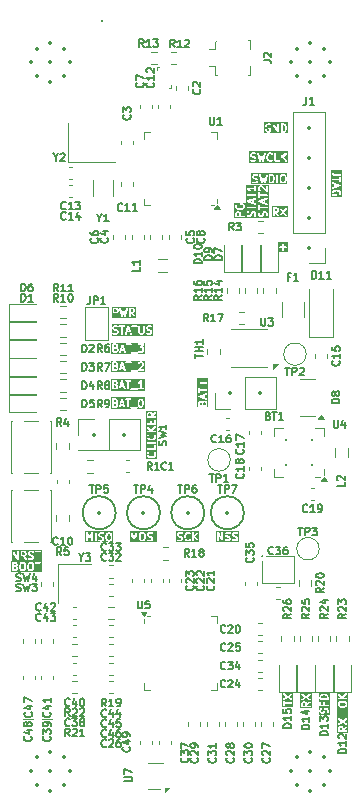
<source format=gto>
%TF.GenerationSoftware,KiCad,Pcbnew,8.0.6*%
%TF.CreationDate,2024-12-19T09:14:43+01:00*%
%TF.ProjectId,Clicker_PCB,436c6963-6b65-4725-9f50-43422e6b6963,rev?*%
%TF.SameCoordinates,Original*%
%TF.FileFunction,Legend,Top*%
%TF.FilePolarity,Positive*%
%FSLAX46Y46*%
G04 Gerber Fmt 4.6, Leading zero omitted, Abs format (unit mm)*
G04 Created by KiCad (PCBNEW 8.0.6) date 2024-12-19 09:14:43*
%MOMM*%
%LPD*%
G01*
G04 APERTURE LIST*
%ADD10C,0.100000*%
%ADD11C,0.150000*%
%ADD12C,0.120000*%
%ADD13C,0.050000*%
%ADD14C,0.350000*%
%ADD15C,0.200000*%
%ADD16C,0.300000*%
G04 APERTURE END LIST*
D10*
X109400000Y-157900000D02*
X108575000Y-157900000D01*
X107812500Y-157900000D02*
X106987500Y-157900000D01*
D11*
G36*
X130846796Y-156517716D02*
G01*
X130860536Y-156531456D01*
X130878128Y-156566639D01*
X130878128Y-156721554D01*
X130687652Y-156721554D01*
X130687652Y-156566639D01*
X130705242Y-156531457D01*
X130718984Y-156517716D01*
X130754166Y-156500125D01*
X130811614Y-156500125D01*
X130846796Y-156517716D01*
G37*
G36*
X131412652Y-156946554D02*
G01*
X130462652Y-156946554D01*
X130462652Y-156548935D01*
X130537652Y-156548935D01*
X130537652Y-156796554D01*
X130539093Y-156811186D01*
X130550292Y-156838222D01*
X130570984Y-156858914D01*
X130598020Y-156870113D01*
X130612652Y-156871554D01*
X131262652Y-156871554D01*
X131277284Y-156870113D01*
X131304320Y-156858914D01*
X131325012Y-156838222D01*
X131336211Y-156811186D01*
X131336211Y-156781922D01*
X131325012Y-156754886D01*
X131304320Y-156734194D01*
X131277284Y-156722995D01*
X131262652Y-156721554D01*
X131028128Y-156721554D01*
X131028128Y-156680841D01*
X131305661Y-156486568D01*
X131316822Y-156476996D01*
X131332549Y-156452317D01*
X131337634Y-156423500D01*
X131331305Y-156394929D01*
X131314523Y-156370955D01*
X131289844Y-156355228D01*
X131261026Y-156350143D01*
X131232455Y-156356472D01*
X131219642Y-156363683D01*
X131015725Y-156506424D01*
X130989258Y-156453489D01*
X130985293Y-156447191D01*
X130984536Y-156445362D01*
X130982845Y-156443302D01*
X130981426Y-156441047D01*
X130979929Y-156439749D01*
X130975209Y-156433997D01*
X130944256Y-156403044D01*
X130938503Y-156398323D01*
X130937207Y-156396828D01*
X130934952Y-156395408D01*
X130932891Y-156393717D01*
X130931060Y-156392958D01*
X130924764Y-156388995D01*
X130862860Y-156358043D01*
X130849128Y-156352788D01*
X130846440Y-156352597D01*
X130843951Y-156351566D01*
X130829319Y-156350125D01*
X130736461Y-156350125D01*
X130721829Y-156351566D01*
X130719339Y-156352597D01*
X130716652Y-156352788D01*
X130702920Y-156358043D01*
X130641016Y-156388995D01*
X130634716Y-156392959D01*
X130632889Y-156393717D01*
X130630832Y-156395405D01*
X130628573Y-156396827D01*
X130627273Y-156398325D01*
X130621524Y-156403044D01*
X130590571Y-156433997D01*
X130585852Y-156439746D01*
X130584354Y-156441046D01*
X130582932Y-156443305D01*
X130581244Y-156445362D01*
X130580486Y-156447189D01*
X130576522Y-156453489D01*
X130545570Y-156515394D01*
X130540315Y-156529126D01*
X130540124Y-156531813D01*
X130539093Y-156534303D01*
X130537652Y-156548935D01*
X130462652Y-156548935D01*
X130462652Y-155775204D01*
X130537652Y-155775204D01*
X130543391Y-155803898D01*
X130559674Y-155828213D01*
X130571050Y-155837529D01*
X130802443Y-155991791D01*
X130571050Y-156146054D01*
X130559674Y-156155370D01*
X130543391Y-156179685D01*
X130537652Y-156208379D01*
X130543331Y-156237087D01*
X130559564Y-156261436D01*
X130583879Y-156277719D01*
X130612573Y-156283458D01*
X130641281Y-156277779D01*
X130654254Y-156270862D01*
X130937652Y-156081930D01*
X131221050Y-156270862D01*
X131234024Y-156277779D01*
X131262731Y-156283458D01*
X131291426Y-156277719D01*
X131315741Y-156261436D01*
X131331974Y-156237087D01*
X131337652Y-156208379D01*
X131331913Y-156179685D01*
X131315630Y-156155370D01*
X131304255Y-156146054D01*
X131072860Y-155991791D01*
X131304255Y-155837529D01*
X131315630Y-155828213D01*
X131331913Y-155803898D01*
X131337652Y-155775204D01*
X131331974Y-155746496D01*
X131315741Y-155722147D01*
X131291426Y-155705864D01*
X131262731Y-155700125D01*
X131234024Y-155705804D01*
X131221050Y-155712721D01*
X130937652Y-155901652D01*
X130654254Y-155712721D01*
X130641281Y-155705804D01*
X130612573Y-155700125D01*
X130583879Y-155705864D01*
X130559564Y-155722147D01*
X130543331Y-155746496D01*
X130537652Y-155775204D01*
X130462652Y-155775204D01*
X130462652Y-155625125D01*
X131412652Y-155625125D01*
X131412652Y-156946554D01*
G37*
G36*
X115942247Y-124989438D02*
G01*
X115840835Y-124989438D01*
X115891541Y-124837321D01*
X115942247Y-124989438D01*
G37*
G36*
X117991541Y-125400152D02*
G01*
X114472493Y-125400152D01*
X114472493Y-124723961D01*
X114547493Y-124723961D01*
X114547493Y-124785866D01*
X114548934Y-124800498D01*
X114549965Y-124802987D01*
X114550156Y-124805675D01*
X114555411Y-124819407D01*
X114586363Y-124881312D01*
X114590326Y-124887609D01*
X114591085Y-124889440D01*
X114592775Y-124891499D01*
X114594195Y-124893755D01*
X114595692Y-124895053D01*
X114600413Y-124900805D01*
X114631366Y-124931757D01*
X114637117Y-124936477D01*
X114638414Y-124937972D01*
X114640667Y-124939390D01*
X114642731Y-124941084D01*
X114644562Y-124941842D01*
X114650857Y-124945805D01*
X114712761Y-124976758D01*
X114713832Y-124977168D01*
X114714267Y-124977490D01*
X114720397Y-124979680D01*
X114726493Y-124982013D01*
X114727033Y-124982051D01*
X114728113Y-124982437D01*
X114843936Y-125011392D01*
X114887588Y-125033218D01*
X114901329Y-125046959D01*
X114918922Y-125082143D01*
X114918922Y-125108636D01*
X114901329Y-125143820D01*
X114887588Y-125157561D01*
X114852408Y-125175152D01*
X114727520Y-125175152D01*
X114646210Y-125148049D01*
X114631873Y-125144789D01*
X114602683Y-125146864D01*
X114576509Y-125159950D01*
X114557336Y-125182058D01*
X114548082Y-125209820D01*
X114550157Y-125239010D01*
X114563243Y-125265184D01*
X114585351Y-125284357D01*
X114598776Y-125290351D01*
X114691633Y-125321303D01*
X114698886Y-125322952D01*
X114700718Y-125323711D01*
X114703372Y-125323972D01*
X114705970Y-125324563D01*
X114707944Y-125324422D01*
X114715350Y-125325152D01*
X114870112Y-125325152D01*
X114884744Y-125323711D01*
X114887233Y-125322679D01*
X114889921Y-125322489D01*
X114903653Y-125317234D01*
X114965558Y-125286282D01*
X114971855Y-125282318D01*
X114973686Y-125281560D01*
X114975745Y-125279869D01*
X114978001Y-125278450D01*
X114979299Y-125276952D01*
X114985051Y-125272232D01*
X115016003Y-125241279D01*
X115020723Y-125235527D01*
X115022218Y-125234231D01*
X115023636Y-125231977D01*
X115025330Y-125229914D01*
X115026088Y-125228082D01*
X115030051Y-125221788D01*
X115061004Y-125159884D01*
X115066259Y-125146152D01*
X115066450Y-125143462D01*
X115067481Y-125140974D01*
X115068922Y-125126342D01*
X115068922Y-125064438D01*
X115067481Y-125049806D01*
X115066450Y-125047317D01*
X115066259Y-125044628D01*
X115061004Y-125030896D01*
X115030051Y-124968992D01*
X115026088Y-124962697D01*
X115025330Y-124960866D01*
X115023636Y-124958802D01*
X115022218Y-124956549D01*
X115020723Y-124955252D01*
X115016003Y-124949501D01*
X114985051Y-124918548D01*
X114979299Y-124913827D01*
X114978001Y-124912330D01*
X114975745Y-124910910D01*
X114973686Y-124909220D01*
X114971855Y-124908461D01*
X114965558Y-124904498D01*
X114903653Y-124873546D01*
X114902581Y-124873135D01*
X114902147Y-124872814D01*
X114896010Y-124870621D01*
X114889921Y-124868291D01*
X114889381Y-124868252D01*
X114888302Y-124867867D01*
X114772479Y-124838911D01*
X114728824Y-124817083D01*
X114715083Y-124803342D01*
X114697493Y-124768161D01*
X114697493Y-124741666D01*
X114715084Y-124706484D01*
X114728824Y-124692743D01*
X114764008Y-124675152D01*
X114888894Y-124675152D01*
X114970206Y-124702255D01*
X114984542Y-124705515D01*
X115013733Y-124703440D01*
X115039906Y-124690353D01*
X115059080Y-124668246D01*
X115068334Y-124640484D01*
X115066259Y-124611294D01*
X115053372Y-124585520D01*
X115106077Y-124585520D01*
X115106077Y-124614784D01*
X115117276Y-124641820D01*
X115137968Y-124662512D01*
X115165004Y-124673711D01*
X115179636Y-124675152D01*
X115290351Y-124675152D01*
X115290351Y-125250152D01*
X115291792Y-125264784D01*
X115302991Y-125291820D01*
X115323683Y-125312512D01*
X115350719Y-125323711D01*
X115379983Y-125323711D01*
X115407019Y-125312512D01*
X115427711Y-125291820D01*
X115438910Y-125264784D01*
X115440351Y-125250152D01*
X115440351Y-125240772D01*
X115600463Y-125240772D01*
X115602538Y-125269962D01*
X115615624Y-125296135D01*
X115637731Y-125315309D01*
X115665494Y-125324563D01*
X115694684Y-125322488D01*
X115720857Y-125309402D01*
X115740031Y-125287295D01*
X115746025Y-125273869D01*
X115790835Y-125139438D01*
X115992247Y-125139438D01*
X116037057Y-125273869D01*
X116043051Y-125287294D01*
X116062225Y-125309401D01*
X116088398Y-125322488D01*
X116117588Y-125324563D01*
X116145350Y-125315309D01*
X116167458Y-125296135D01*
X116180544Y-125269961D01*
X116182619Y-125240771D01*
X116179359Y-125226435D01*
X115965720Y-124585520D01*
X116158458Y-124585520D01*
X116158458Y-124614784D01*
X116169657Y-124641820D01*
X116190349Y-124662512D01*
X116217385Y-124673711D01*
X116232017Y-124675152D01*
X116342732Y-124675152D01*
X116342732Y-125250152D01*
X116344173Y-125264784D01*
X116355372Y-125291820D01*
X116376064Y-125312512D01*
X116403100Y-125323711D01*
X116432364Y-125323711D01*
X116459400Y-125312512D01*
X116480092Y-125291820D01*
X116491291Y-125264784D01*
X116492732Y-125250152D01*
X116492732Y-124675152D01*
X116603446Y-124675152D01*
X116618078Y-124673711D01*
X116645114Y-124662512D01*
X116665806Y-124641820D01*
X116677005Y-124614784D01*
X116677005Y-124600152D01*
X116745112Y-124600152D01*
X116745112Y-125126342D01*
X116746553Y-125140974D01*
X116747583Y-125143462D01*
X116747775Y-125146152D01*
X116753030Y-125159883D01*
X116783983Y-125221788D01*
X116787945Y-125228082D01*
X116788704Y-125229914D01*
X116790397Y-125231977D01*
X116791816Y-125234231D01*
X116793310Y-125235527D01*
X116798031Y-125241279D01*
X116828983Y-125272232D01*
X116834735Y-125276953D01*
X116836034Y-125278450D01*
X116838290Y-125279870D01*
X116840348Y-125281559D01*
X116842175Y-125282316D01*
X116848476Y-125286282D01*
X116910382Y-125317234D01*
X116924113Y-125322489D01*
X116926800Y-125322679D01*
X116929290Y-125323711D01*
X116943922Y-125325152D01*
X117067731Y-125325152D01*
X117082363Y-125323711D01*
X117084852Y-125322679D01*
X117087540Y-125322489D01*
X117101272Y-125317234D01*
X117163177Y-125286282D01*
X117169476Y-125282317D01*
X117171304Y-125281560D01*
X117173360Y-125279871D01*
X117175620Y-125278450D01*
X117176919Y-125276951D01*
X117182669Y-125272233D01*
X117213622Y-125241280D01*
X117218342Y-125235527D01*
X117219839Y-125234230D01*
X117221258Y-125231974D01*
X117222949Y-125229915D01*
X117223706Y-125228085D01*
X117227671Y-125221788D01*
X117258623Y-125159882D01*
X117263878Y-125146151D01*
X117264068Y-125143463D01*
X117265100Y-125140974D01*
X117266541Y-125126342D01*
X117266541Y-124723961D01*
X117395112Y-124723961D01*
X117395112Y-124785866D01*
X117396553Y-124800498D01*
X117397584Y-124802987D01*
X117397775Y-124805675D01*
X117403030Y-124819407D01*
X117433982Y-124881312D01*
X117437945Y-124887609D01*
X117438704Y-124889440D01*
X117440394Y-124891499D01*
X117441814Y-124893755D01*
X117443311Y-124895053D01*
X117448032Y-124900805D01*
X117478985Y-124931757D01*
X117484736Y-124936477D01*
X117486033Y-124937972D01*
X117488286Y-124939390D01*
X117490350Y-124941084D01*
X117492181Y-124941842D01*
X117498476Y-124945805D01*
X117560380Y-124976758D01*
X117561451Y-124977168D01*
X117561886Y-124977490D01*
X117568016Y-124979680D01*
X117574112Y-124982013D01*
X117574652Y-124982051D01*
X117575732Y-124982437D01*
X117691555Y-125011392D01*
X117735207Y-125033218D01*
X117748948Y-125046959D01*
X117766541Y-125082143D01*
X117766541Y-125108636D01*
X117748948Y-125143820D01*
X117735207Y-125157561D01*
X117700027Y-125175152D01*
X117575139Y-125175152D01*
X117493829Y-125148049D01*
X117479492Y-125144789D01*
X117450302Y-125146864D01*
X117424128Y-125159950D01*
X117404955Y-125182058D01*
X117395701Y-125209820D01*
X117397776Y-125239010D01*
X117410862Y-125265184D01*
X117432970Y-125284357D01*
X117446395Y-125290351D01*
X117539252Y-125321303D01*
X117546505Y-125322952D01*
X117548337Y-125323711D01*
X117550991Y-125323972D01*
X117553589Y-125324563D01*
X117555563Y-125324422D01*
X117562969Y-125325152D01*
X117717731Y-125325152D01*
X117732363Y-125323711D01*
X117734852Y-125322679D01*
X117737540Y-125322489D01*
X117751272Y-125317234D01*
X117813177Y-125286282D01*
X117819474Y-125282318D01*
X117821305Y-125281560D01*
X117823364Y-125279869D01*
X117825620Y-125278450D01*
X117826918Y-125276952D01*
X117832670Y-125272232D01*
X117863622Y-125241279D01*
X117868342Y-125235527D01*
X117869837Y-125234231D01*
X117871255Y-125231977D01*
X117872949Y-125229914D01*
X117873707Y-125228082D01*
X117877670Y-125221788D01*
X117908623Y-125159884D01*
X117913878Y-125146152D01*
X117914069Y-125143462D01*
X117915100Y-125140974D01*
X117916541Y-125126342D01*
X117916541Y-125064438D01*
X117915100Y-125049806D01*
X117914069Y-125047317D01*
X117913878Y-125044628D01*
X117908623Y-125030896D01*
X117877670Y-124968992D01*
X117873707Y-124962697D01*
X117872949Y-124960866D01*
X117871255Y-124958802D01*
X117869837Y-124956549D01*
X117868342Y-124955252D01*
X117863622Y-124949501D01*
X117832670Y-124918548D01*
X117826918Y-124913827D01*
X117825620Y-124912330D01*
X117823364Y-124910910D01*
X117821305Y-124909220D01*
X117819474Y-124908461D01*
X117813177Y-124904498D01*
X117751272Y-124873546D01*
X117750200Y-124873135D01*
X117749766Y-124872814D01*
X117743629Y-124870621D01*
X117737540Y-124868291D01*
X117737000Y-124868252D01*
X117735921Y-124867867D01*
X117620098Y-124838911D01*
X117576443Y-124817083D01*
X117562702Y-124803342D01*
X117545112Y-124768161D01*
X117545112Y-124741666D01*
X117562703Y-124706484D01*
X117576443Y-124692743D01*
X117611627Y-124675152D01*
X117736513Y-124675152D01*
X117817825Y-124702255D01*
X117832161Y-124705515D01*
X117861352Y-124703440D01*
X117887525Y-124690353D01*
X117906699Y-124668246D01*
X117915953Y-124640484D01*
X117913878Y-124611294D01*
X117900791Y-124585120D01*
X117878683Y-124565947D01*
X117865258Y-124559953D01*
X117772400Y-124529001D01*
X117765146Y-124527351D01*
X117763315Y-124526593D01*
X117760660Y-124526331D01*
X117758063Y-124525741D01*
X117756088Y-124525881D01*
X117748683Y-124525152D01*
X117593922Y-124525152D01*
X117579290Y-124526593D01*
X117576800Y-124527624D01*
X117574113Y-124527815D01*
X117560382Y-124533070D01*
X117498476Y-124564022D01*
X117492178Y-124567986D01*
X117490349Y-124568744D01*
X117488289Y-124570434D01*
X117486034Y-124571854D01*
X117484736Y-124573350D01*
X117478984Y-124578071D01*
X117448031Y-124609024D01*
X117443310Y-124614776D01*
X117441815Y-124616073D01*
X117440395Y-124618327D01*
X117438704Y-124620389D01*
X117437945Y-124622219D01*
X117433982Y-124628516D01*
X117403030Y-124690420D01*
X117397775Y-124704152D01*
X117397584Y-124706839D01*
X117396553Y-124709329D01*
X117395112Y-124723961D01*
X117266541Y-124723961D01*
X117266541Y-124600152D01*
X117265100Y-124585520D01*
X117253901Y-124558484D01*
X117233209Y-124537792D01*
X117206173Y-124526593D01*
X117176909Y-124526593D01*
X117149873Y-124537792D01*
X117129181Y-124558484D01*
X117117982Y-124585520D01*
X117116541Y-124600152D01*
X117116541Y-125108637D01*
X117098949Y-125143820D01*
X117085208Y-125157561D01*
X117050027Y-125175152D01*
X116961627Y-125175152D01*
X116926444Y-125157561D01*
X116912704Y-125143821D01*
X116895112Y-125108636D01*
X116895112Y-124600152D01*
X116893671Y-124585520D01*
X116882472Y-124558484D01*
X116861780Y-124537792D01*
X116834744Y-124526593D01*
X116805480Y-124526593D01*
X116778444Y-124537792D01*
X116757752Y-124558484D01*
X116746553Y-124585520D01*
X116745112Y-124600152D01*
X116677005Y-124600152D01*
X116677005Y-124585520D01*
X116665806Y-124558484D01*
X116645114Y-124537792D01*
X116618078Y-124526593D01*
X116603446Y-124525152D01*
X116232017Y-124525152D01*
X116217385Y-124526593D01*
X116190349Y-124537792D01*
X116169657Y-124558484D01*
X116158458Y-124585520D01*
X115965720Y-124585520D01*
X115962692Y-124576435D01*
X115956698Y-124563009D01*
X115953186Y-124558960D01*
X115950791Y-124554169D01*
X115943687Y-124548007D01*
X115937524Y-124540902D01*
X115932730Y-124538505D01*
X115928683Y-124534995D01*
X115919761Y-124532021D01*
X115911351Y-124527816D01*
X115906006Y-124527436D01*
X115900921Y-124525741D01*
X115891541Y-124526407D01*
X115882161Y-124525741D01*
X115877075Y-124527436D01*
X115871731Y-124527816D01*
X115863323Y-124532020D01*
X115854398Y-124534995D01*
X115850347Y-124538508D01*
X115845558Y-124540903D01*
X115839399Y-124548003D01*
X115832291Y-124554169D01*
X115829894Y-124558962D01*
X115826384Y-124563010D01*
X115820390Y-124576435D01*
X115603723Y-125226435D01*
X115600463Y-125240772D01*
X115440351Y-125240772D01*
X115440351Y-124675152D01*
X115551065Y-124675152D01*
X115565697Y-124673711D01*
X115592733Y-124662512D01*
X115613425Y-124641820D01*
X115624624Y-124614784D01*
X115624624Y-124585520D01*
X115613425Y-124558484D01*
X115592733Y-124537792D01*
X115565697Y-124526593D01*
X115551065Y-124525152D01*
X115179636Y-124525152D01*
X115165004Y-124526593D01*
X115137968Y-124537792D01*
X115117276Y-124558484D01*
X115106077Y-124585520D01*
X115053372Y-124585520D01*
X115053172Y-124585120D01*
X115031064Y-124565947D01*
X115017639Y-124559953D01*
X114924781Y-124529001D01*
X114917527Y-124527351D01*
X114915696Y-124526593D01*
X114913041Y-124526331D01*
X114910444Y-124525741D01*
X114908469Y-124525881D01*
X114901064Y-124525152D01*
X114746303Y-124525152D01*
X114731671Y-124526593D01*
X114729181Y-124527624D01*
X114726494Y-124527815D01*
X114712763Y-124533070D01*
X114650857Y-124564022D01*
X114644559Y-124567986D01*
X114642730Y-124568744D01*
X114640670Y-124570434D01*
X114638415Y-124571854D01*
X114637117Y-124573350D01*
X114631365Y-124578071D01*
X114600412Y-124609024D01*
X114595691Y-124614776D01*
X114594196Y-124616073D01*
X114592776Y-124618327D01*
X114591085Y-124620389D01*
X114590326Y-124622219D01*
X114586363Y-124628516D01*
X114555411Y-124690420D01*
X114550156Y-124704152D01*
X114549965Y-124706839D01*
X114548934Y-124709329D01*
X114547493Y-124723961D01*
X114472493Y-124723961D01*
X114472493Y-124450152D01*
X117991541Y-124450152D01*
X117991541Y-125400152D01*
G37*
G36*
X114872455Y-128068680D02*
G01*
X114882283Y-128078507D01*
X114899874Y-128113689D01*
X114899874Y-128171137D01*
X114882282Y-128206320D01*
X114868541Y-128220061D01*
X114833360Y-128237652D01*
X114678445Y-128237652D01*
X114678445Y-128047176D01*
X114807942Y-128047176D01*
X114872455Y-128068680D01*
G37*
G36*
X114837588Y-127755242D02*
G01*
X114851329Y-127768982D01*
X114868922Y-127804167D01*
X114868922Y-127830660D01*
X114851330Y-127865843D01*
X114837590Y-127879583D01*
X114802406Y-127897176D01*
X114678445Y-127897176D01*
X114678445Y-127737652D01*
X114802408Y-127737652D01*
X114837588Y-127755242D01*
G37*
G36*
X115427961Y-128051938D02*
G01*
X115326549Y-128051938D01*
X115377255Y-127899821D01*
X115427961Y-128051938D01*
G37*
G36*
X117291541Y-128524557D02*
G01*
X114453445Y-128524557D01*
X114453445Y-127662652D01*
X114528445Y-127662652D01*
X114528445Y-128312652D01*
X114529886Y-128327284D01*
X114541085Y-128354320D01*
X114561777Y-128375012D01*
X114588813Y-128386211D01*
X114603445Y-128387652D01*
X114851064Y-128387652D01*
X114865696Y-128386211D01*
X114868185Y-128385179D01*
X114870873Y-128384989D01*
X114884605Y-128379734D01*
X114946510Y-128348782D01*
X114952809Y-128344817D01*
X114954637Y-128344060D01*
X114956693Y-128342371D01*
X114958953Y-128340950D01*
X114960252Y-128339451D01*
X114966002Y-128334733D01*
X114996955Y-128303780D01*
X114997372Y-128303272D01*
X115086177Y-128303272D01*
X115088252Y-128332462D01*
X115101338Y-128358635D01*
X115123445Y-128377809D01*
X115151208Y-128387063D01*
X115180398Y-128384988D01*
X115206571Y-128371902D01*
X115225745Y-128349795D01*
X115231739Y-128336369D01*
X115276549Y-128201938D01*
X115477961Y-128201938D01*
X115522771Y-128336369D01*
X115528765Y-128349794D01*
X115547939Y-128371901D01*
X115574112Y-128384988D01*
X115603302Y-128387063D01*
X115631064Y-128377809D01*
X115653172Y-128358635D01*
X115666258Y-128332461D01*
X115668333Y-128303271D01*
X115665073Y-128288935D01*
X115451434Y-127648020D01*
X115644172Y-127648020D01*
X115644172Y-127677284D01*
X115655371Y-127704320D01*
X115676063Y-127725012D01*
X115703099Y-127736211D01*
X115717731Y-127737652D01*
X115828446Y-127737652D01*
X115828446Y-128312652D01*
X115829887Y-128327284D01*
X115841086Y-128354320D01*
X115861778Y-128375012D01*
X115888814Y-128386211D01*
X115918078Y-128386211D01*
X115945114Y-128375012D01*
X115960201Y-128359925D01*
X116077506Y-128359925D01*
X116077506Y-128389189D01*
X116088705Y-128416225D01*
X116109397Y-128436917D01*
X116136433Y-128448116D01*
X116151065Y-128449557D01*
X116646303Y-128449557D01*
X116660935Y-128448116D01*
X116687971Y-128436917D01*
X116708663Y-128416225D01*
X116719862Y-128389189D01*
X116719862Y-128384278D01*
X116724528Y-128386211D01*
X116739160Y-128387652D01*
X117141541Y-128387652D01*
X117156173Y-128386211D01*
X117183209Y-128375012D01*
X117203901Y-128354320D01*
X117215100Y-128327284D01*
X117215100Y-128298020D01*
X117203901Y-128270984D01*
X117183209Y-128250292D01*
X117156173Y-128239093D01*
X117141541Y-128237652D01*
X116920226Y-128237652D01*
X117163621Y-127994256D01*
X117172948Y-127982891D01*
X117173978Y-127980402D01*
X117175745Y-127978366D01*
X117181739Y-127964941D01*
X117212692Y-127872084D01*
X117214341Y-127864828D01*
X117215100Y-127862998D01*
X117215361Y-127860344D01*
X117215952Y-127857747D01*
X117215811Y-127855771D01*
X117216541Y-127848366D01*
X117216541Y-127786461D01*
X117215100Y-127771829D01*
X117214067Y-127769337D01*
X117213877Y-127766651D01*
X117208623Y-127752919D01*
X117177670Y-127691015D01*
X117173706Y-127684718D01*
X117172949Y-127682890D01*
X117171258Y-127680830D01*
X117169837Y-127678572D01*
X117168339Y-127677273D01*
X117163622Y-127671525D01*
X117132670Y-127640572D01*
X117126918Y-127635851D01*
X117125620Y-127634354D01*
X117123364Y-127632934D01*
X117121305Y-127631244D01*
X117119474Y-127630485D01*
X117113177Y-127626522D01*
X117051272Y-127595570D01*
X117037540Y-127590315D01*
X117034852Y-127590124D01*
X117032363Y-127589093D01*
X117017731Y-127587652D01*
X116862969Y-127587652D01*
X116848337Y-127589093D01*
X116845847Y-127590124D01*
X116843160Y-127590315D01*
X116829429Y-127595570D01*
X116767523Y-127626522D01*
X116761222Y-127630487D01*
X116759395Y-127631245D01*
X116757337Y-127632933D01*
X116755081Y-127634354D01*
X116753782Y-127635850D01*
X116748030Y-127640572D01*
X116717078Y-127671525D01*
X116707751Y-127682890D01*
X116696553Y-127709927D01*
X116696553Y-127739190D01*
X116707752Y-127766226D01*
X116728445Y-127786918D01*
X116755482Y-127798116D01*
X116784745Y-127798116D01*
X116811781Y-127786917D01*
X116823146Y-127777589D01*
X116845491Y-127755242D01*
X116880674Y-127737652D01*
X117000027Y-127737652D01*
X117035207Y-127755242D01*
X117048948Y-127768982D01*
X117066541Y-127804167D01*
X117066541Y-127836195D01*
X117045035Y-127900709D01*
X116686127Y-128259619D01*
X116676799Y-128270984D01*
X116669364Y-128288935D01*
X116666136Y-128296730D01*
X116665601Y-128298021D01*
X116665601Y-128302930D01*
X116660935Y-128300998D01*
X116646303Y-128299557D01*
X116151065Y-128299557D01*
X116136433Y-128300998D01*
X116109397Y-128312197D01*
X116088705Y-128332889D01*
X116077506Y-128359925D01*
X115960201Y-128359925D01*
X115965806Y-128354320D01*
X115977005Y-128327284D01*
X115978446Y-128312652D01*
X115978446Y-127737652D01*
X116089160Y-127737652D01*
X116103792Y-127736211D01*
X116130828Y-127725012D01*
X116151520Y-127704320D01*
X116162719Y-127677284D01*
X116162719Y-127648020D01*
X116151520Y-127620984D01*
X116130828Y-127600292D01*
X116103792Y-127589093D01*
X116089160Y-127587652D01*
X115717731Y-127587652D01*
X115703099Y-127589093D01*
X115676063Y-127600292D01*
X115655371Y-127620984D01*
X115644172Y-127648020D01*
X115451434Y-127648020D01*
X115448406Y-127638935D01*
X115442412Y-127625509D01*
X115438900Y-127621460D01*
X115436505Y-127616669D01*
X115429401Y-127610507D01*
X115423238Y-127603402D01*
X115418444Y-127601005D01*
X115414397Y-127597495D01*
X115405475Y-127594521D01*
X115397065Y-127590316D01*
X115391720Y-127589936D01*
X115386635Y-127588241D01*
X115377255Y-127588907D01*
X115367875Y-127588241D01*
X115362789Y-127589936D01*
X115357445Y-127590316D01*
X115349037Y-127594520D01*
X115340112Y-127597495D01*
X115336061Y-127601008D01*
X115331272Y-127603403D01*
X115325113Y-127610503D01*
X115318005Y-127616669D01*
X115315608Y-127621462D01*
X115312098Y-127625510D01*
X115306104Y-127638935D01*
X115089437Y-128288935D01*
X115086177Y-128303272D01*
X114997372Y-128303272D01*
X115001675Y-128298027D01*
X115003172Y-128296730D01*
X115004591Y-128294474D01*
X115006282Y-128292415D01*
X115007039Y-128290585D01*
X115011004Y-128284288D01*
X115041956Y-128222382D01*
X115047211Y-128208651D01*
X115047401Y-128205963D01*
X115048433Y-128203474D01*
X115049874Y-128188842D01*
X115049874Y-128095985D01*
X115048433Y-128081353D01*
X115047401Y-128078863D01*
X115047211Y-128076176D01*
X115041956Y-128062445D01*
X115011004Y-128000539D01*
X115007038Y-127994238D01*
X115006281Y-127992411D01*
X115004592Y-127990353D01*
X115003172Y-127988097D01*
X115001675Y-127986798D01*
X114996954Y-127981046D01*
X114972188Y-127956280D01*
X114972218Y-127956255D01*
X114973636Y-127954000D01*
X114975330Y-127951938D01*
X114976088Y-127950106D01*
X114980051Y-127943812D01*
X115011004Y-127881908D01*
X115016259Y-127868176D01*
X115016450Y-127865486D01*
X115017481Y-127862998D01*
X115018922Y-127848366D01*
X115018922Y-127786461D01*
X115017481Y-127771829D01*
X115016448Y-127769337D01*
X115016258Y-127766651D01*
X115011004Y-127752919D01*
X114980051Y-127691015D01*
X114976087Y-127684718D01*
X114975330Y-127682890D01*
X114973639Y-127680830D01*
X114972218Y-127678572D01*
X114970720Y-127677273D01*
X114966003Y-127671525D01*
X114935051Y-127640572D01*
X114929299Y-127635851D01*
X114928001Y-127634354D01*
X114925745Y-127632934D01*
X114923686Y-127631244D01*
X114921855Y-127630485D01*
X114915558Y-127626522D01*
X114853653Y-127595570D01*
X114839921Y-127590315D01*
X114837233Y-127590124D01*
X114834744Y-127589093D01*
X114820112Y-127587652D01*
X114603445Y-127587652D01*
X114588813Y-127589093D01*
X114561777Y-127600292D01*
X114541085Y-127620984D01*
X114529886Y-127648020D01*
X114528445Y-127662652D01*
X114453445Y-127662652D01*
X114453445Y-127512652D01*
X117291541Y-127512652D01*
X117291541Y-128524557D01*
G37*
G36*
X121906311Y-142900152D02*
G01*
X119934993Y-142900152D01*
X119934993Y-142223961D01*
X120009993Y-142223961D01*
X120009993Y-142285866D01*
X120011434Y-142300498D01*
X120012465Y-142302987D01*
X120012656Y-142305675D01*
X120017911Y-142319407D01*
X120048863Y-142381312D01*
X120052826Y-142387609D01*
X120053585Y-142389440D01*
X120055275Y-142391499D01*
X120056695Y-142393755D01*
X120058192Y-142395053D01*
X120062913Y-142400805D01*
X120093866Y-142431757D01*
X120099617Y-142436477D01*
X120100914Y-142437972D01*
X120103167Y-142439390D01*
X120105231Y-142441084D01*
X120107062Y-142441842D01*
X120113357Y-142445805D01*
X120175261Y-142476758D01*
X120176332Y-142477168D01*
X120176767Y-142477490D01*
X120182897Y-142479680D01*
X120188993Y-142482013D01*
X120189533Y-142482051D01*
X120190613Y-142482437D01*
X120306436Y-142511392D01*
X120350088Y-142533218D01*
X120363829Y-142546959D01*
X120381422Y-142582143D01*
X120381422Y-142608636D01*
X120363829Y-142643820D01*
X120350088Y-142657561D01*
X120314908Y-142675152D01*
X120190020Y-142675152D01*
X120108710Y-142648049D01*
X120094373Y-142644789D01*
X120065183Y-142646864D01*
X120039009Y-142659950D01*
X120019836Y-142682058D01*
X120010582Y-142709820D01*
X120012657Y-142739010D01*
X120025743Y-142765184D01*
X120047851Y-142784357D01*
X120061276Y-142790351D01*
X120154133Y-142821303D01*
X120161386Y-142822952D01*
X120163218Y-142823711D01*
X120165872Y-142823972D01*
X120168470Y-142824563D01*
X120170444Y-142824422D01*
X120177850Y-142825152D01*
X120332612Y-142825152D01*
X120347244Y-142823711D01*
X120349733Y-142822679D01*
X120352421Y-142822489D01*
X120366153Y-142817234D01*
X120428058Y-142786282D01*
X120434355Y-142782318D01*
X120436186Y-142781560D01*
X120438245Y-142779869D01*
X120440501Y-142778450D01*
X120441799Y-142776952D01*
X120447551Y-142772232D01*
X120478503Y-142741279D01*
X120483223Y-142735527D01*
X120484718Y-142734231D01*
X120486136Y-142731977D01*
X120487830Y-142729914D01*
X120488588Y-142728082D01*
X120492551Y-142721788D01*
X120523504Y-142659884D01*
X120528759Y-142646152D01*
X120528950Y-142643462D01*
X120529981Y-142640974D01*
X120531422Y-142626342D01*
X120531422Y-142564438D01*
X120529981Y-142549806D01*
X120528950Y-142547317D01*
X120528759Y-142544628D01*
X120523504Y-142530896D01*
X120492551Y-142468992D01*
X120488588Y-142462697D01*
X120487830Y-142460866D01*
X120486136Y-142458802D01*
X120484718Y-142456549D01*
X120483223Y-142455252D01*
X120478503Y-142449501D01*
X120447551Y-142418548D01*
X120441799Y-142413827D01*
X120440501Y-142412330D01*
X120438245Y-142410910D01*
X120436186Y-142409220D01*
X120434355Y-142408461D01*
X120428058Y-142404498D01*
X120376507Y-142378723D01*
X120629041Y-142378723D01*
X120629041Y-142471580D01*
X120629292Y-142474129D01*
X120629129Y-142475225D01*
X120629940Y-142480709D01*
X120630482Y-142486212D01*
X120630904Y-142487232D01*
X120631280Y-142489770D01*
X120662232Y-142613580D01*
X120662617Y-142614659D01*
X120662656Y-142615200D01*
X120664989Y-142621296D01*
X120667179Y-142627425D01*
X120667500Y-142627859D01*
X120667911Y-142628931D01*
X120698864Y-142690836D01*
X120702827Y-142697132D01*
X120703586Y-142698963D01*
X120705277Y-142701024D01*
X120706697Y-142703279D01*
X120708192Y-142704575D01*
X120712913Y-142710328D01*
X120774818Y-142772233D01*
X120786183Y-142781561D01*
X120788675Y-142782593D01*
X120790709Y-142784357D01*
X120804134Y-142790351D01*
X120896991Y-142821303D01*
X120904244Y-142822952D01*
X120906076Y-142823711D01*
X120908730Y-142823972D01*
X120911328Y-142824563D01*
X120913302Y-142824422D01*
X120920708Y-142825152D01*
X120982612Y-142825152D01*
X120990017Y-142824422D01*
X120991992Y-142824563D01*
X120994589Y-142823972D01*
X120997244Y-142823711D01*
X120999075Y-142822952D01*
X121006329Y-142821303D01*
X121099187Y-142790351D01*
X121112612Y-142784357D01*
X121114646Y-142782592D01*
X121117139Y-142781560D01*
X121128504Y-142772232D01*
X121159456Y-142741279D01*
X121168783Y-142729914D01*
X121179981Y-142702878D01*
X121179980Y-142673615D01*
X121168781Y-142646579D01*
X121148088Y-142625886D01*
X121121052Y-142614688D01*
X121091789Y-142614689D01*
X121064753Y-142625888D01*
X121053388Y-142635215D01*
X121034955Y-142653648D01*
X120970442Y-142675152D01*
X120932878Y-142675152D01*
X120868364Y-142653647D01*
X120827585Y-142612868D01*
X120805757Y-142569213D01*
X120779041Y-142462346D01*
X120779041Y-142387956D01*
X120805757Y-142281090D01*
X120827585Y-142237435D01*
X120868364Y-142196656D01*
X120932878Y-142175152D01*
X120970442Y-142175152D01*
X121034955Y-142196655D01*
X121053388Y-142215089D01*
X121064753Y-142224416D01*
X121091789Y-142235615D01*
X121121052Y-142235616D01*
X121148088Y-142224418D01*
X121168781Y-142203725D01*
X121179980Y-142176689D01*
X121179981Y-142147426D01*
X121168783Y-142120390D01*
X121159456Y-142109025D01*
X121150583Y-142100152D01*
X121309993Y-142100152D01*
X121309993Y-142750152D01*
X121311434Y-142764784D01*
X121322633Y-142791820D01*
X121343325Y-142812512D01*
X121370361Y-142823711D01*
X121399625Y-142823711D01*
X121426661Y-142812512D01*
X121447353Y-142791820D01*
X121458552Y-142764784D01*
X121459993Y-142750152D01*
X121459993Y-142502646D01*
X121469735Y-142492903D01*
X121696422Y-142795152D01*
X121706354Y-142805993D01*
X121731535Y-142820903D01*
X121760504Y-142825041D01*
X121788852Y-142817779D01*
X121812263Y-142800220D01*
X121827172Y-142775039D01*
X121831311Y-142746071D01*
X121824049Y-142717722D01*
X121816422Y-142705152D01*
X121576878Y-142385760D01*
X121809455Y-142153185D01*
X121818782Y-142141820D01*
X121829981Y-142114784D01*
X121829981Y-142085521D01*
X121818782Y-142058485D01*
X121798090Y-142037792D01*
X121771053Y-142026593D01*
X121741790Y-142026593D01*
X121714754Y-142037792D01*
X121703389Y-142047119D01*
X121459993Y-142290514D01*
X121459993Y-142100152D01*
X121458552Y-142085520D01*
X121447353Y-142058484D01*
X121426661Y-142037792D01*
X121399625Y-142026593D01*
X121370361Y-142026593D01*
X121343325Y-142037792D01*
X121322633Y-142058484D01*
X121311434Y-142085520D01*
X121309993Y-142100152D01*
X121150583Y-142100152D01*
X121128504Y-142078072D01*
X121117139Y-142068744D01*
X121114646Y-142067711D01*
X121112612Y-142065947D01*
X121099187Y-142059953D01*
X121006329Y-142029001D01*
X120999075Y-142027351D01*
X120997244Y-142026593D01*
X120994589Y-142026331D01*
X120991992Y-142025741D01*
X120990017Y-142025881D01*
X120982612Y-142025152D01*
X120920708Y-142025152D01*
X120913302Y-142025881D01*
X120911328Y-142025741D01*
X120908730Y-142026331D01*
X120906076Y-142026593D01*
X120904244Y-142027351D01*
X120896991Y-142029001D01*
X120804134Y-142059953D01*
X120790709Y-142065947D01*
X120788675Y-142067710D01*
X120786183Y-142068743D01*
X120774818Y-142078071D01*
X120712913Y-142139976D01*
X120708192Y-142145728D01*
X120706697Y-142147025D01*
X120705277Y-142149279D01*
X120703586Y-142151341D01*
X120702827Y-142153171D01*
X120698864Y-142159468D01*
X120667911Y-142221373D01*
X120667500Y-142222444D01*
X120667179Y-142222879D01*
X120664989Y-142229007D01*
X120662656Y-142235104D01*
X120662617Y-142235644D01*
X120662232Y-142236724D01*
X120631280Y-142360533D01*
X120630904Y-142363070D01*
X120630482Y-142364091D01*
X120629940Y-142369593D01*
X120629129Y-142375078D01*
X120629292Y-142376173D01*
X120629041Y-142378723D01*
X120376507Y-142378723D01*
X120366153Y-142373546D01*
X120365081Y-142373135D01*
X120364647Y-142372814D01*
X120358510Y-142370621D01*
X120352421Y-142368291D01*
X120351881Y-142368252D01*
X120350802Y-142367867D01*
X120234979Y-142338911D01*
X120191324Y-142317083D01*
X120177583Y-142303342D01*
X120159993Y-142268161D01*
X120159993Y-142241666D01*
X120177584Y-142206484D01*
X120191324Y-142192743D01*
X120226508Y-142175152D01*
X120351394Y-142175152D01*
X120432706Y-142202255D01*
X120447042Y-142205515D01*
X120476233Y-142203440D01*
X120502406Y-142190353D01*
X120521580Y-142168246D01*
X120530834Y-142140484D01*
X120528759Y-142111294D01*
X120515672Y-142085120D01*
X120493564Y-142065947D01*
X120480139Y-142059953D01*
X120387281Y-142029001D01*
X120380027Y-142027351D01*
X120378196Y-142026593D01*
X120375541Y-142026331D01*
X120372944Y-142025741D01*
X120370969Y-142025881D01*
X120363564Y-142025152D01*
X120208803Y-142025152D01*
X120194171Y-142026593D01*
X120191681Y-142027624D01*
X120188994Y-142027815D01*
X120175263Y-142033070D01*
X120113357Y-142064022D01*
X120107059Y-142067986D01*
X120105230Y-142068744D01*
X120103170Y-142070434D01*
X120100915Y-142071854D01*
X120099617Y-142073350D01*
X120093865Y-142078071D01*
X120062912Y-142109024D01*
X120058191Y-142114776D01*
X120056696Y-142116073D01*
X120055276Y-142118327D01*
X120053585Y-142120389D01*
X120052826Y-142122219D01*
X120048863Y-142128516D01*
X120017911Y-142190420D01*
X120012656Y-142204152D01*
X120012465Y-142206839D01*
X120011434Y-142209329D01*
X120009993Y-142223961D01*
X119934993Y-142223961D01*
X119934993Y-141950152D01*
X121906311Y-141950152D01*
X121906311Y-142900152D01*
G37*
G36*
X129387858Y-110762652D02*
G01*
X126147493Y-110762652D01*
X126147493Y-110086461D01*
X126222493Y-110086461D01*
X126222493Y-110148366D01*
X126223934Y-110162998D01*
X126224965Y-110165487D01*
X126225156Y-110168175D01*
X126230411Y-110181907D01*
X126261363Y-110243812D01*
X126265326Y-110250109D01*
X126266085Y-110251940D01*
X126267775Y-110253999D01*
X126269195Y-110256255D01*
X126270692Y-110257553D01*
X126275413Y-110263305D01*
X126306366Y-110294257D01*
X126312117Y-110298977D01*
X126313414Y-110300472D01*
X126315667Y-110301890D01*
X126317731Y-110303584D01*
X126319562Y-110304342D01*
X126325857Y-110308305D01*
X126387761Y-110339258D01*
X126388832Y-110339668D01*
X126389267Y-110339990D01*
X126395397Y-110342180D01*
X126401493Y-110344513D01*
X126402033Y-110344551D01*
X126403113Y-110344937D01*
X126518936Y-110373892D01*
X126562588Y-110395718D01*
X126576329Y-110409459D01*
X126593922Y-110444643D01*
X126593922Y-110471136D01*
X126576329Y-110506320D01*
X126562588Y-110520061D01*
X126527408Y-110537652D01*
X126402520Y-110537652D01*
X126321210Y-110510549D01*
X126306873Y-110507289D01*
X126277683Y-110509364D01*
X126251509Y-110522450D01*
X126232336Y-110544558D01*
X126223082Y-110572320D01*
X126225157Y-110601510D01*
X126238243Y-110627684D01*
X126260351Y-110646857D01*
X126273776Y-110652851D01*
X126366633Y-110683803D01*
X126373886Y-110685452D01*
X126375718Y-110686211D01*
X126378372Y-110686472D01*
X126380970Y-110687063D01*
X126382944Y-110686922D01*
X126390350Y-110687652D01*
X126545112Y-110687652D01*
X126559744Y-110686211D01*
X126562233Y-110685179D01*
X126564921Y-110684989D01*
X126578653Y-110679734D01*
X126640558Y-110648782D01*
X126646855Y-110644818D01*
X126648686Y-110644060D01*
X126650745Y-110642369D01*
X126653001Y-110640950D01*
X126654299Y-110639452D01*
X126660051Y-110634732D01*
X126691003Y-110603779D01*
X126695723Y-110598027D01*
X126697218Y-110596731D01*
X126698636Y-110594477D01*
X126700330Y-110592414D01*
X126701088Y-110590582D01*
X126705051Y-110584288D01*
X126736004Y-110522384D01*
X126741259Y-110508652D01*
X126741450Y-110505962D01*
X126742481Y-110503474D01*
X126743922Y-110488842D01*
X126743922Y-110426938D01*
X126742481Y-110412306D01*
X126741450Y-110409817D01*
X126741259Y-110407128D01*
X126736004Y-110393396D01*
X126705051Y-110331492D01*
X126701088Y-110325197D01*
X126700330Y-110323366D01*
X126698636Y-110321302D01*
X126697218Y-110319049D01*
X126695723Y-110317752D01*
X126691003Y-110312001D01*
X126660051Y-110281048D01*
X126654299Y-110276327D01*
X126653001Y-110274830D01*
X126650745Y-110273410D01*
X126648686Y-110271720D01*
X126646855Y-110270961D01*
X126640558Y-110266998D01*
X126578653Y-110236046D01*
X126577581Y-110235635D01*
X126577147Y-110235314D01*
X126571010Y-110233121D01*
X126564921Y-110230791D01*
X126564381Y-110230752D01*
X126563302Y-110230367D01*
X126447479Y-110201411D01*
X126403824Y-110179583D01*
X126390083Y-110165842D01*
X126372493Y-110130661D01*
X126372493Y-110104166D01*
X126390084Y-110068984D01*
X126403824Y-110055243D01*
X126439008Y-110037652D01*
X126563894Y-110037652D01*
X126645206Y-110064755D01*
X126659542Y-110068015D01*
X126688733Y-110065940D01*
X126714906Y-110052853D01*
X126734080Y-110030746D01*
X126743334Y-110002984D01*
X126741259Y-109973794D01*
X126737090Y-109965456D01*
X126810641Y-109965456D01*
X126812629Y-109980024D01*
X126967391Y-110630023D01*
X126969120Y-110635042D01*
X126969360Y-110636845D01*
X126970302Y-110638473D01*
X126972181Y-110643924D01*
X126978567Y-110652748D01*
X126984022Y-110662170D01*
X126987079Y-110664510D01*
X126989338Y-110667631D01*
X126998613Y-110673338D01*
X127007260Y-110679957D01*
X127010980Y-110680949D01*
X127014260Y-110682967D01*
X127025014Y-110684691D01*
X127035536Y-110687497D01*
X127039351Y-110686990D01*
X127043155Y-110687600D01*
X127053749Y-110685077D01*
X127064544Y-110683643D01*
X127067877Y-110681712D01*
X127071623Y-110680821D01*
X127080443Y-110674438D01*
X127089869Y-110668981D01*
X127092209Y-110665923D01*
X127095330Y-110663665D01*
X127101037Y-110654389D01*
X127107656Y-110645743D01*
X127109681Y-110640343D01*
X127110666Y-110638743D01*
X127110953Y-110636951D01*
X127112819Y-110631977D01*
X127164160Y-110439445D01*
X127215503Y-110631977D01*
X127217367Y-110636949D01*
X127217655Y-110638743D01*
X127218640Y-110640344D01*
X127220665Y-110645744D01*
X127227285Y-110654392D01*
X127232991Y-110663665D01*
X127236111Y-110665923D01*
X127238452Y-110668981D01*
X127247873Y-110674435D01*
X127256698Y-110680822D01*
X127260445Y-110681714D01*
X127263777Y-110683643D01*
X127274570Y-110685077D01*
X127285166Y-110687600D01*
X127288967Y-110686990D01*
X127292786Y-110687498D01*
X127303318Y-110684689D01*
X127314061Y-110682967D01*
X127317336Y-110680951D01*
X127321062Y-110679958D01*
X127329714Y-110673334D01*
X127338983Y-110667631D01*
X127341241Y-110664510D01*
X127344299Y-110662170D01*
X127349754Y-110652747D01*
X127356140Y-110643924D01*
X127358017Y-110638475D01*
X127358961Y-110636846D01*
X127359200Y-110635042D01*
X127360930Y-110630024D01*
X127453502Y-110241223D01*
X127584398Y-110241223D01*
X127584398Y-110334080D01*
X127584649Y-110336629D01*
X127584486Y-110337725D01*
X127585297Y-110343209D01*
X127585839Y-110348712D01*
X127586261Y-110349732D01*
X127586637Y-110352270D01*
X127617589Y-110476080D01*
X127617974Y-110477159D01*
X127618013Y-110477700D01*
X127620346Y-110483796D01*
X127622536Y-110489925D01*
X127622857Y-110490359D01*
X127623268Y-110491431D01*
X127654221Y-110553336D01*
X127658184Y-110559632D01*
X127658943Y-110561463D01*
X127660634Y-110563524D01*
X127662054Y-110565779D01*
X127663549Y-110567075D01*
X127668270Y-110572828D01*
X127730175Y-110634733D01*
X127741540Y-110644061D01*
X127744032Y-110645093D01*
X127746066Y-110646857D01*
X127759491Y-110652851D01*
X127852348Y-110683803D01*
X127859601Y-110685452D01*
X127861433Y-110686211D01*
X127864087Y-110686472D01*
X127866685Y-110687063D01*
X127868659Y-110686922D01*
X127876065Y-110687652D01*
X127937969Y-110687652D01*
X127945374Y-110686922D01*
X127947349Y-110687063D01*
X127949946Y-110686472D01*
X127952601Y-110686211D01*
X127954432Y-110685452D01*
X127961686Y-110683803D01*
X128054544Y-110652851D01*
X128067969Y-110646857D01*
X128070003Y-110645092D01*
X128072496Y-110644060D01*
X128083861Y-110634732D01*
X128114813Y-110603779D01*
X128124140Y-110592414D01*
X128135338Y-110565378D01*
X128135337Y-110536115D01*
X128124138Y-110509079D01*
X128103445Y-110488386D01*
X128076409Y-110477188D01*
X128047146Y-110477189D01*
X128020110Y-110488388D01*
X128008745Y-110497715D01*
X127990312Y-110516148D01*
X127925799Y-110537652D01*
X127888235Y-110537652D01*
X127823721Y-110516147D01*
X127782942Y-110475368D01*
X127761114Y-110431713D01*
X127734398Y-110324846D01*
X127734398Y-110250456D01*
X127761114Y-110143590D01*
X127782942Y-110099935D01*
X127823721Y-110059156D01*
X127888235Y-110037652D01*
X127925799Y-110037652D01*
X127990312Y-110059155D01*
X128008745Y-110077589D01*
X128020110Y-110086916D01*
X128047146Y-110098115D01*
X128076409Y-110098116D01*
X128103445Y-110086918D01*
X128124138Y-110066225D01*
X128135337Y-110039189D01*
X128135338Y-110009926D01*
X128124140Y-109982890D01*
X128114813Y-109971525D01*
X128105940Y-109962652D01*
X128265350Y-109962652D01*
X128265350Y-110612652D01*
X128266791Y-110627284D01*
X128277990Y-110654320D01*
X128298682Y-110675012D01*
X128325718Y-110686211D01*
X128340350Y-110687652D01*
X128649874Y-110687652D01*
X128664506Y-110686211D01*
X128691542Y-110675012D01*
X128712234Y-110654320D01*
X128723433Y-110627284D01*
X128723433Y-110598020D01*
X128712234Y-110570984D01*
X128691542Y-110550292D01*
X128664506Y-110539093D01*
X128649874Y-110537652D01*
X128415350Y-110537652D01*
X128415350Y-109962652D01*
X128791540Y-109962652D01*
X128791540Y-110612652D01*
X128792981Y-110627284D01*
X128804180Y-110654320D01*
X128824872Y-110675012D01*
X128851908Y-110686211D01*
X128881172Y-110686211D01*
X128908208Y-110675012D01*
X128928900Y-110654320D01*
X128940099Y-110627284D01*
X128941540Y-110612652D01*
X128941540Y-110365146D01*
X128951282Y-110355403D01*
X129177969Y-110657652D01*
X129187901Y-110668493D01*
X129213082Y-110683403D01*
X129242051Y-110687541D01*
X129270399Y-110680279D01*
X129293810Y-110662720D01*
X129308719Y-110637539D01*
X129312858Y-110608571D01*
X129305596Y-110580222D01*
X129297969Y-110567652D01*
X129058425Y-110248260D01*
X129291002Y-110015685D01*
X129300329Y-110004320D01*
X129311528Y-109977284D01*
X129311528Y-109948021D01*
X129300329Y-109920985D01*
X129279637Y-109900292D01*
X129252600Y-109889093D01*
X129223337Y-109889093D01*
X129196301Y-109900292D01*
X129184936Y-109909619D01*
X128941540Y-110153014D01*
X128941540Y-109962652D01*
X128940099Y-109948020D01*
X128928900Y-109920984D01*
X128908208Y-109900292D01*
X128881172Y-109889093D01*
X128851908Y-109889093D01*
X128824872Y-109900292D01*
X128804180Y-109920984D01*
X128792981Y-109948020D01*
X128791540Y-109962652D01*
X128415350Y-109962652D01*
X128413909Y-109948020D01*
X128402710Y-109920984D01*
X128382018Y-109900292D01*
X128354982Y-109889093D01*
X128325718Y-109889093D01*
X128298682Y-109900292D01*
X128277990Y-109920984D01*
X128266791Y-109948020D01*
X128265350Y-109962652D01*
X128105940Y-109962652D01*
X128083861Y-109940572D01*
X128072496Y-109931244D01*
X128070003Y-109930211D01*
X128067969Y-109928447D01*
X128054544Y-109922453D01*
X127961686Y-109891501D01*
X127954432Y-109889851D01*
X127952601Y-109889093D01*
X127949946Y-109888831D01*
X127947349Y-109888241D01*
X127945374Y-109888381D01*
X127937969Y-109887652D01*
X127876065Y-109887652D01*
X127868659Y-109888381D01*
X127866685Y-109888241D01*
X127864087Y-109888831D01*
X127861433Y-109889093D01*
X127859601Y-109889851D01*
X127852348Y-109891501D01*
X127759491Y-109922453D01*
X127746066Y-109928447D01*
X127744032Y-109930210D01*
X127741540Y-109931243D01*
X127730175Y-109940571D01*
X127668270Y-110002476D01*
X127663549Y-110008228D01*
X127662054Y-110009525D01*
X127660634Y-110011779D01*
X127658943Y-110013841D01*
X127658184Y-110015671D01*
X127654221Y-110021968D01*
X127623268Y-110083873D01*
X127622857Y-110084944D01*
X127622536Y-110085379D01*
X127620346Y-110091507D01*
X127618013Y-110097604D01*
X127617974Y-110098144D01*
X127617589Y-110099224D01*
X127586637Y-110223033D01*
X127586261Y-110225570D01*
X127585839Y-110226591D01*
X127585297Y-110232093D01*
X127584486Y-110237578D01*
X127584649Y-110238673D01*
X127584398Y-110241223D01*
X127453502Y-110241223D01*
X127515692Y-109980024D01*
X127517680Y-109965456D01*
X127513047Y-109936561D01*
X127497711Y-109911639D01*
X127474004Y-109894483D01*
X127445536Y-109887704D01*
X127416641Y-109892337D01*
X127391719Y-109907673D01*
X127374562Y-109931380D01*
X127369772Y-109945281D01*
X127283853Y-110306137D01*
X127236628Y-110129041D01*
X127235342Y-110125612D01*
X127235151Y-110124173D01*
X127234160Y-110122462D01*
X127231465Y-110115275D01*
X127225449Y-110107415D01*
X127220489Y-110098848D01*
X127216631Y-110095894D01*
X127213678Y-110092037D01*
X127205110Y-110087076D01*
X127197251Y-110081061D01*
X127192558Y-110079809D01*
X127188353Y-110077375D01*
X127178537Y-110076071D01*
X127168975Y-110073521D01*
X127164160Y-110074160D01*
X127159344Y-110073521D01*
X127149776Y-110076072D01*
X127139967Y-110077376D01*
X127135764Y-110079808D01*
X127131069Y-110081061D01*
X127123208Y-110087078D01*
X127114642Y-110092037D01*
X127111688Y-110095894D01*
X127107831Y-110098848D01*
X127102870Y-110107415D01*
X127096855Y-110115275D01*
X127094159Y-110122461D01*
X127093169Y-110124173D01*
X127092977Y-110125614D01*
X127091692Y-110129042D01*
X127044467Y-110306135D01*
X126958549Y-109945280D01*
X126953759Y-109931380D01*
X126936602Y-109907673D01*
X126911680Y-109892337D01*
X126882785Y-109887704D01*
X126854317Y-109894482D01*
X126830610Y-109911639D01*
X126815274Y-109936561D01*
X126810641Y-109965456D01*
X126737090Y-109965456D01*
X126728172Y-109947620D01*
X126706064Y-109928447D01*
X126692639Y-109922453D01*
X126599781Y-109891501D01*
X126592527Y-109889851D01*
X126590696Y-109889093D01*
X126588041Y-109888831D01*
X126585444Y-109888241D01*
X126583469Y-109888381D01*
X126576064Y-109887652D01*
X126421303Y-109887652D01*
X126406671Y-109889093D01*
X126404181Y-109890124D01*
X126401494Y-109890315D01*
X126387763Y-109895570D01*
X126325857Y-109926522D01*
X126319559Y-109930486D01*
X126317730Y-109931244D01*
X126315670Y-109932934D01*
X126313415Y-109934354D01*
X126312117Y-109935850D01*
X126306365Y-109940571D01*
X126275412Y-109971524D01*
X126270691Y-109977276D01*
X126269196Y-109978573D01*
X126267776Y-109980827D01*
X126266085Y-109982889D01*
X126265326Y-109984719D01*
X126261363Y-109991016D01*
X126230411Y-110052920D01*
X126225156Y-110066652D01*
X126224965Y-110069339D01*
X126223934Y-110071829D01*
X126222493Y-110086461D01*
X126147493Y-110086461D01*
X126147493Y-109812652D01*
X129387858Y-109812652D01*
X129387858Y-110762652D01*
G37*
G36*
X116286398Y-123192742D02*
G01*
X116300140Y-123206484D01*
X116317731Y-123241666D01*
X116317731Y-123299114D01*
X116300140Y-123334296D01*
X116286398Y-123348037D01*
X116251217Y-123365628D01*
X116096302Y-123365628D01*
X116096302Y-123175152D01*
X116251217Y-123175152D01*
X116286398Y-123192742D01*
G37*
G36*
X114893541Y-123192742D02*
G01*
X114907283Y-123206484D01*
X114924874Y-123241666D01*
X114924874Y-123299114D01*
X114907283Y-123334296D01*
X114893541Y-123348037D01*
X114858360Y-123365628D01*
X114703445Y-123365628D01*
X114703445Y-123175152D01*
X114858360Y-123175152D01*
X114893541Y-123192742D01*
G37*
G36*
X116542731Y-123900134D02*
G01*
X114478445Y-123900134D01*
X114478445Y-123100152D01*
X114553445Y-123100152D01*
X114553445Y-123750152D01*
X114554886Y-123764784D01*
X114566085Y-123791820D01*
X114586777Y-123812512D01*
X114613813Y-123823711D01*
X114643077Y-123823711D01*
X114670113Y-123812512D01*
X114690805Y-123791820D01*
X114702004Y-123764784D01*
X114703445Y-123750152D01*
X114703445Y-123515628D01*
X114876064Y-123515628D01*
X114890696Y-123514187D01*
X114893185Y-123513155D01*
X114895873Y-123512965D01*
X114909605Y-123507710D01*
X114971510Y-123476758D01*
X114977809Y-123472793D01*
X114979637Y-123472036D01*
X114981693Y-123470347D01*
X114983953Y-123468926D01*
X114985252Y-123467427D01*
X114991002Y-123462709D01*
X115021955Y-123431756D01*
X115026673Y-123426006D01*
X115028172Y-123424707D01*
X115029593Y-123422447D01*
X115031282Y-123420391D01*
X115032039Y-123418563D01*
X115036004Y-123412264D01*
X115066956Y-123350360D01*
X115072211Y-123336628D01*
X115072401Y-123333940D01*
X115073433Y-123331451D01*
X115074874Y-123316819D01*
X115074874Y-123223961D01*
X115073433Y-123209329D01*
X115072401Y-123206839D01*
X115072211Y-123204152D01*
X115066956Y-123190420D01*
X115036004Y-123128516D01*
X115032039Y-123122216D01*
X115031282Y-123120389D01*
X115029593Y-123118332D01*
X115028172Y-123116073D01*
X115026673Y-123114773D01*
X115021955Y-123109024D01*
X115015887Y-123102956D01*
X115141593Y-123102956D01*
X115143581Y-123117524D01*
X115298343Y-123767523D01*
X115300072Y-123772542D01*
X115300312Y-123774345D01*
X115301254Y-123775973D01*
X115303133Y-123781424D01*
X115309519Y-123790248D01*
X115314974Y-123799670D01*
X115318031Y-123802010D01*
X115320290Y-123805131D01*
X115329565Y-123810838D01*
X115338212Y-123817457D01*
X115341932Y-123818449D01*
X115345212Y-123820467D01*
X115355966Y-123822191D01*
X115366488Y-123824997D01*
X115370303Y-123824490D01*
X115374107Y-123825100D01*
X115384701Y-123822577D01*
X115395496Y-123821143D01*
X115398829Y-123819212D01*
X115402575Y-123818321D01*
X115411395Y-123811938D01*
X115420821Y-123806481D01*
X115423161Y-123803423D01*
X115426282Y-123801165D01*
X115431989Y-123791889D01*
X115438608Y-123783243D01*
X115440633Y-123777843D01*
X115441618Y-123776243D01*
X115441905Y-123774451D01*
X115443771Y-123769477D01*
X115495112Y-123576945D01*
X115546455Y-123769477D01*
X115548319Y-123774449D01*
X115548607Y-123776243D01*
X115549592Y-123777844D01*
X115551617Y-123783244D01*
X115558237Y-123791892D01*
X115563943Y-123801165D01*
X115567063Y-123803423D01*
X115569404Y-123806481D01*
X115578825Y-123811935D01*
X115587650Y-123818322D01*
X115591397Y-123819214D01*
X115594729Y-123821143D01*
X115605522Y-123822577D01*
X115616118Y-123825100D01*
X115619919Y-123824490D01*
X115623738Y-123824998D01*
X115634270Y-123822189D01*
X115645013Y-123820467D01*
X115648288Y-123818451D01*
X115652014Y-123817458D01*
X115660666Y-123810834D01*
X115669935Y-123805131D01*
X115672193Y-123802010D01*
X115675251Y-123799670D01*
X115680706Y-123790247D01*
X115687092Y-123781424D01*
X115688969Y-123775975D01*
X115689913Y-123774346D01*
X115690152Y-123772542D01*
X115691882Y-123767524D01*
X115846644Y-123117524D01*
X115848632Y-123102956D01*
X115848182Y-123100152D01*
X115946302Y-123100152D01*
X115946302Y-123750152D01*
X115947743Y-123764784D01*
X115958942Y-123791820D01*
X115979634Y-123812512D01*
X116006670Y-123823711D01*
X116035934Y-123823711D01*
X116062970Y-123812512D01*
X116083662Y-123791820D01*
X116094861Y-123764784D01*
X116096302Y-123750152D01*
X116096302Y-123515628D01*
X116137015Y-123515628D01*
X116331288Y-123793161D01*
X116340860Y-123804322D01*
X116365539Y-123820049D01*
X116394356Y-123825134D01*
X116422927Y-123818805D01*
X116446901Y-123802023D01*
X116462628Y-123777344D01*
X116467713Y-123748526D01*
X116461384Y-123719955D01*
X116454173Y-123707142D01*
X116311431Y-123503225D01*
X116364367Y-123476758D01*
X116370666Y-123472793D01*
X116372494Y-123472036D01*
X116374550Y-123470347D01*
X116376810Y-123468926D01*
X116378109Y-123467427D01*
X116383859Y-123462709D01*
X116414812Y-123431756D01*
X116419530Y-123426006D01*
X116421029Y-123424707D01*
X116422450Y-123422447D01*
X116424139Y-123420391D01*
X116424896Y-123418563D01*
X116428861Y-123412264D01*
X116459813Y-123350360D01*
X116465068Y-123336628D01*
X116465258Y-123333940D01*
X116466290Y-123331451D01*
X116467731Y-123316819D01*
X116467731Y-123223961D01*
X116466290Y-123209329D01*
X116465258Y-123206839D01*
X116465068Y-123204152D01*
X116459813Y-123190420D01*
X116428861Y-123128516D01*
X116424896Y-123122216D01*
X116424139Y-123120389D01*
X116422450Y-123118332D01*
X116421029Y-123116073D01*
X116419530Y-123114773D01*
X116414812Y-123109024D01*
X116383859Y-123078071D01*
X116378109Y-123073352D01*
X116376810Y-123071854D01*
X116374550Y-123070432D01*
X116372494Y-123068744D01*
X116370666Y-123067986D01*
X116364367Y-123064022D01*
X116302462Y-123033070D01*
X116288730Y-123027815D01*
X116286042Y-123027624D01*
X116283553Y-123026593D01*
X116268921Y-123025152D01*
X116021302Y-123025152D01*
X116006670Y-123026593D01*
X115979634Y-123037792D01*
X115958942Y-123058484D01*
X115947743Y-123085520D01*
X115946302Y-123100152D01*
X115848182Y-123100152D01*
X115843999Y-123074061D01*
X115828663Y-123049139D01*
X115804956Y-123031983D01*
X115776488Y-123025204D01*
X115747593Y-123029837D01*
X115722671Y-123045173D01*
X115705514Y-123068880D01*
X115700724Y-123082781D01*
X115614805Y-123443637D01*
X115567580Y-123266541D01*
X115566294Y-123263112D01*
X115566103Y-123261673D01*
X115565112Y-123259962D01*
X115562417Y-123252775D01*
X115556401Y-123244915D01*
X115551441Y-123236348D01*
X115547583Y-123233394D01*
X115544630Y-123229537D01*
X115536062Y-123224576D01*
X115528203Y-123218561D01*
X115523510Y-123217309D01*
X115519305Y-123214875D01*
X115509489Y-123213571D01*
X115499927Y-123211021D01*
X115495112Y-123211660D01*
X115490296Y-123211021D01*
X115480728Y-123213572D01*
X115470919Y-123214876D01*
X115466716Y-123217308D01*
X115462021Y-123218561D01*
X115454160Y-123224578D01*
X115445594Y-123229537D01*
X115442640Y-123233394D01*
X115438783Y-123236348D01*
X115433822Y-123244915D01*
X115427807Y-123252775D01*
X115425111Y-123259961D01*
X115424121Y-123261673D01*
X115423929Y-123263114D01*
X115422644Y-123266542D01*
X115375419Y-123443635D01*
X115289501Y-123082780D01*
X115284711Y-123068880D01*
X115267554Y-123045173D01*
X115242632Y-123029837D01*
X115213737Y-123025204D01*
X115185269Y-123031982D01*
X115161562Y-123049139D01*
X115146226Y-123074061D01*
X115141593Y-123102956D01*
X115015887Y-123102956D01*
X114991002Y-123078071D01*
X114985252Y-123073352D01*
X114983953Y-123071854D01*
X114981693Y-123070432D01*
X114979637Y-123068744D01*
X114977809Y-123067986D01*
X114971510Y-123064022D01*
X114909605Y-123033070D01*
X114895873Y-123027815D01*
X114893185Y-123027624D01*
X114890696Y-123026593D01*
X114876064Y-123025152D01*
X114628445Y-123025152D01*
X114613813Y-123026593D01*
X114586777Y-123037792D01*
X114566085Y-123058484D01*
X114554886Y-123085520D01*
X114553445Y-123100152D01*
X114478445Y-123100152D01*
X114478445Y-122950152D01*
X116542731Y-122950152D01*
X116542731Y-123900134D01*
G37*
G36*
X133946796Y-158605216D02*
G01*
X133960536Y-158618956D01*
X133978128Y-158654139D01*
X133978128Y-158809054D01*
X133787652Y-158809054D01*
X133787652Y-158654139D01*
X133805242Y-158618957D01*
X133818984Y-158605216D01*
X133854166Y-158587625D01*
X133911614Y-158587625D01*
X133946796Y-158605216D01*
G37*
G36*
X134231451Y-156506537D02*
G01*
X134270060Y-156545146D01*
X134287652Y-156580329D01*
X134287652Y-156668729D01*
X134270060Y-156703912D01*
X134231451Y-156742521D01*
X134136751Y-156766196D01*
X133938553Y-156766196D01*
X133843852Y-156742521D01*
X133805242Y-156703911D01*
X133787652Y-156668729D01*
X133787652Y-156580329D01*
X133805242Y-156545147D01*
X133843852Y-156506537D01*
X133938553Y-156482863D01*
X134136751Y-156482863D01*
X134231451Y-156506537D01*
G37*
G36*
X134512652Y-159034054D02*
G01*
X133562652Y-159034054D01*
X133562652Y-158636435D01*
X133637652Y-158636435D01*
X133637652Y-158884054D01*
X133639093Y-158898686D01*
X133650292Y-158925722D01*
X133670984Y-158946414D01*
X133698020Y-158957613D01*
X133712652Y-158959054D01*
X134362652Y-158959054D01*
X134377284Y-158957613D01*
X134404320Y-158946414D01*
X134425012Y-158925722D01*
X134436211Y-158898686D01*
X134436211Y-158869422D01*
X134425012Y-158842386D01*
X134404320Y-158821694D01*
X134377284Y-158810495D01*
X134362652Y-158809054D01*
X134128128Y-158809054D01*
X134128128Y-158768341D01*
X134405661Y-158574068D01*
X134416822Y-158564496D01*
X134432549Y-158539817D01*
X134437634Y-158511000D01*
X134431305Y-158482429D01*
X134414523Y-158458455D01*
X134389844Y-158442728D01*
X134361026Y-158437643D01*
X134332455Y-158443972D01*
X134319642Y-158451183D01*
X134115725Y-158593924D01*
X134089258Y-158540989D01*
X134085293Y-158534691D01*
X134084536Y-158532862D01*
X134082845Y-158530802D01*
X134081426Y-158528547D01*
X134079929Y-158527249D01*
X134075209Y-158521497D01*
X134044256Y-158490544D01*
X134038503Y-158485823D01*
X134037207Y-158484328D01*
X134034952Y-158482908D01*
X134032891Y-158481217D01*
X134031060Y-158480458D01*
X134024764Y-158476495D01*
X133962860Y-158445543D01*
X133949128Y-158440288D01*
X133946440Y-158440097D01*
X133943951Y-158439066D01*
X133929319Y-158437625D01*
X133836461Y-158437625D01*
X133821829Y-158439066D01*
X133819339Y-158440097D01*
X133816652Y-158440288D01*
X133802920Y-158445543D01*
X133741016Y-158476495D01*
X133734716Y-158480459D01*
X133732889Y-158481217D01*
X133730832Y-158482905D01*
X133728573Y-158484327D01*
X133727273Y-158485825D01*
X133721524Y-158490544D01*
X133690571Y-158521497D01*
X133685852Y-158527246D01*
X133684354Y-158528546D01*
X133682932Y-158530805D01*
X133681244Y-158532862D01*
X133680486Y-158534689D01*
X133676522Y-158540989D01*
X133645570Y-158602894D01*
X133640315Y-158616626D01*
X133640124Y-158619313D01*
X133639093Y-158621803D01*
X133637652Y-158636435D01*
X133562652Y-158636435D01*
X133562652Y-157862704D01*
X133637652Y-157862704D01*
X133643391Y-157891398D01*
X133659674Y-157915713D01*
X133671050Y-157925029D01*
X133902443Y-158079291D01*
X133671050Y-158233554D01*
X133659674Y-158242870D01*
X133643391Y-158267185D01*
X133637652Y-158295879D01*
X133643331Y-158324587D01*
X133659564Y-158348936D01*
X133683879Y-158365219D01*
X133712573Y-158370958D01*
X133741281Y-158365279D01*
X133754254Y-158358362D01*
X134037652Y-158169430D01*
X134321050Y-158358362D01*
X134334024Y-158365279D01*
X134362731Y-158370958D01*
X134391426Y-158365219D01*
X134415741Y-158348936D01*
X134431974Y-158324587D01*
X134437652Y-158295879D01*
X134431913Y-158267185D01*
X134415630Y-158242870D01*
X134404255Y-158233554D01*
X134172860Y-158079291D01*
X134404255Y-157925029D01*
X134415630Y-157915713D01*
X134431913Y-157891398D01*
X134437652Y-157862704D01*
X134431974Y-157833996D01*
X134415741Y-157809647D01*
X134391426Y-157793364D01*
X134362731Y-157787625D01*
X134334024Y-157793304D01*
X134321050Y-157800221D01*
X134037652Y-157989152D01*
X133754254Y-157800221D01*
X133741281Y-157793304D01*
X133712573Y-157787625D01*
X133683879Y-157793364D01*
X133659564Y-157809647D01*
X133643331Y-157833996D01*
X133637652Y-157862704D01*
X133562652Y-157862704D01*
X133562652Y-157119768D01*
X134040033Y-157119768D01*
X134040033Y-157615006D01*
X134041474Y-157629638D01*
X134052673Y-157656674D01*
X134073365Y-157677366D01*
X134100401Y-157688565D01*
X134129665Y-157688565D01*
X134156701Y-157677366D01*
X134177393Y-157656674D01*
X134188592Y-157629638D01*
X134190033Y-157615006D01*
X134190033Y-157119768D01*
X134188592Y-157105136D01*
X134177393Y-157078100D01*
X134156701Y-157057408D01*
X134129665Y-157046209D01*
X134100401Y-157046209D01*
X134073365Y-157057408D01*
X134052673Y-157078100D01*
X134041474Y-157105136D01*
X134040033Y-157119768D01*
X133562652Y-157119768D01*
X133562652Y-156562625D01*
X133637652Y-156562625D01*
X133637652Y-156686434D01*
X133639093Y-156701066D01*
X133640124Y-156703555D01*
X133640315Y-156706243D01*
X133645570Y-156719975D01*
X133676522Y-156781880D01*
X133680486Y-156788179D01*
X133681244Y-156790007D01*
X133682932Y-156792063D01*
X133684354Y-156794323D01*
X133685852Y-156795622D01*
X133690571Y-156801372D01*
X133752476Y-156863277D01*
X133763841Y-156872605D01*
X133768994Y-156874739D01*
X133773473Y-156878058D01*
X133787319Y-156883005D01*
X133911129Y-156913957D01*
X133913665Y-156914332D01*
X133914687Y-156914755D01*
X133920199Y-156915297D01*
X133925673Y-156916107D01*
X133926765Y-156915944D01*
X133929319Y-156916196D01*
X134145985Y-156916196D01*
X134148534Y-156915944D01*
X134149630Y-156916108D01*
X134155114Y-156915296D01*
X134160617Y-156914755D01*
X134161637Y-156914332D01*
X134164175Y-156913957D01*
X134287985Y-156883005D01*
X134301830Y-156878058D01*
X134306310Y-156874738D01*
X134311463Y-156872604D01*
X134322828Y-156863277D01*
X134384733Y-156801372D01*
X134389455Y-156795618D01*
X134390950Y-156794322D01*
X134392367Y-156792070D01*
X134394061Y-156790007D01*
X134394820Y-156788173D01*
X134398782Y-156781880D01*
X134429734Y-156719974D01*
X134434989Y-156706243D01*
X134435179Y-156703555D01*
X134436211Y-156701066D01*
X134437652Y-156686434D01*
X134437652Y-156562625D01*
X134436211Y-156547993D01*
X134435179Y-156545503D01*
X134434989Y-156542816D01*
X134429734Y-156529085D01*
X134398782Y-156467179D01*
X134394820Y-156460885D01*
X134394061Y-156459052D01*
X134392367Y-156456988D01*
X134390950Y-156454737D01*
X134389455Y-156453440D01*
X134384733Y-156447687D01*
X134322828Y-156385782D01*
X134311463Y-156376455D01*
X134306310Y-156374320D01*
X134301830Y-156371001D01*
X134287985Y-156366054D01*
X134164175Y-156335102D01*
X134161637Y-156334726D01*
X134160617Y-156334304D01*
X134155114Y-156333762D01*
X134149630Y-156332951D01*
X134148534Y-156333114D01*
X134145985Y-156332863D01*
X133929319Y-156332863D01*
X133926765Y-156333114D01*
X133925673Y-156332952D01*
X133920199Y-156333761D01*
X133914687Y-156334304D01*
X133913665Y-156334726D01*
X133911129Y-156335102D01*
X133787319Y-156366054D01*
X133773473Y-156371001D01*
X133768994Y-156374319D01*
X133763841Y-156376454D01*
X133752476Y-156385782D01*
X133690571Y-156447687D01*
X133685852Y-156453436D01*
X133684354Y-156454736D01*
X133682932Y-156456995D01*
X133681244Y-156459052D01*
X133680486Y-156460879D01*
X133676522Y-156467179D01*
X133645570Y-156529084D01*
X133640315Y-156542816D01*
X133640124Y-156545503D01*
X133639093Y-156547993D01*
X133637652Y-156562625D01*
X133562652Y-156562625D01*
X133562652Y-155743231D01*
X133639093Y-155743231D01*
X133639093Y-155772494D01*
X133650291Y-155799531D01*
X133659619Y-155810896D01*
X133903014Y-156054292D01*
X133712652Y-156054292D01*
X133698020Y-156055733D01*
X133670984Y-156066932D01*
X133650292Y-156087624D01*
X133639093Y-156114660D01*
X133639093Y-156143924D01*
X133650292Y-156170960D01*
X133670984Y-156191652D01*
X133698020Y-156202851D01*
X133712652Y-156204292D01*
X134362652Y-156204292D01*
X134377284Y-156202851D01*
X134404320Y-156191652D01*
X134425012Y-156170960D01*
X134436211Y-156143924D01*
X134436211Y-156114660D01*
X134425012Y-156087624D01*
X134404320Y-156066932D01*
X134377284Y-156055733D01*
X134362652Y-156054292D01*
X134115146Y-156054292D01*
X134105403Y-156044549D01*
X134407652Y-155817863D01*
X134418493Y-155807931D01*
X134433403Y-155782750D01*
X134437541Y-155753781D01*
X134430279Y-155725433D01*
X134412720Y-155702022D01*
X134387539Y-155687113D01*
X134358571Y-155682974D01*
X134330222Y-155690236D01*
X134317652Y-155697863D01*
X133998260Y-155937406D01*
X133765685Y-155704830D01*
X133754320Y-155695503D01*
X133727284Y-155684304D01*
X133698021Y-155684304D01*
X133670984Y-155695502D01*
X133650292Y-155716195D01*
X133639093Y-155743231D01*
X133562652Y-155743231D01*
X133562652Y-155607974D01*
X134512652Y-155607974D01*
X134512652Y-159034054D01*
G37*
G36*
X125268922Y-142887652D02*
G01*
X123328445Y-142887652D01*
X123328445Y-142087652D01*
X123403445Y-142087652D01*
X123403445Y-142737652D01*
X123404886Y-142752284D01*
X123416085Y-142779320D01*
X123436777Y-142800012D01*
X123463813Y-142811211D01*
X123493077Y-142811211D01*
X123520113Y-142800012D01*
X123540805Y-142779320D01*
X123552004Y-142752284D01*
X123553445Y-142737652D01*
X123553445Y-142370068D01*
X123784756Y-142774862D01*
X123786944Y-142777945D01*
X123787514Y-142779320D01*
X123788914Y-142780720D01*
X123793266Y-142786851D01*
X123801152Y-142792958D01*
X123808206Y-142800012D01*
X123812622Y-142801841D01*
X123816403Y-142804769D01*
X123826024Y-142807392D01*
X123835242Y-142811211D01*
X123840026Y-142811211D01*
X123844635Y-142812468D01*
X123854524Y-142811211D01*
X123864506Y-142811211D01*
X123868925Y-142809380D01*
X123873665Y-142808778D01*
X123882321Y-142803831D01*
X123891542Y-142800012D01*
X123894924Y-142796629D01*
X123899073Y-142794259D01*
X123905177Y-142786376D01*
X123912234Y-142779320D01*
X123914064Y-142774900D01*
X123916991Y-142771122D01*
X123919614Y-142761501D01*
X123923433Y-142752284D01*
X123924170Y-142744800D01*
X123924691Y-142742890D01*
X123924503Y-142741414D01*
X123924874Y-142737652D01*
X123924874Y-142211461D01*
X124053445Y-142211461D01*
X124053445Y-142273366D01*
X124054886Y-142287998D01*
X124055917Y-142290487D01*
X124056108Y-142293175D01*
X124061363Y-142306907D01*
X124092315Y-142368812D01*
X124096278Y-142375109D01*
X124097037Y-142376940D01*
X124098727Y-142378999D01*
X124100147Y-142381255D01*
X124101644Y-142382553D01*
X124106365Y-142388305D01*
X124137318Y-142419257D01*
X124143069Y-142423977D01*
X124144366Y-142425472D01*
X124146619Y-142426890D01*
X124148683Y-142428584D01*
X124150514Y-142429342D01*
X124156809Y-142433305D01*
X124218713Y-142464258D01*
X124219784Y-142464668D01*
X124220219Y-142464990D01*
X124226349Y-142467180D01*
X124232445Y-142469513D01*
X124232985Y-142469551D01*
X124234065Y-142469937D01*
X124349888Y-142498892D01*
X124393540Y-142520718D01*
X124407281Y-142534459D01*
X124424874Y-142569643D01*
X124424874Y-142596136D01*
X124407281Y-142631320D01*
X124393540Y-142645061D01*
X124358360Y-142662652D01*
X124233472Y-142662652D01*
X124152162Y-142635549D01*
X124137825Y-142632289D01*
X124108635Y-142634364D01*
X124082461Y-142647450D01*
X124063288Y-142669558D01*
X124054034Y-142697320D01*
X124056109Y-142726510D01*
X124069195Y-142752684D01*
X124091303Y-142771857D01*
X124104728Y-142777851D01*
X124197585Y-142808803D01*
X124204838Y-142810452D01*
X124206670Y-142811211D01*
X124209324Y-142811472D01*
X124211922Y-142812063D01*
X124213896Y-142811922D01*
X124221302Y-142812652D01*
X124376064Y-142812652D01*
X124390696Y-142811211D01*
X124393185Y-142810179D01*
X124395873Y-142809989D01*
X124409605Y-142804734D01*
X124471510Y-142773782D01*
X124477807Y-142769818D01*
X124479638Y-142769060D01*
X124481697Y-142767369D01*
X124483953Y-142765950D01*
X124485251Y-142764452D01*
X124491003Y-142759732D01*
X124521955Y-142728779D01*
X124526675Y-142723027D01*
X124528170Y-142721731D01*
X124529588Y-142719477D01*
X124531282Y-142717414D01*
X124532040Y-142715582D01*
X124536003Y-142709288D01*
X124566956Y-142647384D01*
X124572211Y-142633652D01*
X124572402Y-142630962D01*
X124573433Y-142628474D01*
X124574874Y-142613842D01*
X124574874Y-142551938D01*
X124573433Y-142537306D01*
X124572402Y-142534817D01*
X124572211Y-142532128D01*
X124566956Y-142518396D01*
X124536003Y-142456492D01*
X124532040Y-142450197D01*
X124531282Y-142448366D01*
X124529588Y-142446302D01*
X124528170Y-142444049D01*
X124526675Y-142442752D01*
X124521955Y-142437001D01*
X124491003Y-142406048D01*
X124485251Y-142401327D01*
X124483953Y-142399830D01*
X124481697Y-142398410D01*
X124479638Y-142396720D01*
X124477807Y-142395961D01*
X124471510Y-142391998D01*
X124409605Y-142361046D01*
X124408533Y-142360635D01*
X124408099Y-142360314D01*
X124401962Y-142358121D01*
X124395873Y-142355791D01*
X124395333Y-142355752D01*
X124394254Y-142355367D01*
X124278431Y-142326411D01*
X124234776Y-142304583D01*
X124221035Y-142290842D01*
X124203445Y-142255661D01*
X124203445Y-142229166D01*
X124212298Y-142211461D01*
X124672493Y-142211461D01*
X124672493Y-142273366D01*
X124673934Y-142287998D01*
X124674965Y-142290487D01*
X124675156Y-142293175D01*
X124680411Y-142306907D01*
X124711363Y-142368812D01*
X124715326Y-142375109D01*
X124716085Y-142376940D01*
X124717775Y-142378999D01*
X124719195Y-142381255D01*
X124720692Y-142382553D01*
X124725413Y-142388305D01*
X124756366Y-142419257D01*
X124762117Y-142423977D01*
X124763414Y-142425472D01*
X124765667Y-142426890D01*
X124767731Y-142428584D01*
X124769562Y-142429342D01*
X124775857Y-142433305D01*
X124837761Y-142464258D01*
X124838832Y-142464668D01*
X124839267Y-142464990D01*
X124845397Y-142467180D01*
X124851493Y-142469513D01*
X124852033Y-142469551D01*
X124853113Y-142469937D01*
X124968936Y-142498892D01*
X125012588Y-142520718D01*
X125026329Y-142534459D01*
X125043922Y-142569643D01*
X125043922Y-142596136D01*
X125026329Y-142631320D01*
X125012588Y-142645061D01*
X124977408Y-142662652D01*
X124852520Y-142662652D01*
X124771210Y-142635549D01*
X124756873Y-142632289D01*
X124727683Y-142634364D01*
X124701509Y-142647450D01*
X124682336Y-142669558D01*
X124673082Y-142697320D01*
X124675157Y-142726510D01*
X124688243Y-142752684D01*
X124710351Y-142771857D01*
X124723776Y-142777851D01*
X124816633Y-142808803D01*
X124823886Y-142810452D01*
X124825718Y-142811211D01*
X124828372Y-142811472D01*
X124830970Y-142812063D01*
X124832944Y-142811922D01*
X124840350Y-142812652D01*
X124995112Y-142812652D01*
X125009744Y-142811211D01*
X125012233Y-142810179D01*
X125014921Y-142809989D01*
X125028653Y-142804734D01*
X125090558Y-142773782D01*
X125096855Y-142769818D01*
X125098686Y-142769060D01*
X125100745Y-142767369D01*
X125103001Y-142765950D01*
X125104299Y-142764452D01*
X125110051Y-142759732D01*
X125141003Y-142728779D01*
X125145723Y-142723027D01*
X125147218Y-142721731D01*
X125148636Y-142719477D01*
X125150330Y-142717414D01*
X125151088Y-142715582D01*
X125155051Y-142709288D01*
X125186004Y-142647384D01*
X125191259Y-142633652D01*
X125191450Y-142630962D01*
X125192481Y-142628474D01*
X125193922Y-142613842D01*
X125193922Y-142551938D01*
X125192481Y-142537306D01*
X125191450Y-142534817D01*
X125191259Y-142532128D01*
X125186004Y-142518396D01*
X125155051Y-142456492D01*
X125151088Y-142450197D01*
X125150330Y-142448366D01*
X125148636Y-142446302D01*
X125147218Y-142444049D01*
X125145723Y-142442752D01*
X125141003Y-142437001D01*
X125110051Y-142406048D01*
X125104299Y-142401327D01*
X125103001Y-142399830D01*
X125100745Y-142398410D01*
X125098686Y-142396720D01*
X125096855Y-142395961D01*
X125090558Y-142391998D01*
X125028653Y-142361046D01*
X125027581Y-142360635D01*
X125027147Y-142360314D01*
X125021010Y-142358121D01*
X125014921Y-142355791D01*
X125014381Y-142355752D01*
X125013302Y-142355367D01*
X124897479Y-142326411D01*
X124853824Y-142304583D01*
X124840083Y-142290842D01*
X124822493Y-142255661D01*
X124822493Y-142229166D01*
X124840084Y-142193984D01*
X124853824Y-142180243D01*
X124889008Y-142162652D01*
X125013894Y-142162652D01*
X125095206Y-142189755D01*
X125109542Y-142193015D01*
X125138733Y-142190940D01*
X125164906Y-142177853D01*
X125184080Y-142155746D01*
X125193334Y-142127984D01*
X125191259Y-142098794D01*
X125178172Y-142072620D01*
X125156064Y-142053447D01*
X125142639Y-142047453D01*
X125049781Y-142016501D01*
X125042527Y-142014851D01*
X125040696Y-142014093D01*
X125038041Y-142013831D01*
X125035444Y-142013241D01*
X125033469Y-142013381D01*
X125026064Y-142012652D01*
X124871303Y-142012652D01*
X124856671Y-142014093D01*
X124854181Y-142015124D01*
X124851494Y-142015315D01*
X124837763Y-142020570D01*
X124775857Y-142051522D01*
X124769559Y-142055486D01*
X124767730Y-142056244D01*
X124765670Y-142057934D01*
X124763415Y-142059354D01*
X124762117Y-142060850D01*
X124756365Y-142065571D01*
X124725412Y-142096524D01*
X124720691Y-142102276D01*
X124719196Y-142103573D01*
X124717776Y-142105827D01*
X124716085Y-142107889D01*
X124715326Y-142109719D01*
X124711363Y-142116016D01*
X124680411Y-142177920D01*
X124675156Y-142191652D01*
X124674965Y-142194339D01*
X124673934Y-142196829D01*
X124672493Y-142211461D01*
X124212298Y-142211461D01*
X124221036Y-142193984D01*
X124234776Y-142180243D01*
X124269960Y-142162652D01*
X124394846Y-142162652D01*
X124476158Y-142189755D01*
X124490494Y-142193015D01*
X124519685Y-142190940D01*
X124545858Y-142177853D01*
X124565032Y-142155746D01*
X124574286Y-142127984D01*
X124572211Y-142098794D01*
X124559124Y-142072620D01*
X124537016Y-142053447D01*
X124523591Y-142047453D01*
X124430733Y-142016501D01*
X124423479Y-142014851D01*
X124421648Y-142014093D01*
X124418993Y-142013831D01*
X124416396Y-142013241D01*
X124414421Y-142013381D01*
X124407016Y-142012652D01*
X124252255Y-142012652D01*
X124237623Y-142014093D01*
X124235133Y-142015124D01*
X124232446Y-142015315D01*
X124218715Y-142020570D01*
X124156809Y-142051522D01*
X124150511Y-142055486D01*
X124148682Y-142056244D01*
X124146622Y-142057934D01*
X124144367Y-142059354D01*
X124143069Y-142060850D01*
X124137317Y-142065571D01*
X124106364Y-142096524D01*
X124101643Y-142102276D01*
X124100148Y-142103573D01*
X124098728Y-142105827D01*
X124097037Y-142107889D01*
X124096278Y-142109719D01*
X124092315Y-142116016D01*
X124061363Y-142177920D01*
X124056108Y-142191652D01*
X124055917Y-142194339D01*
X124054886Y-142196829D01*
X124053445Y-142211461D01*
X123924874Y-142211461D01*
X123924874Y-142087652D01*
X123923433Y-142073020D01*
X123912234Y-142045984D01*
X123891542Y-142025292D01*
X123864506Y-142014093D01*
X123835242Y-142014093D01*
X123808206Y-142025292D01*
X123787514Y-142045984D01*
X123776315Y-142073020D01*
X123774874Y-142087652D01*
X123774874Y-142455235D01*
X123543563Y-142050442D01*
X123541374Y-142047358D01*
X123540805Y-142045984D01*
X123539405Y-142044584D01*
X123535053Y-142038452D01*
X123527164Y-142032343D01*
X123520113Y-142025292D01*
X123515694Y-142023461D01*
X123511915Y-142020535D01*
X123502293Y-142017910D01*
X123493077Y-142014093D01*
X123488296Y-142014093D01*
X123483684Y-142012835D01*
X123473787Y-142014093D01*
X123463813Y-142014093D01*
X123459397Y-142015922D01*
X123454654Y-142016525D01*
X123445989Y-142021475D01*
X123436777Y-142025292D01*
X123433398Y-142028670D01*
X123429245Y-142031044D01*
X123423136Y-142038932D01*
X123416085Y-142045984D01*
X123414254Y-142050402D01*
X123411328Y-142054182D01*
X123408703Y-142063803D01*
X123404886Y-142073020D01*
X123404149Y-142080502D01*
X123403628Y-142082413D01*
X123403815Y-142083888D01*
X123403445Y-142087652D01*
X123328445Y-142087652D01*
X123328445Y-141937652D01*
X125268922Y-141937652D01*
X125268922Y-142887652D01*
G37*
G36*
X114859955Y-131193680D02*
G01*
X114869783Y-131203507D01*
X114887374Y-131238689D01*
X114887374Y-131296137D01*
X114869782Y-131331320D01*
X114856041Y-131345061D01*
X114820860Y-131362652D01*
X114665945Y-131362652D01*
X114665945Y-131172176D01*
X114795442Y-131172176D01*
X114859955Y-131193680D01*
G37*
G36*
X114825088Y-130880242D02*
G01*
X114838829Y-130893982D01*
X114856422Y-130929167D01*
X114856422Y-130955660D01*
X114838830Y-130990843D01*
X114825090Y-131004583D01*
X114789906Y-131022176D01*
X114665945Y-131022176D01*
X114665945Y-130862652D01*
X114789908Y-130862652D01*
X114825088Y-130880242D01*
G37*
G36*
X116991756Y-130880243D02*
G01*
X117005497Y-130893984D01*
X117027323Y-130937637D01*
X117054041Y-131044506D01*
X117054041Y-131180801D01*
X117027323Y-131287666D01*
X117005496Y-131331320D01*
X116991756Y-131345061D01*
X116956574Y-131362652D01*
X116930079Y-131362652D01*
X116894896Y-131345061D01*
X116881156Y-131331321D01*
X116859328Y-131287665D01*
X116832612Y-131180799D01*
X116832612Y-131044504D01*
X116859327Y-130937639D01*
X116881156Y-130893982D01*
X116894896Y-130880242D01*
X116930079Y-130862652D01*
X116956574Y-130862652D01*
X116991756Y-130880243D01*
G37*
G36*
X115415461Y-131176938D02*
G01*
X115314049Y-131176938D01*
X115364755Y-131024821D01*
X115415461Y-131176938D01*
G37*
G36*
X117279041Y-131649557D02*
G01*
X114440945Y-131649557D01*
X114440945Y-130787652D01*
X114515945Y-130787652D01*
X114515945Y-131437652D01*
X114517386Y-131452284D01*
X114528585Y-131479320D01*
X114549277Y-131500012D01*
X114576313Y-131511211D01*
X114590945Y-131512652D01*
X114838564Y-131512652D01*
X114853196Y-131511211D01*
X114855685Y-131510179D01*
X114858373Y-131509989D01*
X114872105Y-131504734D01*
X114934010Y-131473782D01*
X114940309Y-131469817D01*
X114942137Y-131469060D01*
X114944193Y-131467371D01*
X114946453Y-131465950D01*
X114947752Y-131464451D01*
X114953502Y-131459733D01*
X114984455Y-131428780D01*
X114984872Y-131428272D01*
X115073677Y-131428272D01*
X115075752Y-131457462D01*
X115088838Y-131483635D01*
X115110945Y-131502809D01*
X115138708Y-131512063D01*
X115167898Y-131509988D01*
X115194071Y-131496902D01*
X115213245Y-131474795D01*
X115219239Y-131461369D01*
X115264049Y-131326938D01*
X115465461Y-131326938D01*
X115510271Y-131461369D01*
X115516265Y-131474794D01*
X115535439Y-131496901D01*
X115561612Y-131509988D01*
X115590802Y-131512063D01*
X115618564Y-131502809D01*
X115640672Y-131483635D01*
X115653758Y-131457461D01*
X115655833Y-131428271D01*
X115652573Y-131413935D01*
X115438934Y-130773020D01*
X115631672Y-130773020D01*
X115631672Y-130802284D01*
X115642871Y-130829320D01*
X115663563Y-130850012D01*
X115690599Y-130861211D01*
X115705231Y-130862652D01*
X115815946Y-130862652D01*
X115815946Y-131437652D01*
X115817387Y-131452284D01*
X115828586Y-131479320D01*
X115849278Y-131500012D01*
X115876314Y-131511211D01*
X115905578Y-131511211D01*
X115932614Y-131500012D01*
X115947701Y-131484925D01*
X116065006Y-131484925D01*
X116065006Y-131514189D01*
X116076205Y-131541225D01*
X116096897Y-131561917D01*
X116123933Y-131573116D01*
X116138565Y-131574557D01*
X116633803Y-131574557D01*
X116648435Y-131573116D01*
X116675471Y-131561917D01*
X116696163Y-131541225D01*
X116707362Y-131514189D01*
X116707362Y-131484925D01*
X116696163Y-131457889D01*
X116675471Y-131437197D01*
X116648435Y-131425998D01*
X116633803Y-131424557D01*
X116138565Y-131424557D01*
X116123933Y-131425998D01*
X116096897Y-131437197D01*
X116076205Y-131457889D01*
X116065006Y-131484925D01*
X115947701Y-131484925D01*
X115953306Y-131479320D01*
X115964505Y-131452284D01*
X115965946Y-131437652D01*
X115965946Y-131035271D01*
X116682612Y-131035271D01*
X116682612Y-131190033D01*
X116682863Y-131192582D01*
X116682700Y-131193678D01*
X116683511Y-131199162D01*
X116684053Y-131204665D01*
X116684475Y-131205685D01*
X116684851Y-131208223D01*
X116715803Y-131332032D01*
X116716188Y-131333111D01*
X116716227Y-131333652D01*
X116718560Y-131339748D01*
X116720750Y-131345877D01*
X116721071Y-131346311D01*
X116721482Y-131347383D01*
X116752435Y-131409288D01*
X116756397Y-131415582D01*
X116757156Y-131417414D01*
X116758849Y-131419477D01*
X116760268Y-131421731D01*
X116761762Y-131423027D01*
X116766483Y-131428779D01*
X116797435Y-131459732D01*
X116803187Y-131464453D01*
X116804486Y-131465950D01*
X116806742Y-131467370D01*
X116808800Y-131469059D01*
X116810627Y-131469816D01*
X116816928Y-131473782D01*
X116878834Y-131504734D01*
X116892565Y-131509989D01*
X116895252Y-131510179D01*
X116897742Y-131511211D01*
X116912374Y-131512652D01*
X116974279Y-131512652D01*
X116988911Y-131511211D01*
X116991400Y-131510179D01*
X116994088Y-131509989D01*
X117007820Y-131504734D01*
X117069724Y-131473782D01*
X117076020Y-131469818D01*
X117077851Y-131469060D01*
X117079912Y-131467368D01*
X117082167Y-131465949D01*
X117083463Y-131464453D01*
X117089216Y-131459733D01*
X117120169Y-131428780D01*
X117124889Y-131423027D01*
X117126386Y-131421730D01*
X117127805Y-131419474D01*
X117129496Y-131417415D01*
X117130253Y-131415585D01*
X117134218Y-131409288D01*
X117165170Y-131347382D01*
X117165578Y-131346314D01*
X117165902Y-131345878D01*
X117168102Y-131339719D01*
X117170425Y-131333651D01*
X117170463Y-131333112D01*
X117170849Y-131332033D01*
X117201802Y-131208223D01*
X117202177Y-131205685D01*
X117202600Y-131204665D01*
X117203141Y-131199164D01*
X117203953Y-131193679D01*
X117203789Y-131192582D01*
X117204041Y-131190033D01*
X117204041Y-131035271D01*
X117203789Y-131032721D01*
X117203953Y-131031626D01*
X117203141Y-131026141D01*
X117202600Y-131020639D01*
X117202177Y-131019618D01*
X117201802Y-131017081D01*
X117170849Y-130893271D01*
X117170463Y-130892191D01*
X117170425Y-130891652D01*
X117168097Y-130885570D01*
X117165902Y-130879425D01*
X117165579Y-130878989D01*
X117165170Y-130877920D01*
X117134218Y-130816016D01*
X117130253Y-130809716D01*
X117129496Y-130807889D01*
X117127807Y-130805832D01*
X117126386Y-130803573D01*
X117124887Y-130802273D01*
X117120169Y-130796524D01*
X117089216Y-130765571D01*
X117083463Y-130760850D01*
X117082167Y-130759355D01*
X117079912Y-130757935D01*
X117077851Y-130756244D01*
X117076020Y-130755485D01*
X117069724Y-130751522D01*
X117007820Y-130720570D01*
X116994088Y-130715315D01*
X116991400Y-130715124D01*
X116988911Y-130714093D01*
X116974279Y-130712652D01*
X116912374Y-130712652D01*
X116897742Y-130714093D01*
X116895252Y-130715124D01*
X116892565Y-130715315D01*
X116878834Y-130720570D01*
X116816928Y-130751522D01*
X116810627Y-130755487D01*
X116808800Y-130756245D01*
X116806742Y-130757933D01*
X116804486Y-130759354D01*
X116803187Y-130760850D01*
X116797435Y-130765572D01*
X116766483Y-130796525D01*
X116761762Y-130802276D01*
X116760268Y-130803573D01*
X116758848Y-130805827D01*
X116757156Y-130807890D01*
X116756398Y-130809720D01*
X116752435Y-130816015D01*
X116721482Y-130877919D01*
X116721071Y-130878992D01*
X116720750Y-130879426D01*
X116718562Y-130885547D01*
X116716227Y-130891651D01*
X116716188Y-130892191D01*
X116715803Y-130893271D01*
X116684851Y-131017081D01*
X116684475Y-131019618D01*
X116684053Y-131020639D01*
X116683511Y-131026141D01*
X116682700Y-131031626D01*
X116682863Y-131032721D01*
X116682612Y-131035271D01*
X115965946Y-131035271D01*
X115965946Y-130862652D01*
X116076660Y-130862652D01*
X116091292Y-130861211D01*
X116118328Y-130850012D01*
X116139020Y-130829320D01*
X116150219Y-130802284D01*
X116150219Y-130773020D01*
X116139020Y-130745984D01*
X116118328Y-130725292D01*
X116091292Y-130714093D01*
X116076660Y-130712652D01*
X115705231Y-130712652D01*
X115690599Y-130714093D01*
X115663563Y-130725292D01*
X115642871Y-130745984D01*
X115631672Y-130773020D01*
X115438934Y-130773020D01*
X115435906Y-130763935D01*
X115429912Y-130750509D01*
X115426400Y-130746460D01*
X115424005Y-130741669D01*
X115416901Y-130735507D01*
X115410738Y-130728402D01*
X115405944Y-130726005D01*
X115401897Y-130722495D01*
X115392975Y-130719521D01*
X115384565Y-130715316D01*
X115379220Y-130714936D01*
X115374135Y-130713241D01*
X115364755Y-130713907D01*
X115355375Y-130713241D01*
X115350289Y-130714936D01*
X115344945Y-130715316D01*
X115336537Y-130719520D01*
X115327612Y-130722495D01*
X115323561Y-130726008D01*
X115318772Y-130728403D01*
X115312613Y-130735503D01*
X115305505Y-130741669D01*
X115303108Y-130746462D01*
X115299598Y-130750510D01*
X115293604Y-130763935D01*
X115076937Y-131413935D01*
X115073677Y-131428272D01*
X114984872Y-131428272D01*
X114989175Y-131423027D01*
X114990672Y-131421730D01*
X114992091Y-131419474D01*
X114993782Y-131417415D01*
X114994539Y-131415585D01*
X114998504Y-131409288D01*
X115029456Y-131347382D01*
X115034711Y-131333651D01*
X115034901Y-131330963D01*
X115035933Y-131328474D01*
X115037374Y-131313842D01*
X115037374Y-131220985D01*
X115035933Y-131206353D01*
X115034901Y-131203863D01*
X115034711Y-131201176D01*
X115029456Y-131187445D01*
X114998504Y-131125539D01*
X114994538Y-131119238D01*
X114993781Y-131117411D01*
X114992092Y-131115353D01*
X114990672Y-131113097D01*
X114989175Y-131111798D01*
X114984454Y-131106046D01*
X114959688Y-131081280D01*
X114959718Y-131081255D01*
X114961136Y-131079000D01*
X114962830Y-131076938D01*
X114963588Y-131075106D01*
X114967551Y-131068812D01*
X114998504Y-131006908D01*
X115003759Y-130993176D01*
X115003950Y-130990486D01*
X115004981Y-130987998D01*
X115006422Y-130973366D01*
X115006422Y-130911461D01*
X115004981Y-130896829D01*
X115003948Y-130894337D01*
X115003758Y-130891651D01*
X114998504Y-130877919D01*
X114967551Y-130816015D01*
X114963587Y-130809718D01*
X114962830Y-130807890D01*
X114961139Y-130805830D01*
X114959718Y-130803572D01*
X114958220Y-130802273D01*
X114953503Y-130796525D01*
X114922551Y-130765572D01*
X114916799Y-130760851D01*
X114915501Y-130759354D01*
X114913245Y-130757934D01*
X114911186Y-130756244D01*
X114909355Y-130755485D01*
X114903058Y-130751522D01*
X114841153Y-130720570D01*
X114827421Y-130715315D01*
X114824733Y-130715124D01*
X114822244Y-130714093D01*
X114807612Y-130712652D01*
X114590945Y-130712652D01*
X114576313Y-130714093D01*
X114549277Y-130725292D01*
X114528585Y-130745984D01*
X114517386Y-130773020D01*
X114515945Y-130787652D01*
X114440945Y-130787652D01*
X114440945Y-130637652D01*
X117279041Y-130637652D01*
X117279041Y-131649557D01*
G37*
G36*
X129384743Y-118298711D02*
G01*
X128592386Y-118298711D01*
X128592386Y-117887901D01*
X128667386Y-117887901D01*
X128667386Y-117917165D01*
X128678585Y-117944201D01*
X128699277Y-117964893D01*
X128726313Y-117976092D01*
X128740945Y-117977533D01*
X128913564Y-117977533D01*
X128913564Y-118150152D01*
X128915005Y-118164784D01*
X128926204Y-118191820D01*
X128946896Y-118212512D01*
X128973932Y-118223711D01*
X129003196Y-118223711D01*
X129030232Y-118212512D01*
X129050924Y-118191820D01*
X129062123Y-118164784D01*
X129063564Y-118150152D01*
X129063564Y-117977533D01*
X129236184Y-117977533D01*
X129250816Y-117976092D01*
X129277852Y-117964893D01*
X129298544Y-117944201D01*
X129309743Y-117917165D01*
X129309743Y-117887901D01*
X129298544Y-117860865D01*
X129277852Y-117840173D01*
X129250816Y-117828974D01*
X129236184Y-117827533D01*
X129063564Y-117827533D01*
X129063564Y-117654914D01*
X129062123Y-117640282D01*
X129050924Y-117613246D01*
X129030232Y-117592554D01*
X129003196Y-117581355D01*
X128973932Y-117581355D01*
X128946896Y-117592554D01*
X128926204Y-117613246D01*
X128915005Y-117640282D01*
X128913564Y-117654914D01*
X128913564Y-117827533D01*
X128740945Y-117827533D01*
X128726313Y-117828974D01*
X128699277Y-117840173D01*
X128678585Y-117860865D01*
X128667386Y-117887901D01*
X128592386Y-117887901D01*
X128592386Y-117506355D01*
X129384743Y-117506355D01*
X129384743Y-118298711D01*
G37*
G36*
X117161398Y-142192742D02*
G01*
X117200008Y-142231352D01*
X117223683Y-142326052D01*
X117223683Y-142524251D01*
X117200008Y-142618951D01*
X117161398Y-142657561D01*
X117126217Y-142675152D01*
X117037817Y-142675152D01*
X117002633Y-142657560D01*
X116964024Y-142618951D01*
X116940350Y-142524251D01*
X116940350Y-142326052D01*
X116964024Y-142231352D01*
X117002633Y-142192743D01*
X117037817Y-142175152D01*
X117126217Y-142175152D01*
X117161398Y-142192742D01*
G37*
G36*
X118346302Y-142900152D02*
G01*
X116003445Y-142900152D01*
X116003445Y-142100152D01*
X116078445Y-142100152D01*
X116078445Y-142750152D01*
X116079886Y-142764784D01*
X116091085Y-142791820D01*
X116111777Y-142812512D01*
X116138813Y-142823711D01*
X116168077Y-142823711D01*
X116195113Y-142812512D01*
X116215805Y-142791820D01*
X116227004Y-142764784D01*
X116228445Y-142750152D01*
X116228445Y-142438219D01*
X116302148Y-142596154D01*
X116305321Y-142601511D01*
X116305982Y-142603327D01*
X116307158Y-142604611D01*
X116309642Y-142608804D01*
X116318047Y-142616502D01*
X116325746Y-142624908D01*
X116328765Y-142626316D01*
X116331223Y-142628568D01*
X116341932Y-142632462D01*
X116352264Y-142637284D01*
X116355595Y-142637430D01*
X116358724Y-142638568D01*
X116370107Y-142638067D01*
X116381500Y-142638568D01*
X116384631Y-142637429D01*
X116387960Y-142637283D01*
X116398286Y-142632464D01*
X116409001Y-142628568D01*
X116411459Y-142626316D01*
X116414478Y-142624908D01*
X116422173Y-142616504D01*
X116430582Y-142608804D01*
X116433067Y-142604608D01*
X116434242Y-142603326D01*
X116434901Y-142601513D01*
X116438076Y-142596154D01*
X116511779Y-142438219D01*
X116511779Y-142750152D01*
X116513220Y-142764784D01*
X116524419Y-142791820D01*
X116545111Y-142812512D01*
X116572147Y-142823711D01*
X116601411Y-142823711D01*
X116628447Y-142812512D01*
X116649139Y-142791820D01*
X116660338Y-142764784D01*
X116661779Y-142750152D01*
X116661779Y-142316819D01*
X116790350Y-142316819D01*
X116790350Y-142533485D01*
X116790601Y-142536034D01*
X116790438Y-142537130D01*
X116791249Y-142542614D01*
X116791791Y-142548117D01*
X116792213Y-142549137D01*
X116792589Y-142551675D01*
X116823541Y-142675485D01*
X116828488Y-142689330D01*
X116831807Y-142693810D01*
X116833942Y-142698963D01*
X116843269Y-142710328D01*
X116905174Y-142772233D01*
X116910927Y-142776955D01*
X116912224Y-142778450D01*
X116914475Y-142779867D01*
X116916539Y-142781561D01*
X116918372Y-142782320D01*
X116924666Y-142786282D01*
X116986572Y-142817234D01*
X117000303Y-142822489D01*
X117002990Y-142822679D01*
X117005480Y-142823711D01*
X117020112Y-142825152D01*
X117143921Y-142825152D01*
X117158553Y-142823711D01*
X117161042Y-142822679D01*
X117163730Y-142822489D01*
X117177462Y-142817234D01*
X117239367Y-142786282D01*
X117245666Y-142782317D01*
X117247494Y-142781560D01*
X117249550Y-142779871D01*
X117251810Y-142778450D01*
X117253109Y-142776951D01*
X117258859Y-142772233D01*
X117320764Y-142710328D01*
X117330092Y-142698963D01*
X117332226Y-142693809D01*
X117335545Y-142689331D01*
X117340492Y-142675485D01*
X117371444Y-142551675D01*
X117371819Y-142549138D01*
X117372242Y-142548117D01*
X117372784Y-142542604D01*
X117373594Y-142537131D01*
X117373431Y-142536038D01*
X117373683Y-142533485D01*
X117373683Y-142316819D01*
X117373431Y-142314265D01*
X117373594Y-142313173D01*
X117372784Y-142307699D01*
X117372242Y-142302187D01*
X117371819Y-142301165D01*
X117371444Y-142298629D01*
X117352777Y-142223961D01*
X117471302Y-142223961D01*
X117471302Y-142285866D01*
X117472743Y-142300498D01*
X117473774Y-142302987D01*
X117473965Y-142305675D01*
X117479220Y-142319407D01*
X117510172Y-142381312D01*
X117514135Y-142387609D01*
X117514894Y-142389440D01*
X117516584Y-142391499D01*
X117518004Y-142393755D01*
X117519501Y-142395053D01*
X117524222Y-142400805D01*
X117555175Y-142431757D01*
X117560926Y-142436477D01*
X117562223Y-142437972D01*
X117564476Y-142439390D01*
X117566540Y-142441084D01*
X117568371Y-142441842D01*
X117574666Y-142445805D01*
X117636570Y-142476758D01*
X117637641Y-142477168D01*
X117638076Y-142477490D01*
X117644206Y-142479680D01*
X117650302Y-142482013D01*
X117650842Y-142482051D01*
X117651922Y-142482437D01*
X117767745Y-142511392D01*
X117811397Y-142533218D01*
X117825138Y-142546959D01*
X117842731Y-142582143D01*
X117842731Y-142608636D01*
X117825138Y-142643820D01*
X117811397Y-142657561D01*
X117776217Y-142675152D01*
X117651329Y-142675152D01*
X117570019Y-142648049D01*
X117555682Y-142644789D01*
X117526492Y-142646864D01*
X117500318Y-142659950D01*
X117481145Y-142682058D01*
X117471891Y-142709820D01*
X117473966Y-142739010D01*
X117487052Y-142765184D01*
X117509160Y-142784357D01*
X117522585Y-142790351D01*
X117615442Y-142821303D01*
X117622695Y-142822952D01*
X117624527Y-142823711D01*
X117627181Y-142823972D01*
X117629779Y-142824563D01*
X117631753Y-142824422D01*
X117639159Y-142825152D01*
X117793921Y-142825152D01*
X117808553Y-142823711D01*
X117811042Y-142822679D01*
X117813730Y-142822489D01*
X117827462Y-142817234D01*
X117889367Y-142786282D01*
X117895664Y-142782318D01*
X117897495Y-142781560D01*
X117899554Y-142779869D01*
X117901810Y-142778450D01*
X117903108Y-142776952D01*
X117908860Y-142772232D01*
X117939812Y-142741279D01*
X117944532Y-142735527D01*
X117946027Y-142734231D01*
X117947445Y-142731977D01*
X117949139Y-142729914D01*
X117949897Y-142728082D01*
X117953860Y-142721788D01*
X117984813Y-142659884D01*
X117990068Y-142646152D01*
X117990259Y-142643462D01*
X117991290Y-142640974D01*
X117992731Y-142626342D01*
X117992731Y-142564438D01*
X117991290Y-142549806D01*
X117990259Y-142547317D01*
X117990068Y-142544628D01*
X117984813Y-142530896D01*
X117953860Y-142468992D01*
X117949897Y-142462697D01*
X117949139Y-142460866D01*
X117947445Y-142458802D01*
X117946027Y-142456549D01*
X117944532Y-142455252D01*
X117939812Y-142449501D01*
X117908860Y-142418548D01*
X117903108Y-142413827D01*
X117901810Y-142412330D01*
X117899554Y-142410910D01*
X117897495Y-142409220D01*
X117895664Y-142408461D01*
X117889367Y-142404498D01*
X117827462Y-142373546D01*
X117826390Y-142373135D01*
X117825956Y-142372814D01*
X117819819Y-142370621D01*
X117813730Y-142368291D01*
X117813190Y-142368252D01*
X117812111Y-142367867D01*
X117696288Y-142338911D01*
X117652633Y-142317083D01*
X117638892Y-142303342D01*
X117621302Y-142268161D01*
X117621302Y-142241666D01*
X117638893Y-142206484D01*
X117652633Y-142192743D01*
X117687817Y-142175152D01*
X117812703Y-142175152D01*
X117894015Y-142202255D01*
X117908351Y-142205515D01*
X117937542Y-142203440D01*
X117963715Y-142190353D01*
X117982889Y-142168246D01*
X117992143Y-142140484D01*
X117990068Y-142111294D01*
X117984497Y-142100152D01*
X118121302Y-142100152D01*
X118121302Y-142750152D01*
X118122743Y-142764784D01*
X118133942Y-142791820D01*
X118154634Y-142812512D01*
X118181670Y-142823711D01*
X118210934Y-142823711D01*
X118237970Y-142812512D01*
X118258662Y-142791820D01*
X118269861Y-142764784D01*
X118271302Y-142750152D01*
X118271302Y-142100152D01*
X118269861Y-142085520D01*
X118258662Y-142058484D01*
X118237970Y-142037792D01*
X118210934Y-142026593D01*
X118181670Y-142026593D01*
X118154634Y-142037792D01*
X118133942Y-142058484D01*
X118122743Y-142085520D01*
X118121302Y-142100152D01*
X117984497Y-142100152D01*
X117976981Y-142085120D01*
X117954873Y-142065947D01*
X117941448Y-142059953D01*
X117848590Y-142029001D01*
X117841336Y-142027351D01*
X117839505Y-142026593D01*
X117836850Y-142026331D01*
X117834253Y-142025741D01*
X117832278Y-142025881D01*
X117824873Y-142025152D01*
X117670112Y-142025152D01*
X117655480Y-142026593D01*
X117652990Y-142027624D01*
X117650303Y-142027815D01*
X117636572Y-142033070D01*
X117574666Y-142064022D01*
X117568368Y-142067986D01*
X117566539Y-142068744D01*
X117564479Y-142070434D01*
X117562224Y-142071854D01*
X117560926Y-142073350D01*
X117555174Y-142078071D01*
X117524221Y-142109024D01*
X117519500Y-142114776D01*
X117518005Y-142116073D01*
X117516585Y-142118327D01*
X117514894Y-142120389D01*
X117514135Y-142122219D01*
X117510172Y-142128516D01*
X117479220Y-142190420D01*
X117473965Y-142204152D01*
X117473774Y-142206839D01*
X117472743Y-142209329D01*
X117471302Y-142223961D01*
X117352777Y-142223961D01*
X117340492Y-142174819D01*
X117335545Y-142160973D01*
X117332226Y-142156494D01*
X117330092Y-142151341D01*
X117320764Y-142139976D01*
X117258859Y-142078071D01*
X117253109Y-142073352D01*
X117251810Y-142071854D01*
X117249550Y-142070432D01*
X117247494Y-142068744D01*
X117245666Y-142067986D01*
X117239367Y-142064022D01*
X117177462Y-142033070D01*
X117163730Y-142027815D01*
X117161042Y-142027624D01*
X117158553Y-142026593D01*
X117143921Y-142025152D01*
X117020112Y-142025152D01*
X117005480Y-142026593D01*
X117002990Y-142027624D01*
X117000303Y-142027815D01*
X116986572Y-142033070D01*
X116924666Y-142064022D01*
X116918372Y-142067983D01*
X116916539Y-142068743D01*
X116914475Y-142070436D01*
X116912224Y-142071854D01*
X116910927Y-142073348D01*
X116905174Y-142078071D01*
X116843269Y-142139976D01*
X116833942Y-142151341D01*
X116831807Y-142156493D01*
X116828488Y-142160974D01*
X116823541Y-142174819D01*
X116792589Y-142298629D01*
X116792213Y-142301166D01*
X116791791Y-142302187D01*
X116791249Y-142307689D01*
X116790438Y-142313174D01*
X116790601Y-142314269D01*
X116790350Y-142316819D01*
X116661779Y-142316819D01*
X116661779Y-142100152D01*
X116660831Y-142090530D01*
X116660909Y-142088765D01*
X116660564Y-142087816D01*
X116660338Y-142085520D01*
X116655353Y-142073485D01*
X116650909Y-142061264D01*
X116649779Y-142060030D01*
X116649139Y-142058484D01*
X116639929Y-142049274D01*
X116631145Y-142039682D01*
X116629630Y-142038975D01*
X116628447Y-142037792D01*
X116616415Y-142032808D01*
X116604627Y-142027307D01*
X116602957Y-142027233D01*
X116601411Y-142026593D01*
X116588382Y-142026593D01*
X116575391Y-142026022D01*
X116573821Y-142026593D01*
X116572147Y-142026593D01*
X116560120Y-142031574D01*
X116547890Y-142036022D01*
X116546656Y-142037151D01*
X116545111Y-142037792D01*
X116535905Y-142046997D01*
X116526309Y-142055786D01*
X116525134Y-142057768D01*
X116524419Y-142058484D01*
X116523740Y-142060120D01*
X116518815Y-142068436D01*
X116370112Y-142387084D01*
X116221409Y-142068436D01*
X116216483Y-142060120D01*
X116215805Y-142058484D01*
X116215089Y-142057768D01*
X116213915Y-142055786D01*
X116204318Y-142046997D01*
X116195113Y-142037792D01*
X116193567Y-142037151D01*
X116192334Y-142036022D01*
X116180103Y-142031574D01*
X116168077Y-142026593D01*
X116166403Y-142026593D01*
X116164833Y-142026022D01*
X116151832Y-142026593D01*
X116138813Y-142026593D01*
X116137268Y-142027232D01*
X116135597Y-142027306D01*
X116123798Y-142032812D01*
X116111777Y-142037792D01*
X116110594Y-142038974D01*
X116109079Y-142039682D01*
X116100290Y-142049278D01*
X116091085Y-142058484D01*
X116090444Y-142060029D01*
X116089315Y-142061263D01*
X116084867Y-142073493D01*
X116079886Y-142085520D01*
X116079659Y-142087815D01*
X116079315Y-142088764D01*
X116079392Y-142090530D01*
X116078445Y-142100152D01*
X116003445Y-142100152D01*
X116003445Y-141950152D01*
X118346302Y-141950152D01*
X118346302Y-142900152D01*
G37*
G36*
X129079002Y-107584156D02*
G01*
X129119782Y-107624936D01*
X129141609Y-107668590D01*
X129168326Y-107775456D01*
X129168326Y-107849846D01*
X129141609Y-107956713D01*
X129119782Y-108000367D01*
X129079002Y-108041147D01*
X129014489Y-108062652D01*
X128946897Y-108062652D01*
X128946897Y-107562652D01*
X129014489Y-107562652D01*
X129079002Y-107584156D01*
G37*
G36*
X129393326Y-108287652D02*
G01*
X127359993Y-108287652D01*
X127359993Y-107766223D01*
X127434993Y-107766223D01*
X127434993Y-107859080D01*
X127435244Y-107861629D01*
X127435081Y-107862725D01*
X127435892Y-107868209D01*
X127436434Y-107873712D01*
X127436856Y-107874732D01*
X127437232Y-107877270D01*
X127468184Y-108001080D01*
X127468569Y-108002159D01*
X127468608Y-108002700D01*
X127470941Y-108008796D01*
X127473131Y-108014925D01*
X127473452Y-108015359D01*
X127473863Y-108016431D01*
X127504816Y-108078336D01*
X127508779Y-108084632D01*
X127509538Y-108086463D01*
X127511229Y-108088524D01*
X127512649Y-108090779D01*
X127514144Y-108092075D01*
X127518865Y-108097828D01*
X127580770Y-108159733D01*
X127592135Y-108169061D01*
X127594627Y-108170093D01*
X127596661Y-108171857D01*
X127610086Y-108177851D01*
X127702943Y-108208803D01*
X127710196Y-108210452D01*
X127712028Y-108211211D01*
X127714682Y-108211472D01*
X127717280Y-108212063D01*
X127719254Y-108211922D01*
X127726660Y-108212652D01*
X127788564Y-108212652D01*
X127795969Y-108211922D01*
X127797944Y-108212063D01*
X127800541Y-108211472D01*
X127803196Y-108211211D01*
X127805027Y-108210452D01*
X127812281Y-108208803D01*
X127905139Y-108177851D01*
X127918564Y-108171857D01*
X127920598Y-108170092D01*
X127923091Y-108169060D01*
X127934456Y-108159732D01*
X127965408Y-108128779D01*
X127974735Y-108117414D01*
X127983611Y-108095984D01*
X127985933Y-108090379D01*
X127987374Y-108075747D01*
X127987374Y-107859080D01*
X127985933Y-107844448D01*
X127974734Y-107817412D01*
X127954042Y-107796720D01*
X127927006Y-107785521D01*
X127912374Y-107784080D01*
X127788564Y-107784080D01*
X127773932Y-107785521D01*
X127746896Y-107796720D01*
X127726204Y-107817412D01*
X127715005Y-107844448D01*
X127715005Y-107873712D01*
X127726204Y-107900748D01*
X127746896Y-107921440D01*
X127773932Y-107932639D01*
X127788564Y-107934080D01*
X127837374Y-107934080D01*
X127837374Y-108042326D01*
X127776394Y-108062652D01*
X127738830Y-108062652D01*
X127674316Y-108041147D01*
X127633537Y-108000368D01*
X127611709Y-107956713D01*
X127584993Y-107849846D01*
X127584993Y-107775456D01*
X127611709Y-107668590D01*
X127633537Y-107624935D01*
X127674316Y-107584156D01*
X127738830Y-107562652D01*
X127801813Y-107562652D01*
X127847882Y-107585686D01*
X127861613Y-107590941D01*
X127890804Y-107593015D01*
X127918565Y-107583761D01*
X127940672Y-107564588D01*
X127953759Y-107538413D01*
X127955833Y-107509223D01*
X127948642Y-107487652D01*
X128115945Y-107487652D01*
X128115945Y-108137652D01*
X128117386Y-108152284D01*
X128128585Y-108179320D01*
X128149277Y-108200012D01*
X128176313Y-108211211D01*
X128205577Y-108211211D01*
X128232613Y-108200012D01*
X128253305Y-108179320D01*
X128264504Y-108152284D01*
X128265945Y-108137652D01*
X128265945Y-107770068D01*
X128497256Y-108174862D01*
X128499444Y-108177945D01*
X128500014Y-108179320D01*
X128501414Y-108180720D01*
X128505766Y-108186851D01*
X128513652Y-108192958D01*
X128520706Y-108200012D01*
X128525122Y-108201841D01*
X128528903Y-108204769D01*
X128538524Y-108207392D01*
X128547742Y-108211211D01*
X128552526Y-108211211D01*
X128557135Y-108212468D01*
X128567024Y-108211211D01*
X128577006Y-108211211D01*
X128581425Y-108209380D01*
X128586165Y-108208778D01*
X128594821Y-108203831D01*
X128604042Y-108200012D01*
X128607424Y-108196629D01*
X128611573Y-108194259D01*
X128617677Y-108186376D01*
X128624734Y-108179320D01*
X128626564Y-108174900D01*
X128629491Y-108171122D01*
X128632114Y-108161501D01*
X128635933Y-108152284D01*
X128636670Y-108144800D01*
X128637191Y-108142890D01*
X128637003Y-108141414D01*
X128637374Y-108137652D01*
X128637374Y-107487652D01*
X128796897Y-107487652D01*
X128796897Y-108137652D01*
X128798338Y-108152284D01*
X128809537Y-108179320D01*
X128830229Y-108200012D01*
X128857265Y-108211211D01*
X128871897Y-108212652D01*
X129026659Y-108212652D01*
X129034064Y-108211922D01*
X129036039Y-108212063D01*
X129038636Y-108211472D01*
X129041291Y-108211211D01*
X129043122Y-108210452D01*
X129050376Y-108208803D01*
X129143233Y-108177851D01*
X129156659Y-108171857D01*
X129158695Y-108170090D01*
X129161184Y-108169060D01*
X129172549Y-108159733D01*
X129234454Y-108097828D01*
X129239176Y-108092074D01*
X129240670Y-108090779D01*
X129242086Y-108088528D01*
X129243782Y-108086463D01*
X129244541Y-108084628D01*
X129248503Y-108078336D01*
X129279456Y-108016432D01*
X129279866Y-108015360D01*
X129280188Y-108014926D01*
X129282378Y-108008795D01*
X129284711Y-108002700D01*
X129284749Y-108002159D01*
X129285135Y-108001080D01*
X129316087Y-107877270D01*
X129316462Y-107874733D01*
X129316885Y-107873712D01*
X129317427Y-107868199D01*
X129318237Y-107862726D01*
X129318074Y-107861633D01*
X129318326Y-107859080D01*
X129318326Y-107766223D01*
X129318074Y-107763669D01*
X129318237Y-107762577D01*
X129317427Y-107757103D01*
X129316885Y-107751591D01*
X129316462Y-107750569D01*
X129316087Y-107748033D01*
X129285135Y-107624224D01*
X129284749Y-107623144D01*
X129284711Y-107622604D01*
X129282378Y-107616508D01*
X129280188Y-107610378D01*
X129279866Y-107609943D01*
X129279456Y-107608872D01*
X129248503Y-107546968D01*
X129244541Y-107540675D01*
X129243782Y-107538841D01*
X129242086Y-107536775D01*
X129240670Y-107534525D01*
X129239176Y-107533229D01*
X129234454Y-107527476D01*
X129172549Y-107465571D01*
X129161184Y-107456244D01*
X129158695Y-107455213D01*
X129156659Y-107453447D01*
X129143233Y-107447453D01*
X129050376Y-107416501D01*
X129043122Y-107414851D01*
X129041291Y-107414093D01*
X129038636Y-107413831D01*
X129036039Y-107413241D01*
X129034064Y-107413381D01*
X129026659Y-107412652D01*
X128871897Y-107412652D01*
X128857265Y-107414093D01*
X128830229Y-107425292D01*
X128809537Y-107445984D01*
X128798338Y-107473020D01*
X128796897Y-107487652D01*
X128637374Y-107487652D01*
X128635933Y-107473020D01*
X128624734Y-107445984D01*
X128604042Y-107425292D01*
X128577006Y-107414093D01*
X128547742Y-107414093D01*
X128520706Y-107425292D01*
X128500014Y-107445984D01*
X128488815Y-107473020D01*
X128487374Y-107487652D01*
X128487374Y-107855235D01*
X128256063Y-107450442D01*
X128253874Y-107447358D01*
X128253305Y-107445984D01*
X128251905Y-107444584D01*
X128247553Y-107438452D01*
X128239664Y-107432343D01*
X128232613Y-107425292D01*
X128228194Y-107423461D01*
X128224415Y-107420535D01*
X128214793Y-107417910D01*
X128205577Y-107414093D01*
X128200796Y-107414093D01*
X128196184Y-107412835D01*
X128186287Y-107414093D01*
X128176313Y-107414093D01*
X128171897Y-107415922D01*
X128167154Y-107416525D01*
X128158489Y-107421475D01*
X128149277Y-107425292D01*
X128145898Y-107428670D01*
X128141745Y-107431044D01*
X128135636Y-107438932D01*
X128128585Y-107445984D01*
X128126754Y-107450402D01*
X128123828Y-107454182D01*
X128121203Y-107463803D01*
X128117386Y-107473020D01*
X128116649Y-107480502D01*
X128116128Y-107482413D01*
X128116315Y-107483888D01*
X128115945Y-107487652D01*
X127948642Y-107487652D01*
X127946579Y-107481462D01*
X127927406Y-107459354D01*
X127914963Y-107451522D01*
X127853058Y-107420570D01*
X127839326Y-107415315D01*
X127836638Y-107415124D01*
X127834149Y-107414093D01*
X127819517Y-107412652D01*
X127726660Y-107412652D01*
X127719254Y-107413381D01*
X127717280Y-107413241D01*
X127714682Y-107413831D01*
X127712028Y-107414093D01*
X127710196Y-107414851D01*
X127702943Y-107416501D01*
X127610086Y-107447453D01*
X127596661Y-107453447D01*
X127594627Y-107455210D01*
X127592135Y-107456243D01*
X127580770Y-107465571D01*
X127518865Y-107527476D01*
X127514144Y-107533228D01*
X127512649Y-107534525D01*
X127511229Y-107536779D01*
X127509538Y-107538841D01*
X127508779Y-107540671D01*
X127504816Y-107546968D01*
X127473863Y-107608873D01*
X127473452Y-107609944D01*
X127473131Y-107610379D01*
X127470941Y-107616507D01*
X127468608Y-107622604D01*
X127468569Y-107623144D01*
X127468184Y-107624224D01*
X127437232Y-107748033D01*
X127436856Y-107750570D01*
X127436434Y-107751591D01*
X127435892Y-107757093D01*
X127435081Y-107762578D01*
X127435244Y-107763673D01*
X127434993Y-107766223D01*
X127359993Y-107766223D01*
X127359993Y-107337652D01*
X129393326Y-107337652D01*
X129393326Y-108287652D01*
G37*
G36*
X122065844Y-131086169D02*
G01*
X122079584Y-131099909D01*
X122097176Y-131135092D01*
X122097176Y-131259054D01*
X121937652Y-131259054D01*
X121937652Y-131135091D01*
X121955242Y-131099910D01*
X121968982Y-131086169D01*
X122004168Y-131068577D01*
X122030660Y-131068577D01*
X122065844Y-131086169D01*
G37*
G36*
X122406319Y-131055215D02*
G01*
X122420060Y-131068956D01*
X122437652Y-131104139D01*
X122437652Y-131259054D01*
X122247176Y-131259054D01*
X122247176Y-131129556D01*
X122268680Y-131065043D01*
X122278507Y-131055215D01*
X122313690Y-131037625D01*
X122371138Y-131037625D01*
X122406319Y-131055215D01*
G37*
G36*
X122251938Y-130610949D02*
G01*
X122099821Y-130560244D01*
X122251938Y-130509538D01*
X122251938Y-130610949D01*
G37*
G36*
X122662652Y-131484054D02*
G01*
X121712652Y-131484054D01*
X121712652Y-131117387D01*
X121787652Y-131117387D01*
X121787652Y-131334054D01*
X121789093Y-131348686D01*
X121800292Y-131375722D01*
X121820984Y-131396414D01*
X121848020Y-131407613D01*
X121862652Y-131409054D01*
X122512652Y-131409054D01*
X122527284Y-131407613D01*
X122554320Y-131396414D01*
X122575012Y-131375722D01*
X122586211Y-131348686D01*
X122587652Y-131334054D01*
X122587652Y-131086435D01*
X122586211Y-131071803D01*
X122585179Y-131069313D01*
X122584989Y-131066626D01*
X122579734Y-131052895D01*
X122548782Y-130990989D01*
X122544817Y-130984691D01*
X122544060Y-130982862D01*
X122542369Y-130980802D01*
X122540950Y-130978547D01*
X122539453Y-130977249D01*
X122534733Y-130971497D01*
X122503780Y-130940544D01*
X122498030Y-130935825D01*
X122496731Y-130934327D01*
X122494471Y-130932905D01*
X122492415Y-130931217D01*
X122490587Y-130930459D01*
X122484288Y-130926495D01*
X122422383Y-130895543D01*
X122408651Y-130890288D01*
X122405963Y-130890097D01*
X122403474Y-130889066D01*
X122388842Y-130887625D01*
X122295985Y-130887625D01*
X122281353Y-130889066D01*
X122278863Y-130890097D01*
X122276176Y-130890288D01*
X122262445Y-130895543D01*
X122200539Y-130926495D01*
X122194238Y-130930460D01*
X122192411Y-130931218D01*
X122190353Y-130932906D01*
X122188097Y-130934327D01*
X122186798Y-130935823D01*
X122181046Y-130940545D01*
X122156280Y-130965310D01*
X122156255Y-130965281D01*
X122154000Y-130963861D01*
X122151939Y-130962170D01*
X122150108Y-130961411D01*
X122143812Y-130957448D01*
X122081907Y-130926495D01*
X122068176Y-130921240D01*
X122065486Y-130921048D01*
X122062998Y-130920018D01*
X122048366Y-130918577D01*
X121986461Y-130918577D01*
X121971829Y-130920018D01*
X121969337Y-130921050D01*
X121966651Y-130921241D01*
X121952919Y-130926495D01*
X121891015Y-130957448D01*
X121884718Y-130961411D01*
X121882890Y-130962169D01*
X121880830Y-130963859D01*
X121878572Y-130965281D01*
X121877273Y-130966778D01*
X121871525Y-130971496D01*
X121840572Y-131002448D01*
X121835851Y-131008199D01*
X121834354Y-131009498D01*
X121832934Y-131011753D01*
X121831244Y-131013813D01*
X121830485Y-131015643D01*
X121826522Y-131021941D01*
X121795570Y-131083846D01*
X121790315Y-131097578D01*
X121790124Y-131100265D01*
X121789093Y-131102755D01*
X121787652Y-131117387D01*
X121712652Y-131117387D01*
X121712652Y-130550864D01*
X121788241Y-130550864D01*
X121788907Y-130560244D01*
X121788241Y-130569624D01*
X121789936Y-130574709D01*
X121790316Y-130580054D01*
X121794520Y-130588463D01*
X121797495Y-130597387D01*
X121801006Y-130601435D01*
X121803402Y-130606227D01*
X121810506Y-130612389D01*
X121816669Y-130619494D01*
X121821460Y-130621889D01*
X121825509Y-130625401D01*
X121838935Y-130631395D01*
X122488935Y-130848062D01*
X122503271Y-130851322D01*
X122532461Y-130849247D01*
X122558635Y-130836161D01*
X122577809Y-130814053D01*
X122587063Y-130786291D01*
X122584988Y-130757101D01*
X122571901Y-130730928D01*
X122549794Y-130711754D01*
X122536369Y-130705760D01*
X122401938Y-130660949D01*
X122401938Y-130459538D01*
X122536369Y-130414728D01*
X122549794Y-130408734D01*
X122571901Y-130389560D01*
X122584988Y-130363387D01*
X122587063Y-130334197D01*
X122577809Y-130306435D01*
X122558635Y-130284327D01*
X122532461Y-130271241D01*
X122503271Y-130269166D01*
X122488935Y-130272426D01*
X121838935Y-130489093D01*
X121825509Y-130495087D01*
X121821460Y-130498598D01*
X121816669Y-130500994D01*
X121810506Y-130508098D01*
X121803402Y-130514261D01*
X121801006Y-130519052D01*
X121797495Y-130523101D01*
X121794520Y-130532024D01*
X121790316Y-130540434D01*
X121789936Y-130545778D01*
X121788241Y-130550864D01*
X121712652Y-130550864D01*
X121712652Y-129848339D01*
X121787652Y-129848339D01*
X121787652Y-130219768D01*
X121789093Y-130234400D01*
X121800292Y-130261436D01*
X121820984Y-130282128D01*
X121848020Y-130293327D01*
X121877284Y-130293327D01*
X121904320Y-130282128D01*
X121925012Y-130261436D01*
X121936211Y-130234400D01*
X121937652Y-130219768D01*
X121937652Y-130109053D01*
X122512652Y-130109053D01*
X122527284Y-130107612D01*
X122554320Y-130096413D01*
X122575012Y-130075721D01*
X122586211Y-130048685D01*
X122586211Y-130019421D01*
X122575012Y-129992385D01*
X122554320Y-129971693D01*
X122527284Y-129960494D01*
X122512652Y-129959053D01*
X121937652Y-129959053D01*
X121937652Y-129848339D01*
X121936211Y-129833707D01*
X121925012Y-129806671D01*
X121904320Y-129785979D01*
X121877284Y-129774780D01*
X121848020Y-129774780D01*
X121820984Y-129785979D01*
X121800292Y-129806671D01*
X121789093Y-129833707D01*
X121787652Y-129848339D01*
X121712652Y-129848339D01*
X121712652Y-129369422D01*
X121943855Y-129369422D01*
X121943855Y-129398686D01*
X121955054Y-129425722D01*
X121975746Y-129446414D01*
X122002782Y-129457613D01*
X122017414Y-129459054D01*
X122190033Y-129459054D01*
X122190033Y-129631673D01*
X122191474Y-129646305D01*
X122202673Y-129673341D01*
X122223365Y-129694033D01*
X122250401Y-129705232D01*
X122279665Y-129705232D01*
X122306701Y-129694033D01*
X122327393Y-129673341D01*
X122338592Y-129646305D01*
X122340033Y-129631673D01*
X122340033Y-129459054D01*
X122512652Y-129459054D01*
X122527284Y-129457613D01*
X122554320Y-129446414D01*
X122575012Y-129425722D01*
X122586211Y-129398686D01*
X122586211Y-129369422D01*
X122575012Y-129342386D01*
X122554320Y-129321694D01*
X122527284Y-129310495D01*
X122512652Y-129309054D01*
X122340033Y-129309054D01*
X122340033Y-129136435D01*
X122338592Y-129121803D01*
X122327393Y-129094767D01*
X122306701Y-129074075D01*
X122279665Y-129062876D01*
X122250401Y-129062876D01*
X122223365Y-129074075D01*
X122202673Y-129094767D01*
X122191474Y-129121803D01*
X122190033Y-129136435D01*
X122190033Y-129309054D01*
X122017414Y-129309054D01*
X122002782Y-129310495D01*
X121975746Y-129321694D01*
X121955054Y-129342386D01*
X121943855Y-129369422D01*
X121712652Y-129369422D01*
X121712652Y-128987876D01*
X122662652Y-128987876D01*
X122662652Y-131484054D01*
G37*
G36*
X127351938Y-114084163D02*
G01*
X127199821Y-114033458D01*
X127351938Y-113982752D01*
X127351938Y-114084163D01*
G37*
G36*
X127762652Y-115452506D02*
G01*
X126812652Y-115452506D01*
X126812652Y-115023935D01*
X126887652Y-115023935D01*
X126887652Y-115178696D01*
X126889093Y-115193328D01*
X126890124Y-115195817D01*
X126890315Y-115198505D01*
X126895570Y-115212237D01*
X126926522Y-115274142D01*
X126930486Y-115280441D01*
X126931244Y-115282269D01*
X126932932Y-115284325D01*
X126934354Y-115286585D01*
X126935852Y-115287884D01*
X126940571Y-115293634D01*
X126971524Y-115324587D01*
X126977273Y-115329305D01*
X126978573Y-115330804D01*
X126980832Y-115332225D01*
X126982889Y-115333914D01*
X126984716Y-115334671D01*
X126991016Y-115338636D01*
X127052920Y-115369588D01*
X127066652Y-115374843D01*
X127069339Y-115375033D01*
X127071829Y-115376065D01*
X127086461Y-115377506D01*
X127148366Y-115377506D01*
X127162998Y-115376065D01*
X127165487Y-115375033D01*
X127168175Y-115374843D01*
X127181907Y-115369588D01*
X127243812Y-115338636D01*
X127250109Y-115334672D01*
X127251940Y-115333914D01*
X127253999Y-115332223D01*
X127256255Y-115330804D01*
X127257553Y-115329306D01*
X127263305Y-115324586D01*
X127294257Y-115293633D01*
X127298977Y-115287881D01*
X127300472Y-115286585D01*
X127301890Y-115284331D01*
X127303584Y-115282268D01*
X127304342Y-115280436D01*
X127308305Y-115274142D01*
X127339258Y-115212238D01*
X127339668Y-115211166D01*
X127339990Y-115210732D01*
X127342180Y-115204601D01*
X127344513Y-115198506D01*
X127344551Y-115197965D01*
X127344937Y-115196886D01*
X127373892Y-115081062D01*
X127395718Y-115037410D01*
X127409459Y-115023669D01*
X127444643Y-115006077D01*
X127471136Y-115006077D01*
X127506321Y-115023669D01*
X127520061Y-115037409D01*
X127537652Y-115072591D01*
X127537652Y-115197479D01*
X127510549Y-115278789D01*
X127507289Y-115293126D01*
X127509364Y-115322316D01*
X127522450Y-115348490D01*
X127544558Y-115367663D01*
X127572320Y-115376917D01*
X127601510Y-115374842D01*
X127627684Y-115361756D01*
X127646857Y-115339648D01*
X127652851Y-115326223D01*
X127683803Y-115233366D01*
X127685452Y-115226112D01*
X127686211Y-115224281D01*
X127686472Y-115221626D01*
X127687063Y-115219029D01*
X127686922Y-115217054D01*
X127687652Y-115209649D01*
X127687652Y-115054887D01*
X127686211Y-115040255D01*
X127685179Y-115037765D01*
X127684989Y-115035078D01*
X127679734Y-115021347D01*
X127648782Y-114959441D01*
X127644816Y-114953140D01*
X127644059Y-114951313D01*
X127642370Y-114949255D01*
X127640950Y-114946999D01*
X127639453Y-114945700D01*
X127634732Y-114939948D01*
X127603779Y-114908996D01*
X127598027Y-114904275D01*
X127596731Y-114902781D01*
X127594477Y-114901362D01*
X127592414Y-114899669D01*
X127590582Y-114898910D01*
X127584288Y-114894948D01*
X127522383Y-114863995D01*
X127508652Y-114858740D01*
X127505962Y-114858548D01*
X127503474Y-114857518D01*
X127488842Y-114856077D01*
X127426938Y-114856077D01*
X127412306Y-114857518D01*
X127409817Y-114858548D01*
X127407128Y-114858740D01*
X127393396Y-114863995D01*
X127331492Y-114894948D01*
X127325197Y-114898910D01*
X127323366Y-114899669D01*
X127321302Y-114901362D01*
X127319049Y-114902781D01*
X127317752Y-114904275D01*
X127312001Y-114908996D01*
X127281048Y-114939948D01*
X127276327Y-114945699D01*
X127274830Y-114946998D01*
X127273410Y-114949253D01*
X127271720Y-114951313D01*
X127270961Y-114953143D01*
X127266998Y-114959441D01*
X127236046Y-115021346D01*
X127235635Y-115022417D01*
X127235314Y-115022852D01*
X127233121Y-115028988D01*
X127230791Y-115035078D01*
X127230752Y-115035617D01*
X127230367Y-115036697D01*
X127201411Y-115152519D01*
X127179583Y-115196174D01*
X127165842Y-115209915D01*
X127130662Y-115227506D01*
X127104166Y-115227506D01*
X127068984Y-115209915D01*
X127055242Y-115196173D01*
X127037652Y-115160991D01*
X127037652Y-115036104D01*
X127064755Y-114954793D01*
X127068015Y-114940457D01*
X127065940Y-114911266D01*
X127052853Y-114885093D01*
X127030746Y-114865919D01*
X127002984Y-114856665D01*
X126973794Y-114858740D01*
X126947620Y-114871827D01*
X126928447Y-114893935D01*
X126922453Y-114907360D01*
X126891501Y-115000218D01*
X126889851Y-115007471D01*
X126889093Y-115009303D01*
X126888831Y-115011957D01*
X126888241Y-115014555D01*
X126888381Y-115016529D01*
X126887652Y-115023935D01*
X126812652Y-115023935D01*
X126812652Y-114373934D01*
X126887652Y-114373934D01*
X126887652Y-114745363D01*
X126889093Y-114759995D01*
X126900292Y-114787031D01*
X126920984Y-114807723D01*
X126948020Y-114818922D01*
X126977284Y-114818922D01*
X127004320Y-114807723D01*
X127025012Y-114787031D01*
X127036211Y-114759995D01*
X127037652Y-114745363D01*
X127037652Y-114634648D01*
X127612652Y-114634648D01*
X127627284Y-114633207D01*
X127654320Y-114622008D01*
X127675012Y-114601316D01*
X127686211Y-114574280D01*
X127686211Y-114545016D01*
X127675012Y-114517980D01*
X127654320Y-114497288D01*
X127627284Y-114486089D01*
X127612652Y-114484648D01*
X127037652Y-114484648D01*
X127037652Y-114373934D01*
X127036211Y-114359302D01*
X127025012Y-114332266D01*
X127004320Y-114311574D01*
X126977284Y-114300375D01*
X126948020Y-114300375D01*
X126920984Y-114311574D01*
X126900292Y-114332266D01*
X126889093Y-114359302D01*
X126887652Y-114373934D01*
X126812652Y-114373934D01*
X126812652Y-114024078D01*
X126888241Y-114024078D01*
X126888907Y-114033458D01*
X126888241Y-114042838D01*
X126889936Y-114047923D01*
X126890316Y-114053268D01*
X126894520Y-114061677D01*
X126897495Y-114070601D01*
X126901006Y-114074649D01*
X126903402Y-114079441D01*
X126910506Y-114085603D01*
X126916669Y-114092708D01*
X126921460Y-114095103D01*
X126925509Y-114098615D01*
X126938935Y-114104609D01*
X127588935Y-114321276D01*
X127603271Y-114324536D01*
X127632461Y-114322461D01*
X127658635Y-114309375D01*
X127677809Y-114287267D01*
X127687063Y-114259505D01*
X127684988Y-114230315D01*
X127671901Y-114204142D01*
X127649794Y-114184968D01*
X127636369Y-114178974D01*
X127501938Y-114134163D01*
X127501938Y-113932752D01*
X127636369Y-113887942D01*
X127649794Y-113881948D01*
X127671901Y-113862774D01*
X127684988Y-113836601D01*
X127687063Y-113807411D01*
X127677809Y-113779649D01*
X127658635Y-113757541D01*
X127632461Y-113744455D01*
X127603271Y-113742380D01*
X127588935Y-113745640D01*
X126938935Y-113962307D01*
X126925509Y-113968301D01*
X126921460Y-113971812D01*
X126916669Y-113974208D01*
X126910506Y-113981312D01*
X126903402Y-113987475D01*
X126901006Y-113992266D01*
X126897495Y-113996315D01*
X126894520Y-114005238D01*
X126890316Y-114013648D01*
X126889936Y-114018992D01*
X126888241Y-114024078D01*
X126812652Y-114024078D01*
X126812652Y-113321553D01*
X126887652Y-113321553D01*
X126887652Y-113692982D01*
X126889093Y-113707614D01*
X126900292Y-113734650D01*
X126920984Y-113755342D01*
X126948020Y-113766541D01*
X126977284Y-113766541D01*
X127004320Y-113755342D01*
X127025012Y-113734650D01*
X127036211Y-113707614D01*
X127037652Y-113692982D01*
X127037652Y-113582267D01*
X127612652Y-113582267D01*
X127627284Y-113580826D01*
X127654320Y-113569627D01*
X127675012Y-113548935D01*
X127686211Y-113521899D01*
X127686211Y-113492635D01*
X127675012Y-113465599D01*
X127654320Y-113444907D01*
X127627284Y-113433708D01*
X127612652Y-113432267D01*
X127037652Y-113432267D01*
X127037652Y-113321553D01*
X127036211Y-113306921D01*
X127025012Y-113279885D01*
X127004320Y-113259193D01*
X126977284Y-113247994D01*
X126948020Y-113247994D01*
X126920984Y-113259193D01*
X126900292Y-113279885D01*
X126889093Y-113306921D01*
X126887652Y-113321553D01*
X126812652Y-113321553D01*
X126812652Y-112888220D01*
X126887652Y-112888220D01*
X126887652Y-113042982D01*
X126889093Y-113057614D01*
X126890124Y-113060103D01*
X126890315Y-113062791D01*
X126895570Y-113076523D01*
X126926522Y-113138428D01*
X126930485Y-113144725D01*
X126931244Y-113146556D01*
X126932934Y-113148615D01*
X126934354Y-113150871D01*
X126935851Y-113152169D01*
X126940572Y-113157921D01*
X126971525Y-113188873D01*
X126982890Y-113198200D01*
X127009926Y-113209398D01*
X127039189Y-113209397D01*
X127066225Y-113198198D01*
X127086918Y-113177505D01*
X127098116Y-113150469D01*
X127098115Y-113121206D01*
X127086916Y-113094170D01*
X127077589Y-113082805D01*
X127055242Y-113060458D01*
X127037652Y-113025277D01*
X127037652Y-112905924D01*
X127055242Y-112870743D01*
X127068982Y-112857002D01*
X127104168Y-112839410D01*
X127136195Y-112839410D01*
X127200709Y-112860915D01*
X127559619Y-113219824D01*
X127570984Y-113229151D01*
X127598020Y-113240350D01*
X127627284Y-113240350D01*
X127654320Y-113229151D01*
X127675012Y-113208459D01*
X127686211Y-113181423D01*
X127687652Y-113166791D01*
X127687652Y-112764410D01*
X127686211Y-112749778D01*
X127675012Y-112722742D01*
X127654320Y-112702050D01*
X127627284Y-112690851D01*
X127598020Y-112690851D01*
X127570984Y-112702050D01*
X127550292Y-112722742D01*
X127539093Y-112749778D01*
X127537652Y-112764410D01*
X127537652Y-112985725D01*
X127294256Y-112742330D01*
X127282891Y-112733002D01*
X127280400Y-112731970D01*
X127278366Y-112730206D01*
X127264940Y-112724212D01*
X127172084Y-112693259D01*
X127164828Y-112691609D01*
X127162998Y-112690851D01*
X127160344Y-112690589D01*
X127157747Y-112689999D01*
X127155771Y-112690139D01*
X127148366Y-112689410D01*
X127086461Y-112689410D01*
X127071829Y-112690851D01*
X127069337Y-112691883D01*
X127066651Y-112692074D01*
X127052919Y-112697328D01*
X126991015Y-112728281D01*
X126984718Y-112732244D01*
X126982890Y-112733002D01*
X126980830Y-112734692D01*
X126978572Y-112736114D01*
X126977273Y-112737611D01*
X126971525Y-112742329D01*
X126940572Y-112773281D01*
X126935851Y-112779032D01*
X126934354Y-112780331D01*
X126932934Y-112782586D01*
X126931244Y-112784646D01*
X126930485Y-112786476D01*
X126926522Y-112792774D01*
X126895570Y-112854679D01*
X126890315Y-112868411D01*
X126890124Y-112871098D01*
X126889093Y-112873588D01*
X126887652Y-112888220D01*
X126812652Y-112888220D01*
X126812652Y-112614410D01*
X127762652Y-112614410D01*
X127762652Y-115452506D01*
G37*
G36*
X106372455Y-145031180D02*
G01*
X106382283Y-145041007D01*
X106399874Y-145076189D01*
X106399874Y-145133637D01*
X106382282Y-145168820D01*
X106368541Y-145182561D01*
X106333360Y-145200152D01*
X106178445Y-145200152D01*
X106178445Y-145009676D01*
X106307942Y-145009676D01*
X106372455Y-145031180D01*
G37*
G36*
X106337588Y-144717742D02*
G01*
X106351329Y-144731482D01*
X106368922Y-144766667D01*
X106368922Y-144793160D01*
X106351330Y-144828343D01*
X106337590Y-144842083D01*
X106302406Y-144859676D01*
X106178445Y-144859676D01*
X106178445Y-144700152D01*
X106302408Y-144700152D01*
X106337588Y-144717742D01*
G37*
G36*
X107018541Y-144717742D02*
G01*
X107057151Y-144756352D01*
X107080826Y-144851052D01*
X107080826Y-145049251D01*
X107057151Y-145143951D01*
X107018541Y-145182561D01*
X106983360Y-145200152D01*
X106894960Y-145200152D01*
X106859776Y-145182560D01*
X106821167Y-145143951D01*
X106797493Y-145049251D01*
X106797493Y-144851052D01*
X106821167Y-144756352D01*
X106859776Y-144717743D01*
X106894960Y-144700152D01*
X106983360Y-144700152D01*
X107018541Y-144717742D01*
G37*
G36*
X107699493Y-144717742D02*
G01*
X107738103Y-144756352D01*
X107761778Y-144851052D01*
X107761778Y-145049251D01*
X107738103Y-145143951D01*
X107699493Y-145182561D01*
X107664312Y-145200152D01*
X107575912Y-145200152D01*
X107540728Y-145182560D01*
X107502119Y-145143951D01*
X107478445Y-145049251D01*
X107478445Y-144851052D01*
X107502119Y-144756352D01*
X107540728Y-144717743D01*
X107575912Y-144700152D01*
X107664312Y-144700152D01*
X107699493Y-144717742D01*
G37*
G36*
X108542480Y-145425152D02*
G01*
X105953445Y-145425152D01*
X105953445Y-144625152D01*
X106028445Y-144625152D01*
X106028445Y-145275152D01*
X106029886Y-145289784D01*
X106041085Y-145316820D01*
X106061777Y-145337512D01*
X106088813Y-145348711D01*
X106103445Y-145350152D01*
X106351064Y-145350152D01*
X106365696Y-145348711D01*
X106368185Y-145347679D01*
X106370873Y-145347489D01*
X106384605Y-145342234D01*
X106446510Y-145311282D01*
X106452809Y-145307317D01*
X106454637Y-145306560D01*
X106456693Y-145304871D01*
X106458953Y-145303450D01*
X106460252Y-145301951D01*
X106466002Y-145297233D01*
X106496955Y-145266280D01*
X106501675Y-145260527D01*
X106503172Y-145259230D01*
X106504591Y-145256974D01*
X106506282Y-145254915D01*
X106507039Y-145253085D01*
X106511004Y-145246788D01*
X106541956Y-145184882D01*
X106547211Y-145171151D01*
X106547401Y-145168463D01*
X106548433Y-145165974D01*
X106549874Y-145151342D01*
X106549874Y-145058485D01*
X106548433Y-145043853D01*
X106547401Y-145041363D01*
X106547211Y-145038676D01*
X106541956Y-145024945D01*
X106511004Y-144963039D01*
X106507038Y-144956738D01*
X106506281Y-144954911D01*
X106504592Y-144952853D01*
X106503172Y-144950597D01*
X106501675Y-144949298D01*
X106496954Y-144943546D01*
X106472188Y-144918780D01*
X106472218Y-144918755D01*
X106473636Y-144916500D01*
X106475330Y-144914438D01*
X106476088Y-144912606D01*
X106480051Y-144906312D01*
X106511004Y-144844408D01*
X106511995Y-144841819D01*
X106647493Y-144841819D01*
X106647493Y-145058485D01*
X106647744Y-145061034D01*
X106647581Y-145062130D01*
X106648392Y-145067614D01*
X106648934Y-145073117D01*
X106649356Y-145074137D01*
X106649732Y-145076675D01*
X106680684Y-145200485D01*
X106685631Y-145214330D01*
X106688950Y-145218810D01*
X106691085Y-145223963D01*
X106700412Y-145235328D01*
X106762317Y-145297233D01*
X106768070Y-145301955D01*
X106769367Y-145303450D01*
X106771618Y-145304867D01*
X106773682Y-145306561D01*
X106775515Y-145307320D01*
X106781809Y-145311282D01*
X106843715Y-145342234D01*
X106857446Y-145347489D01*
X106860133Y-145347679D01*
X106862623Y-145348711D01*
X106877255Y-145350152D01*
X107001064Y-145350152D01*
X107015696Y-145348711D01*
X107018185Y-145347679D01*
X107020873Y-145347489D01*
X107034605Y-145342234D01*
X107096510Y-145311282D01*
X107102809Y-145307317D01*
X107104637Y-145306560D01*
X107106693Y-145304871D01*
X107108953Y-145303450D01*
X107110252Y-145301951D01*
X107116002Y-145297233D01*
X107177907Y-145235328D01*
X107187235Y-145223963D01*
X107189369Y-145218809D01*
X107192688Y-145214331D01*
X107197635Y-145200485D01*
X107228587Y-145076675D01*
X107228962Y-145074138D01*
X107229385Y-145073117D01*
X107229927Y-145067604D01*
X107230737Y-145062131D01*
X107230574Y-145061038D01*
X107230826Y-145058485D01*
X107230826Y-144841819D01*
X107328445Y-144841819D01*
X107328445Y-145058485D01*
X107328696Y-145061034D01*
X107328533Y-145062130D01*
X107329344Y-145067614D01*
X107329886Y-145073117D01*
X107330308Y-145074137D01*
X107330684Y-145076675D01*
X107361636Y-145200485D01*
X107366583Y-145214330D01*
X107369902Y-145218810D01*
X107372037Y-145223963D01*
X107381364Y-145235328D01*
X107443269Y-145297233D01*
X107449022Y-145301955D01*
X107450319Y-145303450D01*
X107452570Y-145304867D01*
X107454634Y-145306561D01*
X107456467Y-145307320D01*
X107462761Y-145311282D01*
X107524667Y-145342234D01*
X107538398Y-145347489D01*
X107541085Y-145347679D01*
X107543575Y-145348711D01*
X107558207Y-145350152D01*
X107682016Y-145350152D01*
X107696648Y-145348711D01*
X107699137Y-145347679D01*
X107701825Y-145347489D01*
X107715557Y-145342234D01*
X107777462Y-145311282D01*
X107783761Y-145307317D01*
X107785589Y-145306560D01*
X107787645Y-145304871D01*
X107789905Y-145303450D01*
X107791204Y-145301951D01*
X107796954Y-145297233D01*
X107858859Y-145235328D01*
X107868187Y-145223963D01*
X107870321Y-145218809D01*
X107873640Y-145214331D01*
X107878587Y-145200485D01*
X107909539Y-145076675D01*
X107909914Y-145074138D01*
X107910337Y-145073117D01*
X107910879Y-145067604D01*
X107911689Y-145062131D01*
X107911526Y-145061038D01*
X107911778Y-145058485D01*
X107911778Y-144841819D01*
X107911526Y-144839265D01*
X107911689Y-144838173D01*
X107910879Y-144832699D01*
X107910337Y-144827187D01*
X107909914Y-144826165D01*
X107909539Y-144823629D01*
X107878587Y-144699819D01*
X107873640Y-144685973D01*
X107870321Y-144681494D01*
X107868187Y-144676341D01*
X107858859Y-144664976D01*
X107804403Y-144610520D01*
X107948933Y-144610520D01*
X107948933Y-144639784D01*
X107960132Y-144666820D01*
X107980824Y-144687512D01*
X108007860Y-144698711D01*
X108022492Y-144700152D01*
X108133207Y-144700152D01*
X108133207Y-145275152D01*
X108134648Y-145289784D01*
X108145847Y-145316820D01*
X108166539Y-145337512D01*
X108193575Y-145348711D01*
X108222839Y-145348711D01*
X108249875Y-145337512D01*
X108270567Y-145316820D01*
X108281766Y-145289784D01*
X108283207Y-145275152D01*
X108283207Y-144700152D01*
X108393921Y-144700152D01*
X108408553Y-144698711D01*
X108435589Y-144687512D01*
X108456281Y-144666820D01*
X108467480Y-144639784D01*
X108467480Y-144610520D01*
X108456281Y-144583484D01*
X108435589Y-144562792D01*
X108408553Y-144551593D01*
X108393921Y-144550152D01*
X108022492Y-144550152D01*
X108007860Y-144551593D01*
X107980824Y-144562792D01*
X107960132Y-144583484D01*
X107948933Y-144610520D01*
X107804403Y-144610520D01*
X107796954Y-144603071D01*
X107791204Y-144598352D01*
X107789905Y-144596854D01*
X107787645Y-144595432D01*
X107785589Y-144593744D01*
X107783761Y-144592986D01*
X107777462Y-144589022D01*
X107715557Y-144558070D01*
X107701825Y-144552815D01*
X107699137Y-144552624D01*
X107696648Y-144551593D01*
X107682016Y-144550152D01*
X107558207Y-144550152D01*
X107543575Y-144551593D01*
X107541085Y-144552624D01*
X107538398Y-144552815D01*
X107524667Y-144558070D01*
X107462761Y-144589022D01*
X107456467Y-144592983D01*
X107454634Y-144593743D01*
X107452570Y-144595436D01*
X107450319Y-144596854D01*
X107449022Y-144598348D01*
X107443269Y-144603071D01*
X107381364Y-144664976D01*
X107372037Y-144676341D01*
X107369902Y-144681493D01*
X107366583Y-144685974D01*
X107361636Y-144699819D01*
X107330684Y-144823629D01*
X107330308Y-144826166D01*
X107329886Y-144827187D01*
X107329344Y-144832689D01*
X107328533Y-144838174D01*
X107328696Y-144839269D01*
X107328445Y-144841819D01*
X107230826Y-144841819D01*
X107230574Y-144839265D01*
X107230737Y-144838173D01*
X107229927Y-144832699D01*
X107229385Y-144827187D01*
X107228962Y-144826165D01*
X107228587Y-144823629D01*
X107197635Y-144699819D01*
X107192688Y-144685973D01*
X107189369Y-144681494D01*
X107187235Y-144676341D01*
X107177907Y-144664976D01*
X107116002Y-144603071D01*
X107110252Y-144598352D01*
X107108953Y-144596854D01*
X107106693Y-144595432D01*
X107104637Y-144593744D01*
X107102809Y-144592986D01*
X107096510Y-144589022D01*
X107034605Y-144558070D01*
X107020873Y-144552815D01*
X107018185Y-144552624D01*
X107015696Y-144551593D01*
X107001064Y-144550152D01*
X106877255Y-144550152D01*
X106862623Y-144551593D01*
X106860133Y-144552624D01*
X106857446Y-144552815D01*
X106843715Y-144558070D01*
X106781809Y-144589022D01*
X106775515Y-144592983D01*
X106773682Y-144593743D01*
X106771618Y-144595436D01*
X106769367Y-144596854D01*
X106768070Y-144598348D01*
X106762317Y-144603071D01*
X106700412Y-144664976D01*
X106691085Y-144676341D01*
X106688950Y-144681493D01*
X106685631Y-144685974D01*
X106680684Y-144699819D01*
X106649732Y-144823629D01*
X106649356Y-144826166D01*
X106648934Y-144827187D01*
X106648392Y-144832689D01*
X106647581Y-144838174D01*
X106647744Y-144839269D01*
X106647493Y-144841819D01*
X106511995Y-144841819D01*
X106516259Y-144830676D01*
X106516450Y-144827986D01*
X106517481Y-144825498D01*
X106518922Y-144810866D01*
X106518922Y-144748961D01*
X106517481Y-144734329D01*
X106516448Y-144731837D01*
X106516258Y-144729151D01*
X106511004Y-144715419D01*
X106480051Y-144653515D01*
X106476087Y-144647218D01*
X106475330Y-144645390D01*
X106473639Y-144643330D01*
X106472218Y-144641072D01*
X106470720Y-144639773D01*
X106466003Y-144634025D01*
X106435051Y-144603072D01*
X106429299Y-144598351D01*
X106428001Y-144596854D01*
X106425745Y-144595434D01*
X106423686Y-144593744D01*
X106421855Y-144592985D01*
X106415558Y-144589022D01*
X106353653Y-144558070D01*
X106339921Y-144552815D01*
X106337233Y-144552624D01*
X106334744Y-144551593D01*
X106320112Y-144550152D01*
X106103445Y-144550152D01*
X106088813Y-144551593D01*
X106061777Y-144562792D01*
X106041085Y-144583484D01*
X106029886Y-144610520D01*
X106028445Y-144625152D01*
X105953445Y-144625152D01*
X105953445Y-144475152D01*
X108542480Y-144475152D01*
X108542480Y-145425152D01*
G37*
G36*
X128468539Y-114692742D02*
G01*
X128482281Y-114706484D01*
X128499872Y-114741666D01*
X128499872Y-114799114D01*
X128482281Y-114834296D01*
X128468539Y-114848037D01*
X128433358Y-114865628D01*
X128278443Y-114865628D01*
X128278443Y-114675152D01*
X128433358Y-114675152D01*
X128468539Y-114692742D01*
G37*
G36*
X129374872Y-115400152D02*
G01*
X128053443Y-115400152D01*
X128053443Y-114600152D01*
X128128443Y-114600152D01*
X128128443Y-115250152D01*
X128129884Y-115264784D01*
X128141083Y-115291820D01*
X128161775Y-115312512D01*
X128188811Y-115323711D01*
X128218075Y-115323711D01*
X128245111Y-115312512D01*
X128265803Y-115291820D01*
X128277002Y-115264784D01*
X128278443Y-115250152D01*
X128278443Y-115015628D01*
X128319156Y-115015628D01*
X128513429Y-115293161D01*
X128523001Y-115304322D01*
X128547680Y-115320049D01*
X128576497Y-115325134D01*
X128605068Y-115318805D01*
X128629042Y-115302023D01*
X128644769Y-115277344D01*
X128649854Y-115248526D01*
X128643525Y-115219955D01*
X128636314Y-115207142D01*
X128493572Y-115003225D01*
X128546508Y-114976758D01*
X128552807Y-114972793D01*
X128554635Y-114972036D01*
X128556691Y-114970347D01*
X128558951Y-114968926D01*
X128560250Y-114967427D01*
X128566000Y-114962709D01*
X128596953Y-114931756D01*
X128601671Y-114926006D01*
X128603170Y-114924707D01*
X128604591Y-114922447D01*
X128606280Y-114920391D01*
X128607037Y-114918563D01*
X128611002Y-114912264D01*
X128641954Y-114850360D01*
X128647209Y-114836628D01*
X128647399Y-114833940D01*
X128648431Y-114831451D01*
X128649872Y-114816819D01*
X128649872Y-114723961D01*
X128648431Y-114709329D01*
X128647399Y-114706839D01*
X128647209Y-114704152D01*
X128641954Y-114690420D01*
X128611002Y-114628516D01*
X128607037Y-114622216D01*
X128606280Y-114620389D01*
X128604591Y-114618332D01*
X128603170Y-114616073D01*
X128601671Y-114614773D01*
X128596953Y-114609024D01*
X128588002Y-114600073D01*
X128716539Y-114600073D01*
X128722218Y-114628781D01*
X128729135Y-114641754D01*
X128918066Y-114925152D01*
X128729135Y-115208550D01*
X128722218Y-115221523D01*
X128716539Y-115250231D01*
X128722278Y-115278925D01*
X128738561Y-115303240D01*
X128762910Y-115319473D01*
X128791618Y-115325152D01*
X128820312Y-115319413D01*
X128844627Y-115303130D01*
X128853943Y-115291754D01*
X129008205Y-115060360D01*
X129162468Y-115291755D01*
X129171784Y-115303130D01*
X129196099Y-115319413D01*
X129224793Y-115325152D01*
X129253501Y-115319474D01*
X129277850Y-115303241D01*
X129294133Y-115278926D01*
X129299872Y-115250231D01*
X129294193Y-115221524D01*
X129287276Y-115208550D01*
X129098344Y-114925152D01*
X129287276Y-114641754D01*
X129294193Y-114628780D01*
X129299872Y-114600073D01*
X129294133Y-114571378D01*
X129277850Y-114547063D01*
X129253501Y-114530830D01*
X129224793Y-114525152D01*
X129196099Y-114530891D01*
X129171784Y-114547174D01*
X129162468Y-114558549D01*
X129008205Y-114789943D01*
X128853943Y-114558550D01*
X128844627Y-114547174D01*
X128820312Y-114530891D01*
X128791618Y-114525152D01*
X128762910Y-114530831D01*
X128738561Y-114547064D01*
X128722278Y-114571379D01*
X128716539Y-114600073D01*
X128588002Y-114600073D01*
X128566000Y-114578071D01*
X128560250Y-114573352D01*
X128558951Y-114571854D01*
X128556691Y-114570432D01*
X128554635Y-114568744D01*
X128552807Y-114567986D01*
X128546508Y-114564022D01*
X128484603Y-114533070D01*
X128470871Y-114527815D01*
X128468183Y-114527624D01*
X128465694Y-114526593D01*
X128451062Y-114525152D01*
X128203443Y-114525152D01*
X128188811Y-114526593D01*
X128161775Y-114537792D01*
X128141083Y-114558484D01*
X128129884Y-114585520D01*
X128128443Y-114600152D01*
X128053443Y-114600152D01*
X128053443Y-114450152D01*
X129374872Y-114450152D01*
X129374872Y-115400152D01*
G37*
G36*
X132619213Y-155888150D02*
G01*
X132662868Y-155909978D01*
X132703647Y-155950757D01*
X132725152Y-156015270D01*
X132725152Y-156082863D01*
X132225152Y-156082863D01*
X132225152Y-156015270D01*
X132246656Y-155950757D01*
X132287436Y-155909977D01*
X132331090Y-155888150D01*
X132437957Y-155861434D01*
X132512346Y-155861434D01*
X132619213Y-155888150D01*
G37*
G36*
X132950152Y-157515006D02*
G01*
X132000152Y-157515006D01*
X132000152Y-157086435D01*
X132075152Y-157086435D01*
X132075152Y-157241196D01*
X132076593Y-157255828D01*
X132077624Y-157258317D01*
X132077815Y-157261005D01*
X132083070Y-157274737D01*
X132114022Y-157336642D01*
X132117986Y-157342941D01*
X132118744Y-157344769D01*
X132120432Y-157346825D01*
X132121854Y-157349085D01*
X132123352Y-157350384D01*
X132128071Y-157356134D01*
X132159024Y-157387087D01*
X132164773Y-157391805D01*
X132166073Y-157393304D01*
X132168332Y-157394725D01*
X132170389Y-157396414D01*
X132172216Y-157397171D01*
X132178516Y-157401136D01*
X132240420Y-157432088D01*
X132254152Y-157437343D01*
X132256839Y-157437533D01*
X132259329Y-157438565D01*
X132273961Y-157440006D01*
X132335866Y-157440006D01*
X132350498Y-157438565D01*
X132352987Y-157437533D01*
X132355675Y-157437343D01*
X132369407Y-157432088D01*
X132431312Y-157401136D01*
X132437609Y-157397172D01*
X132439440Y-157396414D01*
X132441499Y-157394723D01*
X132443755Y-157393304D01*
X132445053Y-157391806D01*
X132450805Y-157387086D01*
X132481757Y-157356133D01*
X132486477Y-157350381D01*
X132487972Y-157349085D01*
X132489390Y-157346831D01*
X132491084Y-157344768D01*
X132491842Y-157342936D01*
X132495805Y-157336642D01*
X132526758Y-157274738D01*
X132527168Y-157273666D01*
X132527490Y-157273232D01*
X132529680Y-157267101D01*
X132532013Y-157261006D01*
X132532051Y-157260465D01*
X132532437Y-157259386D01*
X132561392Y-157143562D01*
X132583218Y-157099910D01*
X132596959Y-157086169D01*
X132632143Y-157068577D01*
X132658636Y-157068577D01*
X132693821Y-157086169D01*
X132707561Y-157099909D01*
X132725152Y-157135091D01*
X132725152Y-157259979D01*
X132698049Y-157341289D01*
X132694789Y-157355626D01*
X132696864Y-157384816D01*
X132709950Y-157410990D01*
X132732058Y-157430163D01*
X132759820Y-157439417D01*
X132789010Y-157437342D01*
X132815184Y-157424256D01*
X132834357Y-157402148D01*
X132840351Y-157388723D01*
X132871303Y-157295866D01*
X132872952Y-157288612D01*
X132873711Y-157286781D01*
X132873972Y-157284126D01*
X132874563Y-157281529D01*
X132874422Y-157279554D01*
X132875152Y-157272149D01*
X132875152Y-157117387D01*
X132873711Y-157102755D01*
X132872679Y-157100265D01*
X132872489Y-157097578D01*
X132867234Y-157083847D01*
X132836282Y-157021941D01*
X132832316Y-157015640D01*
X132831559Y-157013813D01*
X132829870Y-157011755D01*
X132828450Y-157009499D01*
X132826953Y-157008200D01*
X132822232Y-157002448D01*
X132791279Y-156971496D01*
X132785527Y-156966775D01*
X132784231Y-156965281D01*
X132781977Y-156963862D01*
X132779914Y-156962169D01*
X132778082Y-156961410D01*
X132771788Y-156957448D01*
X132709883Y-156926495D01*
X132696152Y-156921240D01*
X132693462Y-156921048D01*
X132690974Y-156920018D01*
X132676342Y-156918577D01*
X132614438Y-156918577D01*
X132599806Y-156920018D01*
X132597317Y-156921048D01*
X132594628Y-156921240D01*
X132580896Y-156926495D01*
X132518992Y-156957448D01*
X132512697Y-156961410D01*
X132510866Y-156962169D01*
X132508802Y-156963862D01*
X132506549Y-156965281D01*
X132505252Y-156966775D01*
X132499501Y-156971496D01*
X132468548Y-157002448D01*
X132463827Y-157008199D01*
X132462330Y-157009498D01*
X132460910Y-157011753D01*
X132459220Y-157013813D01*
X132458461Y-157015643D01*
X132454498Y-157021941D01*
X132423546Y-157083846D01*
X132423135Y-157084917D01*
X132422814Y-157085352D01*
X132420621Y-157091488D01*
X132418291Y-157097578D01*
X132418252Y-157098117D01*
X132417867Y-157099197D01*
X132388911Y-157215019D01*
X132367083Y-157258674D01*
X132353342Y-157272415D01*
X132318162Y-157290006D01*
X132291666Y-157290006D01*
X132256484Y-157272415D01*
X132242742Y-157258673D01*
X132225152Y-157223491D01*
X132225152Y-157098604D01*
X132252255Y-157017293D01*
X132255515Y-157002957D01*
X132253440Y-156973766D01*
X132240353Y-156947593D01*
X132218246Y-156928419D01*
X132190484Y-156919165D01*
X132161294Y-156921240D01*
X132135120Y-156934327D01*
X132115947Y-156956435D01*
X132109953Y-156969860D01*
X132079001Y-157062718D01*
X132077351Y-157069971D01*
X132076593Y-157071803D01*
X132076331Y-157074457D01*
X132075741Y-157077055D01*
X132075881Y-157079029D01*
X132075152Y-157086435D01*
X132000152Y-157086435D01*
X132000152Y-156405482D01*
X132075152Y-156405482D01*
X132075152Y-156715006D01*
X132076593Y-156729638D01*
X132087792Y-156756674D01*
X132108484Y-156777366D01*
X132135520Y-156788565D01*
X132150152Y-156790006D01*
X132800152Y-156790006D01*
X132814784Y-156788565D01*
X132841820Y-156777366D01*
X132862512Y-156756674D01*
X132873711Y-156729638D01*
X132873711Y-156700374D01*
X132862512Y-156673338D01*
X132841820Y-156652646D01*
X132814784Y-156641447D01*
X132800152Y-156640006D01*
X132534676Y-156640006D01*
X132534676Y-156498339D01*
X132533235Y-156483707D01*
X132522036Y-156456671D01*
X132501344Y-156435979D01*
X132474308Y-156424780D01*
X132445044Y-156424780D01*
X132418008Y-156435979D01*
X132397316Y-156456671D01*
X132386117Y-156483707D01*
X132384676Y-156498339D01*
X132384676Y-156640006D01*
X132225152Y-156640006D01*
X132225152Y-156405482D01*
X132223711Y-156390850D01*
X132212512Y-156363814D01*
X132191820Y-156343122D01*
X132164784Y-156331923D01*
X132135520Y-156331923D01*
X132108484Y-156343122D01*
X132087792Y-156363814D01*
X132076593Y-156390850D01*
X132075152Y-156405482D01*
X132000152Y-156405482D01*
X132000152Y-156003101D01*
X132075152Y-156003101D01*
X132075152Y-156157863D01*
X132076593Y-156172495D01*
X132087792Y-156199531D01*
X132108484Y-156220223D01*
X132135520Y-156231422D01*
X132150152Y-156232863D01*
X132800152Y-156232863D01*
X132814784Y-156231422D01*
X132841820Y-156220223D01*
X132862512Y-156199531D01*
X132873711Y-156172495D01*
X132875152Y-156157863D01*
X132875152Y-156003101D01*
X132874422Y-155995695D01*
X132874563Y-155993721D01*
X132873972Y-155991123D01*
X132873711Y-155988469D01*
X132872952Y-155986637D01*
X132871303Y-155979384D01*
X132840351Y-155886527D01*
X132834357Y-155873102D01*
X132832593Y-155871068D01*
X132831561Y-155868576D01*
X132822233Y-155857211D01*
X132760328Y-155795306D01*
X132754575Y-155790585D01*
X132753279Y-155789090D01*
X132751024Y-155787670D01*
X132748963Y-155785979D01*
X132747132Y-155785220D01*
X132740836Y-155781257D01*
X132678931Y-155750304D01*
X132677859Y-155749893D01*
X132677425Y-155749572D01*
X132671296Y-155747382D01*
X132665200Y-155745049D01*
X132664659Y-155745010D01*
X132663580Y-155744625D01*
X132539770Y-155713673D01*
X132537232Y-155713297D01*
X132536212Y-155712875D01*
X132530709Y-155712333D01*
X132525225Y-155711522D01*
X132524129Y-155711685D01*
X132521580Y-155711434D01*
X132428723Y-155711434D01*
X132426169Y-155711685D01*
X132425077Y-155711523D01*
X132419603Y-155712332D01*
X132414091Y-155712875D01*
X132413069Y-155713297D01*
X132410533Y-155713673D01*
X132286724Y-155744625D01*
X132285644Y-155745010D01*
X132285104Y-155745049D01*
X132279008Y-155747381D01*
X132272878Y-155749572D01*
X132272443Y-155749893D01*
X132271372Y-155750304D01*
X132209468Y-155781257D01*
X132203175Y-155785218D01*
X132201341Y-155785978D01*
X132199275Y-155787673D01*
X132197025Y-155789090D01*
X132195729Y-155790583D01*
X132189976Y-155795306D01*
X132128071Y-155857211D01*
X132118744Y-155868576D01*
X132117713Y-155871064D01*
X132115947Y-155873101D01*
X132109953Y-155886527D01*
X132079001Y-155979384D01*
X132077351Y-155986637D01*
X132076593Y-155988469D01*
X132076331Y-155991123D01*
X132075741Y-155993721D01*
X132075881Y-155995695D01*
X132075152Y-156003101D01*
X132000152Y-156003101D01*
X132000152Y-155636434D01*
X132950152Y-155636434D01*
X132950152Y-157515006D01*
G37*
G36*
X107111993Y-143780242D02*
G01*
X107125735Y-143793984D01*
X107143326Y-143829166D01*
X107143326Y-143886614D01*
X107125735Y-143921796D01*
X107111993Y-143935537D01*
X107076812Y-143953128D01*
X106921897Y-143953128D01*
X106921897Y-143762652D01*
X107076812Y-143762652D01*
X107111993Y-143780242D01*
G37*
G36*
X108543076Y-144487652D02*
G01*
X106015945Y-144487652D01*
X106015945Y-143687652D01*
X106090945Y-143687652D01*
X106090945Y-144337652D01*
X106092386Y-144352284D01*
X106103585Y-144379320D01*
X106124277Y-144400012D01*
X106151313Y-144411211D01*
X106180577Y-144411211D01*
X106207613Y-144400012D01*
X106228305Y-144379320D01*
X106239504Y-144352284D01*
X106240945Y-144337652D01*
X106240945Y-143970068D01*
X106472256Y-144374862D01*
X106474444Y-144377945D01*
X106475014Y-144379320D01*
X106476414Y-144380720D01*
X106480766Y-144386851D01*
X106488652Y-144392958D01*
X106495706Y-144400012D01*
X106500122Y-144401841D01*
X106503903Y-144404769D01*
X106513524Y-144407392D01*
X106522742Y-144411211D01*
X106527526Y-144411211D01*
X106532135Y-144412468D01*
X106542024Y-144411211D01*
X106552006Y-144411211D01*
X106556425Y-144409380D01*
X106561165Y-144408778D01*
X106569821Y-144403831D01*
X106579042Y-144400012D01*
X106582424Y-144396629D01*
X106586573Y-144394259D01*
X106592677Y-144386376D01*
X106599734Y-144379320D01*
X106601564Y-144374900D01*
X106604491Y-144371122D01*
X106607114Y-144361501D01*
X106610933Y-144352284D01*
X106611670Y-144344800D01*
X106612191Y-144342890D01*
X106612003Y-144341414D01*
X106612374Y-144337652D01*
X106612374Y-143687652D01*
X106771897Y-143687652D01*
X106771897Y-144337652D01*
X106773338Y-144352284D01*
X106784537Y-144379320D01*
X106805229Y-144400012D01*
X106832265Y-144411211D01*
X106861529Y-144411211D01*
X106888565Y-144400012D01*
X106909257Y-144379320D01*
X106920456Y-144352284D01*
X106921897Y-144337652D01*
X106921897Y-144103128D01*
X106962610Y-144103128D01*
X107156883Y-144380661D01*
X107166455Y-144391822D01*
X107191134Y-144407549D01*
X107219951Y-144412634D01*
X107248522Y-144406305D01*
X107272496Y-144389523D01*
X107288223Y-144364844D01*
X107293308Y-144336026D01*
X107286979Y-144307455D01*
X107279768Y-144294642D01*
X107137026Y-144090725D01*
X107189962Y-144064258D01*
X107196261Y-144060293D01*
X107198089Y-144059536D01*
X107200145Y-144057847D01*
X107202405Y-144056426D01*
X107203704Y-144054927D01*
X107209454Y-144050209D01*
X107240407Y-144019256D01*
X107245125Y-144013506D01*
X107246624Y-144012207D01*
X107248045Y-144009947D01*
X107249734Y-144007891D01*
X107250491Y-144006063D01*
X107254456Y-143999764D01*
X107285408Y-143937860D01*
X107290663Y-143924128D01*
X107290853Y-143921440D01*
X107291885Y-143918951D01*
X107293326Y-143904319D01*
X107293326Y-143811461D01*
X107390945Y-143811461D01*
X107390945Y-143873366D01*
X107392386Y-143887998D01*
X107393417Y-143890487D01*
X107393608Y-143893175D01*
X107398863Y-143906907D01*
X107429815Y-143968812D01*
X107433778Y-143975109D01*
X107434537Y-143976940D01*
X107436227Y-143978999D01*
X107437647Y-143981255D01*
X107439144Y-143982553D01*
X107443865Y-143988305D01*
X107474818Y-144019257D01*
X107480569Y-144023977D01*
X107481866Y-144025472D01*
X107484119Y-144026890D01*
X107486183Y-144028584D01*
X107488014Y-144029342D01*
X107494309Y-144033305D01*
X107556213Y-144064258D01*
X107557284Y-144064668D01*
X107557719Y-144064990D01*
X107563849Y-144067180D01*
X107569945Y-144069513D01*
X107570485Y-144069551D01*
X107571565Y-144069937D01*
X107687388Y-144098892D01*
X107731040Y-144120718D01*
X107744781Y-144134459D01*
X107762374Y-144169643D01*
X107762374Y-144196136D01*
X107744781Y-144231320D01*
X107731040Y-144245061D01*
X107695860Y-144262652D01*
X107570972Y-144262652D01*
X107489662Y-144235549D01*
X107475325Y-144232289D01*
X107446135Y-144234364D01*
X107419961Y-144247450D01*
X107400788Y-144269558D01*
X107391534Y-144297320D01*
X107393609Y-144326510D01*
X107406695Y-144352684D01*
X107428803Y-144371857D01*
X107442228Y-144377851D01*
X107535085Y-144408803D01*
X107542338Y-144410452D01*
X107544170Y-144411211D01*
X107546824Y-144411472D01*
X107549422Y-144412063D01*
X107551396Y-144411922D01*
X107558802Y-144412652D01*
X107713564Y-144412652D01*
X107728196Y-144411211D01*
X107730685Y-144410179D01*
X107733373Y-144409989D01*
X107747105Y-144404734D01*
X107809010Y-144373782D01*
X107815307Y-144369818D01*
X107817138Y-144369060D01*
X107819197Y-144367369D01*
X107821453Y-144365950D01*
X107822751Y-144364452D01*
X107828503Y-144359732D01*
X107859455Y-144328779D01*
X107864175Y-144323027D01*
X107865670Y-144321731D01*
X107867088Y-144319477D01*
X107868782Y-144317414D01*
X107869540Y-144315582D01*
X107873503Y-144309288D01*
X107904456Y-144247384D01*
X107909711Y-144233652D01*
X107909902Y-144230962D01*
X107910933Y-144228474D01*
X107912374Y-144213842D01*
X107912374Y-144151938D01*
X107910933Y-144137306D01*
X107909902Y-144134817D01*
X107909711Y-144132128D01*
X107904456Y-144118396D01*
X107873503Y-144056492D01*
X107869540Y-144050197D01*
X107868782Y-144048366D01*
X107867088Y-144046302D01*
X107865670Y-144044049D01*
X107864175Y-144042752D01*
X107859455Y-144037001D01*
X107828503Y-144006048D01*
X107822751Y-144001327D01*
X107821453Y-143999830D01*
X107819197Y-143998410D01*
X107817138Y-143996720D01*
X107815307Y-143995961D01*
X107809010Y-143991998D01*
X107747105Y-143961046D01*
X107746033Y-143960635D01*
X107745599Y-143960314D01*
X107739462Y-143958121D01*
X107733373Y-143955791D01*
X107732833Y-143955752D01*
X107731754Y-143955367D01*
X107615931Y-143926411D01*
X107572276Y-143904583D01*
X107558535Y-143890842D01*
X107540945Y-143855661D01*
X107540945Y-143829166D01*
X107558536Y-143793984D01*
X107572276Y-143780243D01*
X107607460Y-143762652D01*
X107732346Y-143762652D01*
X107813658Y-143789755D01*
X107827994Y-143793015D01*
X107857185Y-143790940D01*
X107883358Y-143777853D01*
X107902532Y-143755746D01*
X107911786Y-143727984D01*
X107909711Y-143698794D01*
X107896824Y-143673020D01*
X107949529Y-143673020D01*
X107949529Y-143702284D01*
X107960728Y-143729320D01*
X107981420Y-143750012D01*
X108008456Y-143761211D01*
X108023088Y-143762652D01*
X108133803Y-143762652D01*
X108133803Y-144337652D01*
X108135244Y-144352284D01*
X108146443Y-144379320D01*
X108167135Y-144400012D01*
X108194171Y-144411211D01*
X108223435Y-144411211D01*
X108250471Y-144400012D01*
X108271163Y-144379320D01*
X108282362Y-144352284D01*
X108283803Y-144337652D01*
X108283803Y-143762652D01*
X108394517Y-143762652D01*
X108409149Y-143761211D01*
X108436185Y-143750012D01*
X108456877Y-143729320D01*
X108468076Y-143702284D01*
X108468076Y-143673020D01*
X108456877Y-143645984D01*
X108436185Y-143625292D01*
X108409149Y-143614093D01*
X108394517Y-143612652D01*
X108023088Y-143612652D01*
X108008456Y-143614093D01*
X107981420Y-143625292D01*
X107960728Y-143645984D01*
X107949529Y-143673020D01*
X107896824Y-143673020D01*
X107896624Y-143672620D01*
X107874516Y-143653447D01*
X107861091Y-143647453D01*
X107768233Y-143616501D01*
X107760979Y-143614851D01*
X107759148Y-143614093D01*
X107756493Y-143613831D01*
X107753896Y-143613241D01*
X107751921Y-143613381D01*
X107744516Y-143612652D01*
X107589755Y-143612652D01*
X107575123Y-143614093D01*
X107572633Y-143615124D01*
X107569946Y-143615315D01*
X107556215Y-143620570D01*
X107494309Y-143651522D01*
X107488011Y-143655486D01*
X107486182Y-143656244D01*
X107484122Y-143657934D01*
X107481867Y-143659354D01*
X107480569Y-143660850D01*
X107474817Y-143665571D01*
X107443864Y-143696524D01*
X107439143Y-143702276D01*
X107437648Y-143703573D01*
X107436228Y-143705827D01*
X107434537Y-143707889D01*
X107433778Y-143709719D01*
X107429815Y-143716016D01*
X107398863Y-143777920D01*
X107393608Y-143791652D01*
X107393417Y-143794339D01*
X107392386Y-143796829D01*
X107390945Y-143811461D01*
X107293326Y-143811461D01*
X107291885Y-143796829D01*
X107290853Y-143794339D01*
X107290663Y-143791652D01*
X107285408Y-143777920D01*
X107254456Y-143716016D01*
X107250491Y-143709716D01*
X107249734Y-143707889D01*
X107248045Y-143705832D01*
X107246624Y-143703573D01*
X107245125Y-143702273D01*
X107240407Y-143696524D01*
X107209454Y-143665571D01*
X107203704Y-143660852D01*
X107202405Y-143659354D01*
X107200145Y-143657932D01*
X107198089Y-143656244D01*
X107196261Y-143655486D01*
X107189962Y-143651522D01*
X107128057Y-143620570D01*
X107114325Y-143615315D01*
X107111637Y-143615124D01*
X107109148Y-143614093D01*
X107094516Y-143612652D01*
X106846897Y-143612652D01*
X106832265Y-143614093D01*
X106805229Y-143625292D01*
X106784537Y-143645984D01*
X106773338Y-143673020D01*
X106771897Y-143687652D01*
X106612374Y-143687652D01*
X106610933Y-143673020D01*
X106599734Y-143645984D01*
X106579042Y-143625292D01*
X106552006Y-143614093D01*
X106522742Y-143614093D01*
X106495706Y-143625292D01*
X106475014Y-143645984D01*
X106463815Y-143673020D01*
X106462374Y-143687652D01*
X106462374Y-144055235D01*
X106231063Y-143650442D01*
X106228874Y-143647358D01*
X106228305Y-143645984D01*
X106226905Y-143644584D01*
X106222553Y-143638452D01*
X106214664Y-143632343D01*
X106207613Y-143625292D01*
X106203194Y-143623461D01*
X106199415Y-143620535D01*
X106189793Y-143617910D01*
X106180577Y-143614093D01*
X106175796Y-143614093D01*
X106171184Y-143612835D01*
X106161287Y-143614093D01*
X106151313Y-143614093D01*
X106146897Y-143615922D01*
X106142154Y-143616525D01*
X106133489Y-143621475D01*
X106124277Y-143625292D01*
X106120898Y-143628670D01*
X106116745Y-143631044D01*
X106110636Y-143638932D01*
X106103585Y-143645984D01*
X106101754Y-143650402D01*
X106098828Y-143654182D01*
X106096203Y-143663803D01*
X106092386Y-143673020D01*
X106091649Y-143680502D01*
X106091128Y-143682413D01*
X106091315Y-143683888D01*
X106090945Y-143687652D01*
X106015945Y-143687652D01*
X106015945Y-143537652D01*
X108543076Y-143537652D01*
X108543076Y-144487652D01*
G37*
G36*
X133587677Y-112705231D02*
G01*
X133435561Y-112755936D01*
X133435561Y-112654525D01*
X133587677Y-112705231D01*
G37*
G36*
X133974847Y-113659993D02*
G01*
X133024847Y-113659993D01*
X133024847Y-113324279D01*
X133099847Y-113324279D01*
X133099847Y-113386183D01*
X133100576Y-113393588D01*
X133100436Y-113395564D01*
X133101026Y-113398161D01*
X133101288Y-113400815D01*
X133102046Y-113402645D01*
X133103696Y-113409900D01*
X133134649Y-113502758D01*
X133140643Y-113516184D01*
X133142409Y-113518220D01*
X133143440Y-113520709D01*
X133152767Y-113532074D01*
X133183719Y-113563026D01*
X133195085Y-113572354D01*
X133210922Y-113578913D01*
X133222120Y-113583552D01*
X133236752Y-113584993D01*
X133453419Y-113584993D01*
X133468051Y-113583552D01*
X133495087Y-113572353D01*
X133515779Y-113551661D01*
X133526978Y-113524625D01*
X133528419Y-113509993D01*
X133528419Y-113386183D01*
X133526978Y-113371551D01*
X133515779Y-113344515D01*
X133495087Y-113323823D01*
X133468051Y-113312624D01*
X133438787Y-113312624D01*
X133411751Y-113323823D01*
X133391059Y-113344515D01*
X133379860Y-113371551D01*
X133378419Y-113386183D01*
X133378419Y-113434993D01*
X133270174Y-113434993D01*
X133249847Y-113374012D01*
X133249847Y-113336450D01*
X133271352Y-113271935D01*
X133312131Y-113231155D01*
X133355785Y-113209328D01*
X133462653Y-113182612D01*
X133537042Y-113182612D01*
X133643908Y-113209328D01*
X133687563Y-113231156D01*
X133728342Y-113271935D01*
X133749847Y-113336448D01*
X133749847Y-113399431D01*
X133726813Y-113445500D01*
X133721558Y-113459232D01*
X133719484Y-113488422D01*
X133728738Y-113516183D01*
X133747912Y-113538291D01*
X133774086Y-113551378D01*
X133803276Y-113553452D01*
X133831037Y-113544198D01*
X133853145Y-113525024D01*
X133860977Y-113512582D01*
X133891929Y-113450676D01*
X133897184Y-113436945D01*
X133897374Y-113434257D01*
X133898406Y-113431768D01*
X133899847Y-113417136D01*
X133899847Y-113324279D01*
X133899117Y-113316873D01*
X133899258Y-113314899D01*
X133898667Y-113312301D01*
X133898406Y-113309647D01*
X133897647Y-113307815D01*
X133895998Y-113300562D01*
X133865046Y-113207705D01*
X133859052Y-113194280D01*
X133857288Y-113192246D01*
X133856256Y-113189754D01*
X133846928Y-113178389D01*
X133785023Y-113116484D01*
X133779270Y-113111763D01*
X133777974Y-113110268D01*
X133775719Y-113108848D01*
X133773658Y-113107157D01*
X133771827Y-113106398D01*
X133765531Y-113102435D01*
X133703626Y-113071482D01*
X133702554Y-113071071D01*
X133702120Y-113070750D01*
X133695991Y-113068560D01*
X133689895Y-113066227D01*
X133689354Y-113066188D01*
X133688275Y-113065803D01*
X133564466Y-113034851D01*
X133561928Y-113034475D01*
X133560908Y-113034053D01*
X133555405Y-113033511D01*
X133549921Y-113032700D01*
X133548825Y-113032863D01*
X133546276Y-113032612D01*
X133453419Y-113032612D01*
X133450865Y-113032863D01*
X133449773Y-113032701D01*
X133444299Y-113033510D01*
X133438787Y-113034053D01*
X133437765Y-113034475D01*
X133435229Y-113034851D01*
X133311419Y-113065803D01*
X133310339Y-113066188D01*
X133309799Y-113066227D01*
X133303703Y-113068559D01*
X133297573Y-113070750D01*
X133297138Y-113071071D01*
X133296067Y-113071482D01*
X133234163Y-113102435D01*
X133227866Y-113106398D01*
X133226036Y-113107157D01*
X133223974Y-113108848D01*
X133221720Y-113110268D01*
X133220422Y-113111763D01*
X133214670Y-113116485D01*
X133152767Y-113178389D01*
X133143439Y-113189755D01*
X133142408Y-113192243D01*
X133140643Y-113194279D01*
X133134649Y-113207705D01*
X133103696Y-113300561D01*
X133102046Y-113307816D01*
X133101288Y-113309647D01*
X133101026Y-113312300D01*
X133100436Y-113314898D01*
X133100576Y-113316873D01*
X133099847Y-113324279D01*
X133024847Y-113324279D01*
X133024847Y-112479184D01*
X133100436Y-112479184D01*
X133102511Y-112508374D01*
X133115597Y-112534547D01*
X133137704Y-112553721D01*
X133151130Y-112559715D01*
X133285561Y-112604525D01*
X133285561Y-112805936D01*
X133151130Y-112850747D01*
X133137704Y-112856741D01*
X133115597Y-112875915D01*
X133102511Y-112902088D01*
X133100436Y-112931278D01*
X133109690Y-112959041D01*
X133128864Y-112981148D01*
X133155037Y-112994234D01*
X133184227Y-112996309D01*
X133198564Y-112993049D01*
X133848564Y-112776382D01*
X133861989Y-112770388D01*
X133866036Y-112766877D01*
X133870830Y-112764481D01*
X133876994Y-112757373D01*
X133884096Y-112751214D01*
X133886491Y-112746422D01*
X133890004Y-112742373D01*
X133892978Y-112733450D01*
X133897183Y-112725041D01*
X133897562Y-112719696D01*
X133899258Y-112714611D01*
X133898591Y-112705231D01*
X133899258Y-112695851D01*
X133897562Y-112690765D01*
X133897183Y-112685421D01*
X133892978Y-112677011D01*
X133890004Y-112668089D01*
X133886491Y-112664039D01*
X133884096Y-112659248D01*
X133876994Y-112653088D01*
X133870830Y-112645981D01*
X133866036Y-112643584D01*
X133861989Y-112640074D01*
X133848564Y-112634080D01*
X133198564Y-112417413D01*
X133184227Y-112414153D01*
X133155037Y-112416228D01*
X133128864Y-112429314D01*
X133109690Y-112451421D01*
X133100436Y-112479184D01*
X133024847Y-112479184D01*
X133024847Y-112164409D01*
X133101288Y-112164409D01*
X133101288Y-112193673D01*
X133112487Y-112220709D01*
X133133179Y-112241401D01*
X133160215Y-112252600D01*
X133174847Y-112254041D01*
X133749847Y-112254041D01*
X133749847Y-112364755D01*
X133751288Y-112379387D01*
X133762487Y-112406423D01*
X133783179Y-112427115D01*
X133810215Y-112438314D01*
X133839479Y-112438314D01*
X133866515Y-112427115D01*
X133887207Y-112406423D01*
X133898406Y-112379387D01*
X133899847Y-112364755D01*
X133899847Y-111993326D01*
X133898406Y-111978694D01*
X133887207Y-111951658D01*
X133866515Y-111930966D01*
X133839479Y-111919767D01*
X133810215Y-111919767D01*
X133783179Y-111930966D01*
X133762487Y-111951658D01*
X133751288Y-111978694D01*
X133749847Y-111993326D01*
X133749847Y-112104041D01*
X133174847Y-112104041D01*
X133160215Y-112105482D01*
X133133179Y-112116681D01*
X133112487Y-112137373D01*
X133101288Y-112164409D01*
X133024847Y-112164409D01*
X133024847Y-111529041D01*
X133099847Y-111529041D01*
X133099847Y-111590945D01*
X133100576Y-111598350D01*
X133100436Y-111600326D01*
X133101026Y-111602923D01*
X133101288Y-111605577D01*
X133102046Y-111607407D01*
X133103696Y-111614662D01*
X133134649Y-111707520D01*
X133140643Y-111720946D01*
X133142409Y-111722982D01*
X133143440Y-111725471D01*
X133152767Y-111736836D01*
X133214671Y-111798740D01*
X133226036Y-111808067D01*
X133228524Y-111809097D01*
X133230561Y-111810864D01*
X133243986Y-111816858D01*
X133336843Y-111847811D01*
X133344098Y-111849460D01*
X133345929Y-111850219D01*
X133348582Y-111850480D01*
X133351180Y-111851071D01*
X133353155Y-111850930D01*
X133360561Y-111851660D01*
X133824847Y-111851660D01*
X133839479Y-111850219D01*
X133866515Y-111839020D01*
X133887207Y-111818328D01*
X133898406Y-111791292D01*
X133898406Y-111762028D01*
X133887207Y-111734992D01*
X133866515Y-111714300D01*
X133839479Y-111703101D01*
X133824847Y-111701660D01*
X133372731Y-111701660D01*
X133308217Y-111680154D01*
X133271351Y-111643288D01*
X133249847Y-111578774D01*
X133249847Y-111529041D01*
X133248406Y-111514409D01*
X133237207Y-111487373D01*
X133216515Y-111466681D01*
X133189479Y-111455482D01*
X133160215Y-111455482D01*
X133133179Y-111466681D01*
X133112487Y-111487373D01*
X133101288Y-111514409D01*
X133099847Y-111529041D01*
X133024847Y-111529041D01*
X133024847Y-111380482D01*
X133974847Y-111380482D01*
X133974847Y-113659993D01*
G37*
G36*
X128059955Y-111884156D02*
G01*
X128100735Y-111924936D01*
X128122562Y-111968590D01*
X128149279Y-112075456D01*
X128149279Y-112149846D01*
X128122562Y-112256713D01*
X128100735Y-112300367D01*
X128059955Y-112341147D01*
X127995442Y-112362652D01*
X127927850Y-112362652D01*
X127927850Y-111862652D01*
X127995442Y-111862652D01*
X128059955Y-111884156D01*
G37*
G36*
X129077470Y-111880242D02*
G01*
X129116080Y-111918852D01*
X129139755Y-112013552D01*
X129139755Y-112211751D01*
X129116080Y-112306451D01*
X129077470Y-112345061D01*
X129042289Y-112362652D01*
X128953889Y-112362652D01*
X128918705Y-112345060D01*
X128880096Y-112306451D01*
X128856422Y-112211751D01*
X128856422Y-112013552D01*
X128880096Y-111918852D01*
X128918705Y-111880243D01*
X128953889Y-111862652D01*
X129042289Y-111862652D01*
X129077470Y-111880242D01*
G37*
G36*
X129364755Y-112587652D02*
G01*
X126309993Y-112587652D01*
X126309993Y-111911461D01*
X126384993Y-111911461D01*
X126384993Y-111973366D01*
X126386434Y-111987998D01*
X126387465Y-111990487D01*
X126387656Y-111993175D01*
X126392911Y-112006907D01*
X126423863Y-112068812D01*
X126427826Y-112075109D01*
X126428585Y-112076940D01*
X126430275Y-112078999D01*
X126431695Y-112081255D01*
X126433192Y-112082553D01*
X126437913Y-112088305D01*
X126468866Y-112119257D01*
X126474617Y-112123977D01*
X126475914Y-112125472D01*
X126478167Y-112126890D01*
X126480231Y-112128584D01*
X126482062Y-112129342D01*
X126488357Y-112133305D01*
X126550261Y-112164258D01*
X126551332Y-112164668D01*
X126551767Y-112164990D01*
X126557897Y-112167180D01*
X126563993Y-112169513D01*
X126564533Y-112169551D01*
X126565613Y-112169937D01*
X126681436Y-112198892D01*
X126725088Y-112220718D01*
X126738829Y-112234459D01*
X126756422Y-112269643D01*
X126756422Y-112296136D01*
X126738829Y-112331320D01*
X126725088Y-112345061D01*
X126689908Y-112362652D01*
X126565020Y-112362652D01*
X126483710Y-112335549D01*
X126469373Y-112332289D01*
X126440183Y-112334364D01*
X126414009Y-112347450D01*
X126394836Y-112369558D01*
X126385582Y-112397320D01*
X126387657Y-112426510D01*
X126400743Y-112452684D01*
X126422851Y-112471857D01*
X126436276Y-112477851D01*
X126529133Y-112508803D01*
X126536386Y-112510452D01*
X126538218Y-112511211D01*
X126540872Y-112511472D01*
X126543470Y-112512063D01*
X126545444Y-112511922D01*
X126552850Y-112512652D01*
X126707612Y-112512652D01*
X126722244Y-112511211D01*
X126724733Y-112510179D01*
X126727421Y-112509989D01*
X126741153Y-112504734D01*
X126803058Y-112473782D01*
X126809355Y-112469818D01*
X126811186Y-112469060D01*
X126813245Y-112467369D01*
X126815501Y-112465950D01*
X126816799Y-112464452D01*
X126822551Y-112459732D01*
X126853503Y-112428779D01*
X126858223Y-112423027D01*
X126859718Y-112421731D01*
X126861136Y-112419477D01*
X126862830Y-112417414D01*
X126863588Y-112415582D01*
X126867551Y-112409288D01*
X126898504Y-112347384D01*
X126903759Y-112333652D01*
X126903950Y-112330962D01*
X126904981Y-112328474D01*
X126906422Y-112313842D01*
X126906422Y-112251938D01*
X126904981Y-112237306D01*
X126903950Y-112234817D01*
X126903759Y-112232128D01*
X126898504Y-112218396D01*
X126867551Y-112156492D01*
X126863588Y-112150197D01*
X126862830Y-112148366D01*
X126861136Y-112146302D01*
X126859718Y-112144049D01*
X126858223Y-112142752D01*
X126853503Y-112137001D01*
X126822551Y-112106048D01*
X126816799Y-112101327D01*
X126815501Y-112099830D01*
X126813245Y-112098410D01*
X126811186Y-112096720D01*
X126809355Y-112095961D01*
X126803058Y-112091998D01*
X126741153Y-112061046D01*
X126740081Y-112060635D01*
X126739647Y-112060314D01*
X126733510Y-112058121D01*
X126727421Y-112055791D01*
X126726881Y-112055752D01*
X126725802Y-112055367D01*
X126609979Y-112026411D01*
X126566324Y-112004583D01*
X126552583Y-111990842D01*
X126534993Y-111955661D01*
X126534993Y-111929166D01*
X126552584Y-111893984D01*
X126566324Y-111880243D01*
X126601508Y-111862652D01*
X126726394Y-111862652D01*
X126807706Y-111889755D01*
X126822042Y-111893015D01*
X126851233Y-111890940D01*
X126877406Y-111877853D01*
X126896580Y-111855746D01*
X126905834Y-111827984D01*
X126903759Y-111798794D01*
X126899590Y-111790456D01*
X126973141Y-111790456D01*
X126975129Y-111805024D01*
X127129891Y-112455023D01*
X127131620Y-112460042D01*
X127131860Y-112461845D01*
X127132802Y-112463473D01*
X127134681Y-112468924D01*
X127141067Y-112477748D01*
X127146522Y-112487170D01*
X127149579Y-112489510D01*
X127151838Y-112492631D01*
X127161113Y-112498338D01*
X127169760Y-112504957D01*
X127173480Y-112505949D01*
X127176760Y-112507967D01*
X127187514Y-112509691D01*
X127198036Y-112512497D01*
X127201851Y-112511990D01*
X127205655Y-112512600D01*
X127216249Y-112510077D01*
X127227044Y-112508643D01*
X127230377Y-112506712D01*
X127234123Y-112505821D01*
X127242943Y-112499438D01*
X127252369Y-112493981D01*
X127254709Y-112490923D01*
X127257830Y-112488665D01*
X127263537Y-112479389D01*
X127270156Y-112470743D01*
X127272181Y-112465343D01*
X127273166Y-112463743D01*
X127273453Y-112461951D01*
X127275319Y-112456977D01*
X127326660Y-112264445D01*
X127378003Y-112456977D01*
X127379867Y-112461949D01*
X127380155Y-112463743D01*
X127381140Y-112465344D01*
X127383165Y-112470744D01*
X127389785Y-112479392D01*
X127395491Y-112488665D01*
X127398611Y-112490923D01*
X127400952Y-112493981D01*
X127410373Y-112499435D01*
X127419198Y-112505822D01*
X127422945Y-112506714D01*
X127426277Y-112508643D01*
X127437070Y-112510077D01*
X127447666Y-112512600D01*
X127451467Y-112511990D01*
X127455286Y-112512498D01*
X127465818Y-112509689D01*
X127476561Y-112507967D01*
X127479836Y-112505951D01*
X127483562Y-112504958D01*
X127492214Y-112498334D01*
X127501483Y-112492631D01*
X127503741Y-112489510D01*
X127506799Y-112487170D01*
X127512254Y-112477747D01*
X127518640Y-112468924D01*
X127520517Y-112463475D01*
X127521461Y-112461846D01*
X127521700Y-112460042D01*
X127523430Y-112455024D01*
X127678192Y-111805024D01*
X127680180Y-111790456D01*
X127679730Y-111787652D01*
X127777850Y-111787652D01*
X127777850Y-112437652D01*
X127779291Y-112452284D01*
X127790490Y-112479320D01*
X127811182Y-112500012D01*
X127838218Y-112511211D01*
X127852850Y-112512652D01*
X128007612Y-112512652D01*
X128015017Y-112511922D01*
X128016992Y-112512063D01*
X128019589Y-112511472D01*
X128022244Y-112511211D01*
X128024075Y-112510452D01*
X128031329Y-112508803D01*
X128124186Y-112477851D01*
X128137612Y-112471857D01*
X128139648Y-112470090D01*
X128142137Y-112469060D01*
X128153502Y-112459733D01*
X128215407Y-112397828D01*
X128220129Y-112392074D01*
X128221623Y-112390779D01*
X128223039Y-112388528D01*
X128224735Y-112386463D01*
X128225494Y-112384628D01*
X128229456Y-112378336D01*
X128260409Y-112316432D01*
X128260819Y-112315360D01*
X128261141Y-112314926D01*
X128263331Y-112308795D01*
X128265664Y-112302700D01*
X128265702Y-112302159D01*
X128266088Y-112301080D01*
X128297040Y-112177270D01*
X128297415Y-112174733D01*
X128297838Y-112173712D01*
X128298380Y-112168199D01*
X128299190Y-112162726D01*
X128299027Y-112161633D01*
X128299279Y-112159080D01*
X128299279Y-112066223D01*
X128299027Y-112063669D01*
X128299190Y-112062577D01*
X128298380Y-112057103D01*
X128297838Y-112051591D01*
X128297415Y-112050569D01*
X128297040Y-112048033D01*
X128266088Y-111924224D01*
X128265702Y-111923144D01*
X128265664Y-111922604D01*
X128263331Y-111916508D01*
X128261141Y-111910378D01*
X128260819Y-111909943D01*
X128260409Y-111908872D01*
X128229456Y-111846968D01*
X128225494Y-111840675D01*
X128224735Y-111838841D01*
X128223039Y-111836775D01*
X128221623Y-111834525D01*
X128220129Y-111833229D01*
X128215407Y-111827476D01*
X128175583Y-111787652D01*
X128427850Y-111787652D01*
X128427850Y-112437652D01*
X128429291Y-112452284D01*
X128440490Y-112479320D01*
X128461182Y-112500012D01*
X128488218Y-112511211D01*
X128517482Y-112511211D01*
X128544518Y-112500012D01*
X128565210Y-112479320D01*
X128576409Y-112452284D01*
X128577850Y-112437652D01*
X128577850Y-112004319D01*
X128706422Y-112004319D01*
X128706422Y-112220985D01*
X128706673Y-112223534D01*
X128706510Y-112224630D01*
X128707321Y-112230114D01*
X128707863Y-112235617D01*
X128708285Y-112236637D01*
X128708661Y-112239175D01*
X128739613Y-112362985D01*
X128744560Y-112376830D01*
X128747879Y-112381310D01*
X128750014Y-112386463D01*
X128759341Y-112397828D01*
X128821246Y-112459733D01*
X128826999Y-112464455D01*
X128828296Y-112465950D01*
X128830547Y-112467367D01*
X128832611Y-112469061D01*
X128834444Y-112469820D01*
X128840738Y-112473782D01*
X128902644Y-112504734D01*
X128916375Y-112509989D01*
X128919062Y-112510179D01*
X128921552Y-112511211D01*
X128936184Y-112512652D01*
X129059993Y-112512652D01*
X129074625Y-112511211D01*
X129077114Y-112510179D01*
X129079802Y-112509989D01*
X129093534Y-112504734D01*
X129155439Y-112473782D01*
X129161738Y-112469817D01*
X129163566Y-112469060D01*
X129165622Y-112467371D01*
X129167882Y-112465950D01*
X129169181Y-112464451D01*
X129174931Y-112459733D01*
X129236836Y-112397828D01*
X129246164Y-112386463D01*
X129248298Y-112381309D01*
X129251617Y-112376831D01*
X129256564Y-112362985D01*
X129287516Y-112239175D01*
X129287891Y-112236638D01*
X129288314Y-112235617D01*
X129288856Y-112230104D01*
X129289666Y-112224631D01*
X129289503Y-112223538D01*
X129289755Y-112220985D01*
X129289755Y-112004319D01*
X129289503Y-112001765D01*
X129289666Y-112000673D01*
X129288856Y-111995199D01*
X129288314Y-111989687D01*
X129287891Y-111988665D01*
X129287516Y-111986129D01*
X129256564Y-111862319D01*
X129251617Y-111848473D01*
X129248298Y-111843994D01*
X129246164Y-111838841D01*
X129236836Y-111827476D01*
X129174931Y-111765571D01*
X129169181Y-111760852D01*
X129167882Y-111759354D01*
X129165622Y-111757932D01*
X129163566Y-111756244D01*
X129161738Y-111755486D01*
X129155439Y-111751522D01*
X129093534Y-111720570D01*
X129079802Y-111715315D01*
X129077114Y-111715124D01*
X129074625Y-111714093D01*
X129059993Y-111712652D01*
X128936184Y-111712652D01*
X128921552Y-111714093D01*
X128919062Y-111715124D01*
X128916375Y-111715315D01*
X128902644Y-111720570D01*
X128840738Y-111751522D01*
X128834444Y-111755483D01*
X128832611Y-111756243D01*
X128830547Y-111757936D01*
X128828296Y-111759354D01*
X128826999Y-111760848D01*
X128821246Y-111765571D01*
X128759341Y-111827476D01*
X128750014Y-111838841D01*
X128747879Y-111843993D01*
X128744560Y-111848474D01*
X128739613Y-111862319D01*
X128708661Y-111986129D01*
X128708285Y-111988666D01*
X128707863Y-111989687D01*
X128707321Y-111995189D01*
X128706510Y-112000674D01*
X128706673Y-112001769D01*
X128706422Y-112004319D01*
X128577850Y-112004319D01*
X128577850Y-111787652D01*
X128576409Y-111773020D01*
X128565210Y-111745984D01*
X128544518Y-111725292D01*
X128517482Y-111714093D01*
X128488218Y-111714093D01*
X128461182Y-111725292D01*
X128440490Y-111745984D01*
X128429291Y-111773020D01*
X128427850Y-111787652D01*
X128175583Y-111787652D01*
X128153502Y-111765571D01*
X128142137Y-111756244D01*
X128139648Y-111755213D01*
X128137612Y-111753447D01*
X128124186Y-111747453D01*
X128031329Y-111716501D01*
X128024075Y-111714851D01*
X128022244Y-111714093D01*
X128019589Y-111713831D01*
X128016992Y-111713241D01*
X128015017Y-111713381D01*
X128007612Y-111712652D01*
X127852850Y-111712652D01*
X127838218Y-111714093D01*
X127811182Y-111725292D01*
X127790490Y-111745984D01*
X127779291Y-111773020D01*
X127777850Y-111787652D01*
X127679730Y-111787652D01*
X127675547Y-111761561D01*
X127660211Y-111736639D01*
X127636504Y-111719483D01*
X127608036Y-111712704D01*
X127579141Y-111717337D01*
X127554219Y-111732673D01*
X127537062Y-111756380D01*
X127532272Y-111770281D01*
X127446353Y-112131137D01*
X127399128Y-111954041D01*
X127397842Y-111950612D01*
X127397651Y-111949173D01*
X127396660Y-111947462D01*
X127393965Y-111940275D01*
X127387949Y-111932415D01*
X127382989Y-111923848D01*
X127379131Y-111920894D01*
X127376178Y-111917037D01*
X127367610Y-111912076D01*
X127359751Y-111906061D01*
X127355058Y-111904809D01*
X127350853Y-111902375D01*
X127341037Y-111901071D01*
X127331475Y-111898521D01*
X127326660Y-111899160D01*
X127321844Y-111898521D01*
X127312276Y-111901072D01*
X127302467Y-111902376D01*
X127298264Y-111904808D01*
X127293569Y-111906061D01*
X127285708Y-111912078D01*
X127277142Y-111917037D01*
X127274188Y-111920894D01*
X127270331Y-111923848D01*
X127265370Y-111932415D01*
X127259355Y-111940275D01*
X127256659Y-111947461D01*
X127255669Y-111949173D01*
X127255477Y-111950614D01*
X127254192Y-111954042D01*
X127206967Y-112131135D01*
X127121049Y-111770280D01*
X127116259Y-111756380D01*
X127099102Y-111732673D01*
X127074180Y-111717337D01*
X127045285Y-111712704D01*
X127016817Y-111719482D01*
X126993110Y-111736639D01*
X126977774Y-111761561D01*
X126973141Y-111790456D01*
X126899590Y-111790456D01*
X126890672Y-111772620D01*
X126868564Y-111753447D01*
X126855139Y-111747453D01*
X126762281Y-111716501D01*
X126755027Y-111714851D01*
X126753196Y-111714093D01*
X126750541Y-111713831D01*
X126747944Y-111713241D01*
X126745969Y-111713381D01*
X126738564Y-111712652D01*
X126583803Y-111712652D01*
X126569171Y-111714093D01*
X126566681Y-111715124D01*
X126563994Y-111715315D01*
X126550263Y-111720570D01*
X126488357Y-111751522D01*
X126482059Y-111755486D01*
X126480230Y-111756244D01*
X126478170Y-111757934D01*
X126475915Y-111759354D01*
X126474617Y-111760850D01*
X126468865Y-111765571D01*
X126437912Y-111796524D01*
X126433191Y-111802276D01*
X126431696Y-111803573D01*
X126430276Y-111805827D01*
X126428585Y-111807889D01*
X126427826Y-111809719D01*
X126423863Y-111816016D01*
X126392911Y-111877920D01*
X126387656Y-111891652D01*
X126387465Y-111894339D01*
X126386434Y-111896829D01*
X126384993Y-111911461D01*
X126309993Y-111911461D01*
X126309993Y-111637652D01*
X129364755Y-111637652D01*
X129364755Y-112587652D01*
G37*
G36*
X114859955Y-129631180D02*
G01*
X114869783Y-129641007D01*
X114887374Y-129676189D01*
X114887374Y-129733637D01*
X114869782Y-129768820D01*
X114856041Y-129782561D01*
X114820860Y-129800152D01*
X114665945Y-129800152D01*
X114665945Y-129609676D01*
X114795442Y-129609676D01*
X114859955Y-129631180D01*
G37*
G36*
X114825088Y-129317742D02*
G01*
X114838829Y-129331482D01*
X114856422Y-129366667D01*
X114856422Y-129393160D01*
X114838830Y-129428343D01*
X114825090Y-129442083D01*
X114789906Y-129459676D01*
X114665945Y-129459676D01*
X114665945Y-129300152D01*
X114789908Y-129300152D01*
X114825088Y-129317742D01*
G37*
G36*
X115415461Y-129614438D02*
G01*
X115314049Y-129614438D01*
X115364755Y-129462321D01*
X115415461Y-129614438D01*
G37*
G36*
X117277600Y-130087057D02*
G01*
X114440945Y-130087057D01*
X114440945Y-129225152D01*
X114515945Y-129225152D01*
X114515945Y-129875152D01*
X114517386Y-129889784D01*
X114528585Y-129916820D01*
X114549277Y-129937512D01*
X114576313Y-129948711D01*
X114590945Y-129950152D01*
X114838564Y-129950152D01*
X114853196Y-129948711D01*
X114855685Y-129947679D01*
X114858373Y-129947489D01*
X114872105Y-129942234D01*
X114934010Y-129911282D01*
X114940309Y-129907317D01*
X114942137Y-129906560D01*
X114944193Y-129904871D01*
X114946453Y-129903450D01*
X114947752Y-129901951D01*
X114953502Y-129897233D01*
X114984455Y-129866280D01*
X114984872Y-129865772D01*
X115073677Y-129865772D01*
X115075752Y-129894962D01*
X115088838Y-129921135D01*
X115110945Y-129940309D01*
X115138708Y-129949563D01*
X115167898Y-129947488D01*
X115194071Y-129934402D01*
X115213245Y-129912295D01*
X115219239Y-129898869D01*
X115264049Y-129764438D01*
X115465461Y-129764438D01*
X115510271Y-129898869D01*
X115516265Y-129912294D01*
X115535439Y-129934401D01*
X115561612Y-129947488D01*
X115590802Y-129949563D01*
X115618564Y-129940309D01*
X115640672Y-129921135D01*
X115653758Y-129894961D01*
X115655833Y-129865771D01*
X115652573Y-129851435D01*
X115438934Y-129210520D01*
X115631672Y-129210520D01*
X115631672Y-129239784D01*
X115642871Y-129266820D01*
X115663563Y-129287512D01*
X115690599Y-129298711D01*
X115705231Y-129300152D01*
X115815946Y-129300152D01*
X115815946Y-129875152D01*
X115817387Y-129889784D01*
X115828586Y-129916820D01*
X115849278Y-129937512D01*
X115876314Y-129948711D01*
X115905578Y-129948711D01*
X115932614Y-129937512D01*
X115947701Y-129922425D01*
X116065006Y-129922425D01*
X116065006Y-129951689D01*
X116076205Y-129978725D01*
X116096897Y-129999417D01*
X116123933Y-130010616D01*
X116138565Y-130012057D01*
X116633803Y-130012057D01*
X116648435Y-130010616D01*
X116675471Y-129999417D01*
X116696163Y-129978725D01*
X116707362Y-129951689D01*
X116707362Y-129928930D01*
X116715944Y-129937512D01*
X116742980Y-129948711D01*
X116757612Y-129950152D01*
X117129041Y-129950152D01*
X117143673Y-129948711D01*
X117170709Y-129937512D01*
X117191401Y-129916820D01*
X117202600Y-129889784D01*
X117202600Y-129860520D01*
X117191401Y-129833484D01*
X117170709Y-129812792D01*
X117143673Y-129801593D01*
X117129041Y-129800152D01*
X117018326Y-129800152D01*
X117018326Y-129225152D01*
X117018320Y-129225099D01*
X117018326Y-129225073D01*
X117018310Y-129224996D01*
X117016885Y-129210520D01*
X117014043Y-129203659D01*
X117012587Y-129196378D01*
X117008497Y-129190271D01*
X117005686Y-129183484D01*
X117000437Y-129178235D01*
X116996304Y-129172063D01*
X116990188Y-129167986D01*
X116984994Y-129162792D01*
X116978133Y-129159950D01*
X116971954Y-129155831D01*
X116964747Y-129154405D01*
X116957958Y-129151593D01*
X116950531Y-129151593D01*
X116943247Y-129150152D01*
X116936042Y-129151593D01*
X116928694Y-129151593D01*
X116921833Y-129154434D01*
X116914552Y-129155891D01*
X116908445Y-129159980D01*
X116901658Y-129162792D01*
X116896409Y-129168040D01*
X116890237Y-129172174D01*
X116881021Y-129183428D01*
X116880966Y-129183484D01*
X116880955Y-129183508D01*
X116880922Y-129183550D01*
X116823137Y-129270227D01*
X116775089Y-129318275D01*
X116724071Y-129343784D01*
X116711629Y-129351616D01*
X116692455Y-129373724D01*
X116683201Y-129401485D01*
X116685275Y-129430675D01*
X116698362Y-129456849D01*
X116720470Y-129476023D01*
X116748231Y-129485277D01*
X116777421Y-129483203D01*
X116791153Y-129477948D01*
X116853058Y-129446996D01*
X116859357Y-129443031D01*
X116861185Y-129442274D01*
X116863241Y-129440585D01*
X116865501Y-129439164D01*
X116866800Y-129437665D01*
X116868326Y-129436413D01*
X116868326Y-129800152D01*
X116757612Y-129800152D01*
X116742980Y-129801593D01*
X116715944Y-129812792D01*
X116695252Y-129833484D01*
X116684053Y-129860520D01*
X116684053Y-129883279D01*
X116675471Y-129874697D01*
X116648435Y-129863498D01*
X116633803Y-129862057D01*
X116138565Y-129862057D01*
X116123933Y-129863498D01*
X116096897Y-129874697D01*
X116076205Y-129895389D01*
X116065006Y-129922425D01*
X115947701Y-129922425D01*
X115953306Y-129916820D01*
X115964505Y-129889784D01*
X115965946Y-129875152D01*
X115965946Y-129300152D01*
X116076660Y-129300152D01*
X116091292Y-129298711D01*
X116118328Y-129287512D01*
X116139020Y-129266820D01*
X116150219Y-129239784D01*
X116150219Y-129210520D01*
X116139020Y-129183484D01*
X116118328Y-129162792D01*
X116091292Y-129151593D01*
X116076660Y-129150152D01*
X115705231Y-129150152D01*
X115690599Y-129151593D01*
X115663563Y-129162792D01*
X115642871Y-129183484D01*
X115631672Y-129210520D01*
X115438934Y-129210520D01*
X115435906Y-129201435D01*
X115429912Y-129188009D01*
X115426400Y-129183960D01*
X115424005Y-129179169D01*
X115416901Y-129173007D01*
X115410738Y-129165902D01*
X115405944Y-129163505D01*
X115401897Y-129159995D01*
X115392975Y-129157021D01*
X115384565Y-129152816D01*
X115379220Y-129152436D01*
X115374135Y-129150741D01*
X115364755Y-129151407D01*
X115355375Y-129150741D01*
X115350289Y-129152436D01*
X115344945Y-129152816D01*
X115336537Y-129157020D01*
X115327612Y-129159995D01*
X115323561Y-129163508D01*
X115318772Y-129165903D01*
X115312613Y-129173003D01*
X115305505Y-129179169D01*
X115303108Y-129183962D01*
X115299598Y-129188010D01*
X115293604Y-129201435D01*
X115076937Y-129851435D01*
X115073677Y-129865772D01*
X114984872Y-129865772D01*
X114989175Y-129860527D01*
X114990672Y-129859230D01*
X114992091Y-129856974D01*
X114993782Y-129854915D01*
X114994539Y-129853085D01*
X114998504Y-129846788D01*
X115029456Y-129784882D01*
X115034711Y-129771151D01*
X115034901Y-129768463D01*
X115035933Y-129765974D01*
X115037374Y-129751342D01*
X115037374Y-129658485D01*
X115035933Y-129643853D01*
X115034901Y-129641363D01*
X115034711Y-129638676D01*
X115029456Y-129624945D01*
X114998504Y-129563039D01*
X114994538Y-129556738D01*
X114993781Y-129554911D01*
X114992092Y-129552853D01*
X114990672Y-129550597D01*
X114989175Y-129549298D01*
X114984454Y-129543546D01*
X114959688Y-129518780D01*
X114959718Y-129518755D01*
X114961136Y-129516500D01*
X114962830Y-129514438D01*
X114963588Y-129512606D01*
X114967551Y-129506312D01*
X114998504Y-129444408D01*
X115003759Y-129430676D01*
X115003950Y-129427986D01*
X115004981Y-129425498D01*
X115006422Y-129410866D01*
X115006422Y-129348961D01*
X115004981Y-129334329D01*
X115003948Y-129331837D01*
X115003758Y-129329151D01*
X114998504Y-129315419D01*
X114967551Y-129253515D01*
X114963587Y-129247218D01*
X114962830Y-129245390D01*
X114961139Y-129243330D01*
X114959718Y-129241072D01*
X114958220Y-129239773D01*
X114953503Y-129234025D01*
X114922551Y-129203072D01*
X114916799Y-129198351D01*
X114915501Y-129196854D01*
X114913245Y-129195434D01*
X114911186Y-129193744D01*
X114909355Y-129192985D01*
X114903058Y-129189022D01*
X114841153Y-129158070D01*
X114827421Y-129152815D01*
X114824733Y-129152624D01*
X114822244Y-129151593D01*
X114807612Y-129150152D01*
X114590945Y-129150152D01*
X114576313Y-129151593D01*
X114549277Y-129162792D01*
X114528585Y-129183484D01*
X114517386Y-129210520D01*
X114515945Y-129225152D01*
X114440945Y-129225152D01*
X114440945Y-129075152D01*
X117277600Y-129075152D01*
X117277600Y-130087057D01*
G37*
G36*
X114327470Y-142205242D02*
G01*
X114366080Y-142243852D01*
X114389755Y-142338552D01*
X114389755Y-142536751D01*
X114366080Y-142631451D01*
X114327470Y-142670061D01*
X114292289Y-142687652D01*
X114203889Y-142687652D01*
X114168705Y-142670060D01*
X114130096Y-142631451D01*
X114106422Y-142536751D01*
X114106422Y-142338552D01*
X114130096Y-142243852D01*
X114168705Y-142205243D01*
X114203889Y-142187652D01*
X114292289Y-142187652D01*
X114327470Y-142205242D01*
G37*
G36*
X114614755Y-142912652D02*
G01*
X112240945Y-142912652D01*
X112240945Y-142112652D01*
X112315945Y-142112652D01*
X112315945Y-142762652D01*
X112317386Y-142777284D01*
X112328585Y-142804320D01*
X112349277Y-142825012D01*
X112376313Y-142836211D01*
X112405577Y-142836211D01*
X112432613Y-142825012D01*
X112453305Y-142804320D01*
X112464504Y-142777284D01*
X112465945Y-142762652D01*
X112465945Y-142450719D01*
X112539648Y-142608654D01*
X112542821Y-142614011D01*
X112543482Y-142615827D01*
X112544658Y-142617111D01*
X112547142Y-142621304D01*
X112555547Y-142629002D01*
X112563246Y-142637408D01*
X112566265Y-142638816D01*
X112568723Y-142641068D01*
X112579432Y-142644962D01*
X112589764Y-142649784D01*
X112593095Y-142649930D01*
X112596224Y-142651068D01*
X112607607Y-142650567D01*
X112619000Y-142651068D01*
X112622131Y-142649929D01*
X112625460Y-142649783D01*
X112635786Y-142644964D01*
X112646501Y-142641068D01*
X112648959Y-142638816D01*
X112651978Y-142637408D01*
X112659673Y-142629004D01*
X112668082Y-142621304D01*
X112670567Y-142617108D01*
X112671742Y-142615826D01*
X112672401Y-142614013D01*
X112675576Y-142608654D01*
X112749279Y-142450719D01*
X112749279Y-142762652D01*
X112750720Y-142777284D01*
X112761919Y-142804320D01*
X112782611Y-142825012D01*
X112809647Y-142836211D01*
X112838911Y-142836211D01*
X112865947Y-142825012D01*
X112886639Y-142804320D01*
X112897838Y-142777284D01*
X112899279Y-142762652D01*
X112899279Y-142112652D01*
X113058802Y-142112652D01*
X113058802Y-142762652D01*
X113060243Y-142777284D01*
X113071442Y-142804320D01*
X113092134Y-142825012D01*
X113119170Y-142836211D01*
X113148434Y-142836211D01*
X113175470Y-142825012D01*
X113196162Y-142804320D01*
X113207361Y-142777284D01*
X113208802Y-142762652D01*
X113208802Y-142236461D01*
X113337374Y-142236461D01*
X113337374Y-142298366D01*
X113338815Y-142312998D01*
X113339846Y-142315487D01*
X113340037Y-142318175D01*
X113345292Y-142331907D01*
X113376244Y-142393812D01*
X113380207Y-142400109D01*
X113380966Y-142401940D01*
X113382656Y-142403999D01*
X113384076Y-142406255D01*
X113385573Y-142407553D01*
X113390294Y-142413305D01*
X113421247Y-142444257D01*
X113426998Y-142448977D01*
X113428295Y-142450472D01*
X113430548Y-142451890D01*
X113432612Y-142453584D01*
X113434443Y-142454342D01*
X113440738Y-142458305D01*
X113502642Y-142489258D01*
X113503713Y-142489668D01*
X113504148Y-142489990D01*
X113510278Y-142492180D01*
X113516374Y-142494513D01*
X113516914Y-142494551D01*
X113517994Y-142494937D01*
X113633817Y-142523892D01*
X113677469Y-142545718D01*
X113691210Y-142559459D01*
X113708803Y-142594643D01*
X113708803Y-142621136D01*
X113691210Y-142656320D01*
X113677469Y-142670061D01*
X113642289Y-142687652D01*
X113517401Y-142687652D01*
X113436091Y-142660549D01*
X113421754Y-142657289D01*
X113392564Y-142659364D01*
X113366390Y-142672450D01*
X113347217Y-142694558D01*
X113337963Y-142722320D01*
X113340038Y-142751510D01*
X113353124Y-142777684D01*
X113375232Y-142796857D01*
X113388657Y-142802851D01*
X113481514Y-142833803D01*
X113488767Y-142835452D01*
X113490599Y-142836211D01*
X113493253Y-142836472D01*
X113495851Y-142837063D01*
X113497825Y-142836922D01*
X113505231Y-142837652D01*
X113659993Y-142837652D01*
X113674625Y-142836211D01*
X113677114Y-142835179D01*
X113679802Y-142834989D01*
X113693534Y-142829734D01*
X113755439Y-142798782D01*
X113761736Y-142794818D01*
X113763567Y-142794060D01*
X113765626Y-142792369D01*
X113767882Y-142790950D01*
X113769180Y-142789452D01*
X113774932Y-142784732D01*
X113805884Y-142753779D01*
X113810604Y-142748027D01*
X113812099Y-142746731D01*
X113813517Y-142744477D01*
X113815211Y-142742414D01*
X113815969Y-142740582D01*
X113819932Y-142734288D01*
X113850885Y-142672384D01*
X113856140Y-142658652D01*
X113856331Y-142655962D01*
X113857362Y-142653474D01*
X113858803Y-142638842D01*
X113858803Y-142576938D01*
X113857362Y-142562306D01*
X113856331Y-142559817D01*
X113856140Y-142557128D01*
X113850885Y-142543396D01*
X113819932Y-142481492D01*
X113815969Y-142475197D01*
X113815211Y-142473366D01*
X113813517Y-142471302D01*
X113812099Y-142469049D01*
X113810604Y-142467752D01*
X113805884Y-142462001D01*
X113774932Y-142431048D01*
X113769180Y-142426327D01*
X113767882Y-142424830D01*
X113765626Y-142423410D01*
X113763567Y-142421720D01*
X113761736Y-142420961D01*
X113755439Y-142416998D01*
X113693534Y-142386046D01*
X113692462Y-142385635D01*
X113692028Y-142385314D01*
X113685891Y-142383121D01*
X113679802Y-142380791D01*
X113679262Y-142380752D01*
X113678183Y-142380367D01*
X113562360Y-142351411D01*
X113518705Y-142329583D01*
X113518441Y-142329319D01*
X113956422Y-142329319D01*
X113956422Y-142545985D01*
X113956673Y-142548534D01*
X113956510Y-142549630D01*
X113957321Y-142555114D01*
X113957863Y-142560617D01*
X113958285Y-142561637D01*
X113958661Y-142564175D01*
X113989613Y-142687985D01*
X113994560Y-142701830D01*
X113997879Y-142706310D01*
X114000014Y-142711463D01*
X114009341Y-142722828D01*
X114071246Y-142784733D01*
X114076999Y-142789455D01*
X114078296Y-142790950D01*
X114080547Y-142792367D01*
X114082611Y-142794061D01*
X114084444Y-142794820D01*
X114090738Y-142798782D01*
X114152644Y-142829734D01*
X114166375Y-142834989D01*
X114169062Y-142835179D01*
X114171552Y-142836211D01*
X114186184Y-142837652D01*
X114309993Y-142837652D01*
X114324625Y-142836211D01*
X114327114Y-142835179D01*
X114329802Y-142834989D01*
X114343534Y-142829734D01*
X114405439Y-142798782D01*
X114411738Y-142794817D01*
X114413566Y-142794060D01*
X114415622Y-142792371D01*
X114417882Y-142790950D01*
X114419181Y-142789451D01*
X114424931Y-142784733D01*
X114486836Y-142722828D01*
X114496164Y-142711463D01*
X114498298Y-142706309D01*
X114501617Y-142701831D01*
X114506564Y-142687985D01*
X114537516Y-142564175D01*
X114537891Y-142561638D01*
X114538314Y-142560617D01*
X114538856Y-142555104D01*
X114539666Y-142549631D01*
X114539503Y-142548538D01*
X114539755Y-142545985D01*
X114539755Y-142329319D01*
X114539503Y-142326765D01*
X114539666Y-142325673D01*
X114538856Y-142320199D01*
X114538314Y-142314687D01*
X114537891Y-142313665D01*
X114537516Y-142311129D01*
X114506564Y-142187319D01*
X114501617Y-142173473D01*
X114498298Y-142168994D01*
X114496164Y-142163841D01*
X114486836Y-142152476D01*
X114424931Y-142090571D01*
X114419181Y-142085852D01*
X114417882Y-142084354D01*
X114415622Y-142082932D01*
X114413566Y-142081244D01*
X114411738Y-142080486D01*
X114405439Y-142076522D01*
X114343534Y-142045570D01*
X114329802Y-142040315D01*
X114327114Y-142040124D01*
X114324625Y-142039093D01*
X114309993Y-142037652D01*
X114186184Y-142037652D01*
X114171552Y-142039093D01*
X114169062Y-142040124D01*
X114166375Y-142040315D01*
X114152644Y-142045570D01*
X114090738Y-142076522D01*
X114084444Y-142080483D01*
X114082611Y-142081243D01*
X114080547Y-142082936D01*
X114078296Y-142084354D01*
X114076999Y-142085848D01*
X114071246Y-142090571D01*
X114009341Y-142152476D01*
X114000014Y-142163841D01*
X113997879Y-142168993D01*
X113994560Y-142173474D01*
X113989613Y-142187319D01*
X113958661Y-142311129D01*
X113958285Y-142313666D01*
X113957863Y-142314687D01*
X113957321Y-142320189D01*
X113956510Y-142325674D01*
X113956673Y-142326769D01*
X113956422Y-142329319D01*
X113518441Y-142329319D01*
X113504964Y-142315842D01*
X113487374Y-142280661D01*
X113487374Y-142254166D01*
X113504965Y-142218984D01*
X113518705Y-142205243D01*
X113553889Y-142187652D01*
X113678775Y-142187652D01*
X113760087Y-142214755D01*
X113774423Y-142218015D01*
X113803614Y-142215940D01*
X113829787Y-142202853D01*
X113848961Y-142180746D01*
X113858215Y-142152984D01*
X113856140Y-142123794D01*
X113843053Y-142097620D01*
X113820945Y-142078447D01*
X113807520Y-142072453D01*
X113714662Y-142041501D01*
X113707408Y-142039851D01*
X113705577Y-142039093D01*
X113702922Y-142038831D01*
X113700325Y-142038241D01*
X113698350Y-142038381D01*
X113690945Y-142037652D01*
X113536184Y-142037652D01*
X113521552Y-142039093D01*
X113519062Y-142040124D01*
X113516375Y-142040315D01*
X113502644Y-142045570D01*
X113440738Y-142076522D01*
X113434440Y-142080486D01*
X113432611Y-142081244D01*
X113430551Y-142082934D01*
X113428296Y-142084354D01*
X113426998Y-142085850D01*
X113421246Y-142090571D01*
X113390293Y-142121524D01*
X113385572Y-142127276D01*
X113384077Y-142128573D01*
X113382657Y-142130827D01*
X113380966Y-142132889D01*
X113380207Y-142134719D01*
X113376244Y-142141016D01*
X113345292Y-142202920D01*
X113340037Y-142216652D01*
X113339846Y-142219339D01*
X113338815Y-142221829D01*
X113337374Y-142236461D01*
X113208802Y-142236461D01*
X113208802Y-142112652D01*
X113207361Y-142098020D01*
X113196162Y-142070984D01*
X113175470Y-142050292D01*
X113148434Y-142039093D01*
X113119170Y-142039093D01*
X113092134Y-142050292D01*
X113071442Y-142070984D01*
X113060243Y-142098020D01*
X113058802Y-142112652D01*
X112899279Y-142112652D01*
X112898331Y-142103030D01*
X112898409Y-142101265D01*
X112898064Y-142100316D01*
X112897838Y-142098020D01*
X112892853Y-142085985D01*
X112888409Y-142073764D01*
X112887279Y-142072530D01*
X112886639Y-142070984D01*
X112877429Y-142061774D01*
X112868645Y-142052182D01*
X112867130Y-142051475D01*
X112865947Y-142050292D01*
X112853915Y-142045308D01*
X112842127Y-142039807D01*
X112840457Y-142039733D01*
X112838911Y-142039093D01*
X112825882Y-142039093D01*
X112812891Y-142038522D01*
X112811321Y-142039093D01*
X112809647Y-142039093D01*
X112797620Y-142044074D01*
X112785390Y-142048522D01*
X112784156Y-142049651D01*
X112782611Y-142050292D01*
X112773405Y-142059497D01*
X112763809Y-142068286D01*
X112762634Y-142070268D01*
X112761919Y-142070984D01*
X112761240Y-142072620D01*
X112756315Y-142080936D01*
X112607612Y-142399584D01*
X112458909Y-142080936D01*
X112453983Y-142072620D01*
X112453305Y-142070984D01*
X112452589Y-142070268D01*
X112451415Y-142068286D01*
X112441818Y-142059497D01*
X112432613Y-142050292D01*
X112431067Y-142049651D01*
X112429834Y-142048522D01*
X112417603Y-142044074D01*
X112405577Y-142039093D01*
X112403903Y-142039093D01*
X112402333Y-142038522D01*
X112389332Y-142039093D01*
X112376313Y-142039093D01*
X112374768Y-142039732D01*
X112373097Y-142039806D01*
X112361298Y-142045312D01*
X112349277Y-142050292D01*
X112348094Y-142051474D01*
X112346579Y-142052182D01*
X112337790Y-142061778D01*
X112328585Y-142070984D01*
X112327944Y-142072529D01*
X112326815Y-142073763D01*
X112322367Y-142085993D01*
X112317386Y-142098020D01*
X112317159Y-142100315D01*
X112316815Y-142101264D01*
X112316892Y-142103030D01*
X112315945Y-142112652D01*
X112240945Y-142112652D01*
X112240945Y-141962652D01*
X114614755Y-141962652D01*
X114614755Y-142912652D01*
G37*
G36*
X125259296Y-115030216D02*
G01*
X125273036Y-115043956D01*
X125290628Y-115079139D01*
X125290628Y-115234054D01*
X125100152Y-115234054D01*
X125100152Y-115079139D01*
X125117742Y-115043957D01*
X125131484Y-115030216D01*
X125166666Y-115012625D01*
X125224114Y-115012625D01*
X125259296Y-115030216D01*
G37*
G36*
X125825152Y-115459054D02*
G01*
X124875152Y-115459054D01*
X124875152Y-115061435D01*
X124950152Y-115061435D01*
X124950152Y-115309054D01*
X124951593Y-115323686D01*
X124962792Y-115350722D01*
X124983484Y-115371414D01*
X125010520Y-115382613D01*
X125025152Y-115384054D01*
X125675152Y-115384054D01*
X125689784Y-115382613D01*
X125716820Y-115371414D01*
X125737512Y-115350722D01*
X125748711Y-115323686D01*
X125748711Y-115294422D01*
X125737512Y-115267386D01*
X125716820Y-115246694D01*
X125689784Y-115235495D01*
X125675152Y-115234054D01*
X125440628Y-115234054D01*
X125440628Y-115061435D01*
X125439187Y-115046803D01*
X125438155Y-115044313D01*
X125437965Y-115041626D01*
X125432710Y-115027895D01*
X125401758Y-114965989D01*
X125397793Y-114959691D01*
X125397036Y-114957862D01*
X125395345Y-114955802D01*
X125393926Y-114953547D01*
X125392429Y-114952249D01*
X125387709Y-114946497D01*
X125356756Y-114915544D01*
X125351003Y-114910823D01*
X125349707Y-114909328D01*
X125347452Y-114907908D01*
X125345391Y-114906217D01*
X125343560Y-114905458D01*
X125337264Y-114901495D01*
X125275360Y-114870543D01*
X125261628Y-114865288D01*
X125258940Y-114865097D01*
X125256451Y-114864066D01*
X125241819Y-114862625D01*
X125148961Y-114862625D01*
X125134329Y-114864066D01*
X125131839Y-114865097D01*
X125129152Y-114865288D01*
X125115420Y-114870543D01*
X125053516Y-114901495D01*
X125047216Y-114905459D01*
X125045389Y-114906217D01*
X125043332Y-114907905D01*
X125041073Y-114909327D01*
X125039773Y-114910825D01*
X125034024Y-114915544D01*
X125003071Y-114946497D01*
X124998352Y-114952246D01*
X124996854Y-114953546D01*
X124995432Y-114955805D01*
X124993744Y-114957862D01*
X124992986Y-114959689D01*
X124989022Y-114965989D01*
X124958070Y-115027894D01*
X124952815Y-115041626D01*
X124952624Y-115044313D01*
X124951593Y-115046803D01*
X124950152Y-115061435D01*
X124875152Y-115061435D01*
X124875152Y-114380482D01*
X124950152Y-114380482D01*
X124950152Y-114473339D01*
X124950881Y-114480744D01*
X124950741Y-114482719D01*
X124951331Y-114485316D01*
X124951593Y-114487971D01*
X124952351Y-114489802D01*
X124954001Y-114497056D01*
X124984953Y-114589913D01*
X124990947Y-114603339D01*
X124992713Y-114605375D01*
X124993744Y-114607864D01*
X125003071Y-114619229D01*
X125064976Y-114681134D01*
X125070729Y-114685856D01*
X125072025Y-114687350D01*
X125074275Y-114688766D01*
X125076341Y-114690462D01*
X125078175Y-114691221D01*
X125084468Y-114695183D01*
X125146372Y-114726136D01*
X125147443Y-114726546D01*
X125147878Y-114726868D01*
X125154008Y-114729058D01*
X125160104Y-114731391D01*
X125160644Y-114731429D01*
X125161724Y-114731815D01*
X125285533Y-114762767D01*
X125288069Y-114763142D01*
X125289091Y-114763565D01*
X125294603Y-114764107D01*
X125300077Y-114764917D01*
X125301169Y-114764754D01*
X125303723Y-114765006D01*
X125396580Y-114765006D01*
X125399129Y-114764754D01*
X125400225Y-114764918D01*
X125405709Y-114764106D01*
X125411212Y-114763565D01*
X125412232Y-114763142D01*
X125414770Y-114762767D01*
X125538580Y-114731815D01*
X125539659Y-114731429D01*
X125540200Y-114731391D01*
X125546296Y-114729057D01*
X125552425Y-114726868D01*
X125552859Y-114726546D01*
X125553931Y-114726136D01*
X125615836Y-114695183D01*
X125622132Y-114691219D01*
X125623963Y-114690461D01*
X125626024Y-114688769D01*
X125628279Y-114687350D01*
X125629575Y-114685854D01*
X125635328Y-114681134D01*
X125697233Y-114619229D01*
X125706561Y-114607864D01*
X125707593Y-114605371D01*
X125709357Y-114603338D01*
X125715351Y-114589913D01*
X125746303Y-114497056D01*
X125747952Y-114489802D01*
X125748711Y-114487971D01*
X125748972Y-114485316D01*
X125749563Y-114482719D01*
X125749422Y-114480744D01*
X125750152Y-114473339D01*
X125750152Y-114411435D01*
X125749422Y-114404029D01*
X125749563Y-114402055D01*
X125748972Y-114399458D01*
X125748711Y-114396803D01*
X125747952Y-114394970D01*
X125746303Y-114387719D01*
X125715351Y-114294860D01*
X125709357Y-114281435D01*
X125707590Y-114279398D01*
X125706559Y-114276908D01*
X125697232Y-114265543D01*
X125666279Y-114234591D01*
X125654914Y-114225264D01*
X125643715Y-114220625D01*
X125627879Y-114214066D01*
X125613247Y-114212625D01*
X125396580Y-114212625D01*
X125381948Y-114214066D01*
X125354912Y-114225265D01*
X125334220Y-114245957D01*
X125323021Y-114272993D01*
X125321580Y-114287625D01*
X125321580Y-114411435D01*
X125323021Y-114426067D01*
X125334220Y-114453103D01*
X125354912Y-114473795D01*
X125381948Y-114484994D01*
X125411212Y-114484994D01*
X125438248Y-114473795D01*
X125458940Y-114453103D01*
X125470139Y-114426067D01*
X125471580Y-114411435D01*
X125471580Y-114362625D01*
X125579826Y-114362625D01*
X125600152Y-114423604D01*
X125600152Y-114461169D01*
X125578647Y-114525682D01*
X125537868Y-114566461D01*
X125494213Y-114588289D01*
X125387346Y-114615006D01*
X125312957Y-114615006D01*
X125206090Y-114588289D01*
X125162436Y-114566462D01*
X125121656Y-114525682D01*
X125100152Y-114461169D01*
X125100152Y-114398186D01*
X125123186Y-114352117D01*
X125128441Y-114338386D01*
X125130515Y-114309195D01*
X125121261Y-114281434D01*
X125102088Y-114259327D01*
X125075913Y-114246240D01*
X125046723Y-114244166D01*
X125018962Y-114253420D01*
X124996854Y-114272593D01*
X124989022Y-114285036D01*
X124958070Y-114346941D01*
X124952815Y-114360673D01*
X124952624Y-114363360D01*
X124951593Y-114365850D01*
X124950152Y-114380482D01*
X124875152Y-114380482D01*
X124875152Y-114137625D01*
X125825152Y-114137625D01*
X125825152Y-115459054D01*
G37*
G36*
X114884955Y-126543680D02*
G01*
X114894783Y-126553507D01*
X114912374Y-126588689D01*
X114912374Y-126646137D01*
X114894782Y-126681320D01*
X114881041Y-126695061D01*
X114845860Y-126712652D01*
X114690945Y-126712652D01*
X114690945Y-126522176D01*
X114820442Y-126522176D01*
X114884955Y-126543680D01*
G37*
G36*
X114850088Y-126230242D02*
G01*
X114863829Y-126243982D01*
X114881422Y-126279167D01*
X114881422Y-126305660D01*
X114863830Y-126340843D01*
X114850090Y-126354583D01*
X114814906Y-126372176D01*
X114690945Y-126372176D01*
X114690945Y-126212652D01*
X114814908Y-126212652D01*
X114850088Y-126230242D01*
G37*
G36*
X115440461Y-126526938D02*
G01*
X115339049Y-126526938D01*
X115389755Y-126374821D01*
X115440461Y-126526938D01*
G37*
G36*
X117304041Y-126999557D02*
G01*
X114465945Y-126999557D01*
X114465945Y-126137652D01*
X114540945Y-126137652D01*
X114540945Y-126787652D01*
X114542386Y-126802284D01*
X114553585Y-126829320D01*
X114574277Y-126850012D01*
X114601313Y-126861211D01*
X114615945Y-126862652D01*
X114863564Y-126862652D01*
X114878196Y-126861211D01*
X114880685Y-126860179D01*
X114883373Y-126859989D01*
X114897105Y-126854734D01*
X114959010Y-126823782D01*
X114965309Y-126819817D01*
X114967137Y-126819060D01*
X114969193Y-126817371D01*
X114971453Y-126815950D01*
X114972752Y-126814451D01*
X114978502Y-126809733D01*
X115009455Y-126778780D01*
X115009872Y-126778272D01*
X115098677Y-126778272D01*
X115100752Y-126807462D01*
X115113838Y-126833635D01*
X115135945Y-126852809D01*
X115163708Y-126862063D01*
X115192898Y-126859988D01*
X115219071Y-126846902D01*
X115238245Y-126824795D01*
X115244239Y-126811369D01*
X115289049Y-126676938D01*
X115490461Y-126676938D01*
X115535271Y-126811369D01*
X115541265Y-126824794D01*
X115560439Y-126846901D01*
X115586612Y-126859988D01*
X115615802Y-126862063D01*
X115643564Y-126852809D01*
X115665672Y-126833635D01*
X115678758Y-126807461D01*
X115680833Y-126778271D01*
X115677573Y-126763935D01*
X115463934Y-126123020D01*
X115656672Y-126123020D01*
X115656672Y-126152284D01*
X115667871Y-126179320D01*
X115688563Y-126200012D01*
X115715599Y-126211211D01*
X115730231Y-126212652D01*
X115840946Y-126212652D01*
X115840946Y-126787652D01*
X115842387Y-126802284D01*
X115853586Y-126829320D01*
X115874278Y-126850012D01*
X115901314Y-126861211D01*
X115930578Y-126861211D01*
X115957614Y-126850012D01*
X115972701Y-126834925D01*
X116090006Y-126834925D01*
X116090006Y-126864189D01*
X116101205Y-126891225D01*
X116121897Y-126911917D01*
X116148933Y-126923116D01*
X116163565Y-126924557D01*
X116658803Y-126924557D01*
X116673435Y-126923116D01*
X116700471Y-126911917D01*
X116721163Y-126891225D01*
X116732362Y-126864189D01*
X116732362Y-126834925D01*
X116721163Y-126807889D01*
X116700471Y-126787197D01*
X116673435Y-126775998D01*
X116658803Y-126774557D01*
X116163565Y-126774557D01*
X116148933Y-126775998D01*
X116121897Y-126787197D01*
X116101205Y-126807889D01*
X116090006Y-126834925D01*
X115972701Y-126834925D01*
X115978306Y-126829320D01*
X115989505Y-126802284D01*
X115990946Y-126787652D01*
X115990946Y-126212652D01*
X116101660Y-126212652D01*
X116116292Y-126211211D01*
X116143328Y-126200012D01*
X116164020Y-126179320D01*
X116175219Y-126152284D01*
X116175219Y-126123020D01*
X116678101Y-126123020D01*
X116678101Y-126152284D01*
X116689300Y-126179320D01*
X116709992Y-126200012D01*
X116737028Y-126211211D01*
X116751660Y-126212652D01*
X116988758Y-126212652D01*
X116880931Y-126335883D01*
X116876409Y-126342207D01*
X116875014Y-126343603D01*
X116874465Y-126344926D01*
X116872380Y-126347844D01*
X116868478Y-126359381D01*
X116863815Y-126370639D01*
X116863815Y-126373169D01*
X116863005Y-126375565D01*
X116863815Y-126387718D01*
X116863815Y-126399903D01*
X116864782Y-126402239D01*
X116864951Y-126404763D01*
X116870352Y-126415685D01*
X116875014Y-126426939D01*
X116876801Y-126428726D01*
X116877923Y-126430994D01*
X116887091Y-126439016D01*
X116895706Y-126447631D01*
X116898043Y-126448599D01*
X116899947Y-126450265D01*
X116911484Y-126454166D01*
X116922742Y-126458830D01*
X116926312Y-126459181D01*
X116927668Y-126459640D01*
X116929635Y-126459508D01*
X116937374Y-126460271D01*
X117012527Y-126460271D01*
X117047707Y-126477861D01*
X117061448Y-126491601D01*
X117079041Y-126526786D01*
X117079041Y-126646136D01*
X117061448Y-126681320D01*
X117047707Y-126695061D01*
X117012527Y-126712652D01*
X116862222Y-1
... [221899 chars truncated]
</source>
